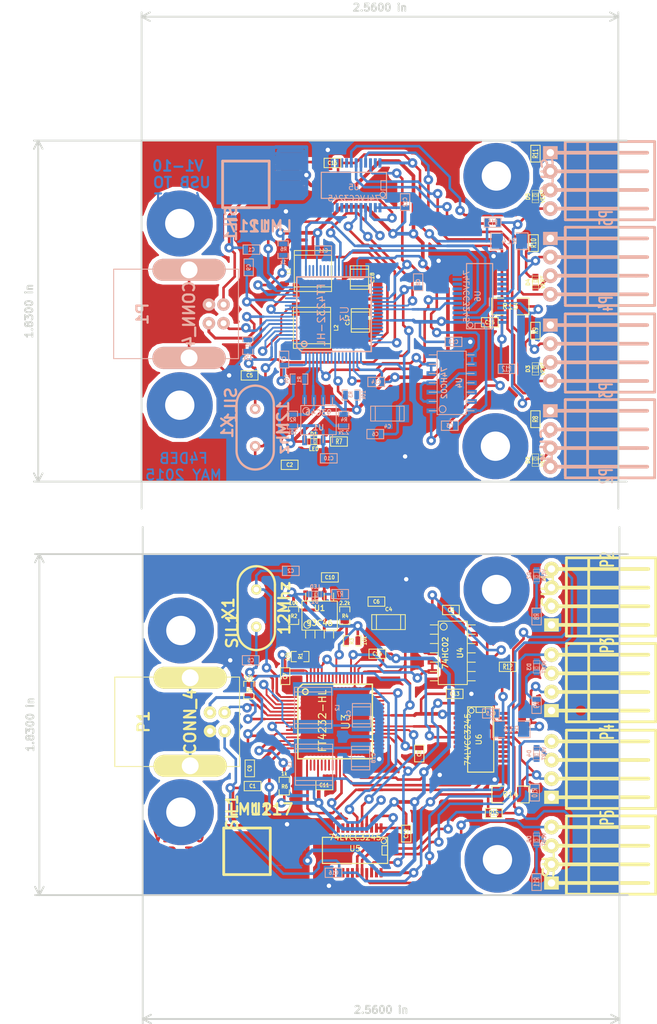
<source format=kicad_pcb>
(kicad_pcb (version 4) (host pcbnew 0.201507300901+6016~28~ubuntu15.04.1-product)
  (title_block (title "USB TO 4 UART") (rev V1-10) (company F4DEB))
  (layers (0 F.Cu signal) (31 B.Cu signal hide) (34 B.Paste user) (35 F.Paste user) (36 B.SilkS user) (37 F.SilkS user) (38 B.Mask user) (39 F.Mask user) (44 Edge.Cuts user))
  (net 0 "")
  (net 1 +1.8V)
  (net 2 +3.3V)
  (net 3 +5VD)
  (net 4 /PWREN)
  (net 5 /RXD0)
  (net 6 /RXD0_5V)
  (net 7 /RXD1)
  (net 8 /RXD1_5V)
  (net 9 /RXD2)
  (net 10 /RXD2_5V)
  (net 11 /RXD3)
  (net 12 /RXD3_5V)
  (net 13 /SUSPEND)
  (net 14 /TXD0)
  (net 15 /TXD0_5V)
  (net 16 /TXD1)
  (net 17 /TXD1_5V)
  (net 18 /TXD2)
  (net 19 /TXD2_5V)
  (net 20 /TXD3)
  (net 21 /TXD3_5V)
  (net 22 /UART0)
  (net 23 /UART1)
  (net 24 /UART2)
  (net 25 /UART3)
  (net 26 GND)
  (net 27 N-0000013)
  (net 28 N-0000014)
  (net 29 N-0000015)
  (net 30 N-0000016)
  (net 31 N-0000021)
  (net 32 N-0000022)
  (net 33 N-0000023)
  (net 34 N-0000024)
  (net 35 N-0000025)
  (net 36 N-0000026)
  (net 37 N-0000028)
  (net 38 N-0000029)
  (net 39 N-0000030)
  (net 40 N-0000032)
  (net 41 N-0000056)
  (net 42 N-0000057)
  (net 43 N-0000076)
  (net 44 N-0000077)
  (net 45 N-0000078)
  (net 46 N-0000079)
  (module SM0603_Capa (layer F.Cu) (at 107.5436 54.7624 180)
    (fp_text reference C16 (at 0 0 180) (layer F.SilkS) (effects (font (size 0.508 0.4572) (thickness 0.1143))))
    (fp_text value 100n hide)
    (pad 1 smd rect (at -0.762 0 180) (size 0.635 1.143) (layers F.Cu F.Paste F.Mask) (net 3 +5VD))
    (pad 2 smd rect (at 0.762 0 180) (size 0.635 1.143) (layers F.Cu F.Paste F.Mask) (net 26 GND))
  )
  (module SM0603_Capa (layer F.Cu) (at 129.0066 76.4794 180)
    (fp_text reference C15 (at 0 0 180) (layer F.SilkS) (effects (font (size 0.508 0.4572) (thickness 0.1143))))
    (fp_text value 100n hide)
    (pad 1 smd rect (at -0.762 0 180) (size 0.635 1.143) (layers F.Cu F.Paste F.Mask) (net 3 +5VD))
    (pad 2 smd rect (at 0.762 0 180) (size 0.635 1.143) (layers F.Cu F.Paste F.Mask) (net 26 GND))
  )
  (module SM0603_Capa (layer F.Cu) (at 101.7016 95.9104 180)
    (fp_text reference C2 (at 0 0 180) (layer F.SilkS) (effects (font (size 0.508 0.4572) (thickness 0.1143))))
    (fp_text value 27p hide)
    (pad 1 smd rect (at -0.762 0 180) (size 0.635 1.143) (layers F.Cu F.Paste F.Mask) (net 26 GND))
    (pad 2 smd rect (at 0.762 0 180) (size 0.635 1.143) (layers F.Cu F.Paste F.Mask) (net 41 N-0000056))
  )
  (module SM0603_Capa (layer F.Cu) (at 96.2406 83.7184)
    (fp_text reference C5 (at 0 0) (layer F.SilkS) (effects (font (size 0.508 0.4572) (thickness 0.1143))))
    (fp_text value 27p hide)
    (pad 1 smd rect (at -0.762 0) (size 0.635 1.143) (layers F.Cu F.Paste F.Mask) (net 26 GND))
    (pad 2 smd rect (at 0.762 0) (size 0.635 1.143) (layers F.Cu F.Paste F.Mask) (net 42 N-0000057))
  )
  (module SM0603_Capa (layer B.Cu) (at 113.3856 91.7194 180)
    (fp_text reference C6 (at 0 0 180) (layer B.SilkS) (effects (font (size 0.508 0.4572) (thickness 0.1143)) (justify mirror)))
    (fp_text value 100n hide)
    (pad 1 smd rect (at -0.762 0 180) (size 0.635 1.143) (layers B.Cu B.Paste B.Mask) (net 1 +1.8V))
    (pad 2 smd rect (at 0.762 0 180) (size 0.635 1.143) (layers B.Cu B.Paste B.Mask) (net 26 GND))
  )
  (module SM0603_Capa (layer B.Cu) (at 96.1136 68.9864 90)
    (fp_text reference C9 (at 0 0 90) (layer B.SilkS) (effects (font (size 0.508 0.4572) (thickness 0.1143)) (justify mirror)))
    (fp_text value 100n hide)
    (pad 1 smd rect (at -0.762 0 90) (size 0.635 1.143) (layers B.Cu B.Paste B.Mask) (net 1 +1.8V))
    (pad 2 smd rect (at 0.762 0 90) (size 0.635 1.143) (layers B.Cu B.Paste B.Mask) (net 26 GND))
  )
  (module SM0603_Capa (layer B.Cu) (at 106.2736 66.7004)
    (fp_text reference C11 (at 0 0) (layer B.SilkS) (effects (font (size 0.508 0.4572) (thickness 0.1143)) (justify mirror)))
    (fp_text value 100n hide)
    (pad 1 smd rect (at -0.762 0) (size 0.635 1.143) (layers B.Cu B.Paste B.Mask) (net 2 +3.3V))
    (pad 2 smd rect (at 0.762 0) (size 0.635 1.143) (layers B.Cu B.Paste B.Mask) (net 26 GND))
  )
  (module SM0603_Capa (layer B.Cu) (at 117.4496 60.0964 90)
    (fp_text reference C12 (at 0 0 90) (layer B.SilkS) (effects (font (size 0.508 0.4572) (thickness 0.1143)) (justify mirror)))
    (fp_text value 100n hide)
    (pad 1 smd rect (at -0.762 0 90) (size 0.635 1.143) (layers B.Cu B.Paste B.Mask) (net 2 +3.3V))
    (pad 2 smd rect (at 0.762 0 90) (size 0.635 1.143) (layers B.Cu B.Paste B.Mask) (net 26 GND))
  )
  (module SM0603_Capa (layer B.Cu) (at 124.0536 79.1464)
    (fp_text reference C13 (at 0 0) (layer B.SilkS) (effects (font (size 0.508 0.4572) (thickness 0.1143)) (justify mirror)))
    (fp_text value 100n hide)
    (pad 1 smd rect (at -0.762 0) (size 0.635 1.143) (layers B.Cu B.Paste B.Mask) (net 2 +3.3V))
    (pad 2 smd rect (at 0.762 0) (size 0.635 1.143) (layers B.Cu B.Paste B.Mask) (net 26 GND))
  )
  (module SM0603_Capa (layer B.Cu) (at 113.5126 84.6074 180)
    (fp_text reference C14 (at 0 0 180) (layer B.SilkS) (effects (font (size 0.508 0.4572) (thickness 0.1143)) (justify mirror)))
    (fp_text value 100n hide)
    (pad 1 smd rect (at -0.762 0 180) (size 0.635 1.143) (layers B.Cu B.Paste B.Mask) (net 2 +3.3V))
    (pad 2 smd rect (at 0.762 0 180) (size 0.635 1.143) (layers B.Cu B.Paste B.Mask) (net 26 GND))
  )
  (module SM0603_Capa (layer B.Cu) (at 123.5456 90.5764 180)
    (fp_text reference C3 (at 0 0 180) (layer B.SilkS) (effects (font (size 0.508 0.4572) (thickness 0.1143)) (justify mirror)))
    (fp_text value 100n hide)
    (pad 1 smd rect (at -0.762 0 180) (size 0.635 1.143) (layers B.Cu B.Paste B.Mask) (net 2 +3.3V))
    (pad 2 smd rect (at 0.762 0 180) (size 0.635 1.143) (layers B.Cu B.Paste B.Mask) (net 26 GND))
  )
  (module SM0603_Capa (layer B.Cu) (at 100.9396 81.5594 90)
    (fp_text reference C7 (at 0 0 90) (layer B.SilkS) (effects (font (size 0.508 0.4572) (thickness 0.1143)) (justify mirror)))
    (fp_text value 100n hide)
    (pad 1 smd rect (at -0.762 0 90) (size 0.635 1.143) (layers B.Cu B.Paste B.Mask) (net 1 +1.8V))
    (pad 2 smd rect (at 0.762 0 90) (size 0.635 1.143) (layers B.Cu B.Paste B.Mask) (net 26 GND))
  )
  (module SM0603_Capa (layer B.Cu) (at 96.4946 66.5734)
    (fp_text reference C1 (at 0 0) (layer B.SilkS) (effects (font (size 0.508 0.4572) (thickness 0.1143)) (justify mirror)))
    (fp_text value 100n hide)
    (pad 1 smd rect (at -0.762 0) (size 0.635 1.143) (layers B.Cu B.Paste B.Mask) (net 3 +5VD))
    (pad 2 smd rect (at 0.762 0) (size 0.635 1.143) (layers B.Cu B.Paste B.Mask) (net 26 GND))
  )
  (module SM0603_Capa (layer B.Cu) (at 107.0356 95.0214)
    (fp_text reference C10 (at 0 0) (layer B.SilkS) (effects (font (size 0.508 0.4572) (thickness 0.1143)) (justify mirror)))
    (fp_text value 100n hide)
    (pad 1 smd rect (at -0.762 0) (size 0.635 1.143) (layers B.Cu B.Paste B.Mask) (net 2 +3.3V))
    (pad 2 smd rect (at 0.762 0) (size 0.635 1.143) (layers B.Cu B.Paste B.Mask) (net 26 GND))
  )
  (module SM0603_Capa (layer B.Cu) (at 119.2276 71.0184 90)
    (fp_text reference C8 (at 0 0 90) (layer B.SilkS) (effects (font (size 0.508 0.4572) (thickness 0.1143)) (justify mirror)))
    (fp_text value 100n hide)
    (pad 1 smd rect (at -0.762 0 90) (size 0.635 1.143) (layers B.Cu B.Paste B.Mask) (net 1 +1.8V))
    (pad 2 smd rect (at 0.762 0 90) (size 0.635 1.143) (layers B.Cu B.Paste B.Mask) (net 26 GND))
  )
  (module KK-4-H (layer B.Cu) (at 137.2616 96.1644 90)
    (fp_text reference P2 (at -1.27 7.62 90) (layer B.SilkS) (effects (font (size 1.73482 1.08712) (thickness 0.27178)) (justify mirror)))
    (fp_text value CONN_4 hide)
    (pad 1 thru_hole rect (at 7.62 0 90) (size 1.80086 1.99898) (drill 1.00076) (layers *.Cu *.Mask B.SilkS) (net 26 GND))
    (pad 2 thru_hole circle (at 5.08 0 90) (size 1.99898 1.99898) (drill 1.00076) (layers *.Cu *.Mask B.SilkS) (net 6 /RXD0_5V))
    (pad 3 thru_hole circle (at 2.54 0 90) (size 1.99898 1.99898) (drill 1.00076) (layers *.Cu *.Mask B.SilkS) (net 22 /UART0))
    (pad 4 thru_hole circle (at 0 0 90) (size 1.99898 1.99898) (drill 1.00076) (layers *.Cu *.Mask B.SilkS) (net 15 /TXD0_5V))
  )
  (module KK-4-H (layer B.Cu) (at 137.2616 84.4804 90)
    (fp_text reference P3 (at -1.27 7.62 90) (layer B.SilkS) (effects (font (size 1.73482 1.08712) (thickness 0.27178)) (justify mirror)))
    (fp_text value CONN_4 hide)
    (pad 1 thru_hole rect (at 7.62 0 90) (size 1.80086 1.99898) (drill 1.00076) (layers *.Cu *.Mask B.SilkS) (net 26 GND))
    (pad 2 thru_hole circle (at 5.08 0 90) (size 1.99898 1.99898) (drill 1.00076) (layers *.Cu *.Mask B.SilkS) (net 8 /RXD1_5V))
    (pad 3 thru_hole circle (at 2.54 0 90) (size 1.99898 1.99898) (drill 1.00076) (layers *.Cu *.Mask B.SilkS) (net 23 /UART1))
    (pad 4 thru_hole circle (at 0 0 90) (size 1.99898 1.99898) (drill 1.00076) (layers *.Cu *.Mask B.SilkS) (net 17 /TXD1_5V))
  )
  (module KK-4-H (layer B.Cu) (at 137.2616 72.6694 90)
    (fp_text reference P4 (at -1.27 7.62 90) (layer B.SilkS) (effects (font (size 1.73482 1.08712) (thickness 0.27178)) (justify mirror)))
    (fp_text value CONN_4 hide)
    (pad 1 thru_hole rect (at 7.62 0 90) (size 1.80086 1.99898) (drill 1.00076) (layers *.Cu *.Mask B.SilkS) (net 26 GND))
    (pad 2 thru_hole circle (at 5.08 0 90) (size 1.99898 1.99898) (drill 1.00076) (layers *.Cu *.Mask B.SilkS) (net 10 /RXD2_5V))
    (pad 3 thru_hole circle (at 2.54 0 90) (size 1.99898 1.99898) (drill 1.00076) (layers *.Cu *.Mask B.SilkS) (net 24 /UART2))
    (pad 4 thru_hole circle (at 0 0 90) (size 1.99898 1.99898) (drill 1.00076) (layers *.Cu *.Mask B.SilkS) (net 19 /TXD2_5V))
  )
  (module KK-4-H (layer B.Cu) (at 137.2616 60.9854 90)
    (fp_text reference P5 (at -1.27 7.62 90) (layer B.SilkS) (effects (font (size 1.73482 1.08712) (thickness 0.27178)) (justify mirror)))
    (fp_text value CONN_4 hide)
    (pad 1 thru_hole rect (at 7.62 0 90) (size 1.80086 1.99898) (drill 1.00076) (layers *.Cu *.Mask B.SilkS) (net 26 GND))
    (pad 2 thru_hole circle (at 5.08 0 90) (size 1.99898 1.99898) (drill 1.00076) (layers *.Cu *.Mask B.SilkS) (net 12 /RXD3_5V))
    (pad 3 thru_hole circle (at 2.54 0 90) (size 1.99898 1.99898) (drill 1.00076) (layers *.Cu *.Mask B.SilkS) (net 25 /UART3))
    (pad 4 thru_hole circle (at 0 0 90) (size 1.99898 1.99898) (drill 1.00076) (layers *.Cu *.Mask B.SilkS) (net 21 /TXD3_5V))
  )
  (module SM1206 (layer B.Cu) (at 131.6736 65.4304 180)
    (fp_text reference R14 (at 0 0 180) (layer B.SilkS) (effects (font (size 0.762 0.762) (thickness 0.127)) (justify mirror)))
    (fp_text value 47k hide)
    (pad 1 smd rect (at -1.651 0 180) (size 1.524 2.032) (layers B.Cu B.Paste B.Mask) (net 10 /RXD2_5V))
    (pad 2 smd rect (at 1.651 0 180) (size 1.524 2.032) (layers B.Cu B.Paste B.Mask) (net 3 +5VD))
  )
  (module SM1206 (layer F.Cu) (at 131.8006 74.3204 180)
    (fp_text reference R13 (at 0 0 180) (layer F.SilkS) (effects (font (size 0.762 0.762) (thickness 0.127))))
    (fp_text value 47k hide)
    (pad 1 smd rect (at -1.651 0 180) (size 1.524 2.032) (layers F.Cu F.Paste F.Mask) (net 8 /RXD1_5V))
    (pad 2 smd rect (at 1.651 0 180) (size 1.524 2.032) (layers F.Cu F.Paste F.Mask) (net 3 +5VD))
  )
  (module SM0603_Resistor (layer B.Cu) (at 129.3876 62.8904 180)
    (fp_text reference R15 (at 0 0 180) (layer B.SilkS) (effects (font (size 0.7112 0.4572) (thickness 0.1143)) (justify mirror)))
    (fp_text value 47k hide)
    (pad 1 smd rect (at -0.762 0 180) (size 0.635 1.143) (layers B.Cu B.Paste B.Mask) (net 12 /RXD3_5V))
    (pad 2 smd rect (at 0.762 0 180) (size 0.635 1.143) (layers B.Cu B.Paste B.Mask) (net 3 +5VD))
  )
  (module SM0603_Resistor (layer B.Cu) (at 131.2926 82.8294 180)
    (fp_text reference R12 (at 0 0 180) (layer B.SilkS) (effects (font (size 0.7112 0.4572) (thickness 0.1143)) (justify mirror)))
    (fp_text value 47k hide)
    (pad 1 smd rect (at -0.762 0 180) (size 0.635 1.143) (layers B.Cu B.Paste B.Mask) (net 6 /RXD0_5V))
    (pad 2 smd rect (at 0.762 0 180) (size 0.635 1.143) (layers B.Cu B.Paste B.Mask) (net 3 +5VD))
  )
  (module c_1808 (layer B.Cu) (at 115.0366 88.9254)
    (fp_text reference C4 (at 0.0254 1.7526) (layer B.SilkS) (effects (font (size 0.50038 0.50038) (thickness 0.11938)) (justify mirror)))
    (fp_text value 10uF/10V hide)
    (pad 1 smd rect (at 2.04978 0) (size 1.80086 2.4003) (layers B.Cu B.Paste B.Mask) (net 1 +1.8V))
    (pad 2 smd rect (at -2.04978 0) (size 1.80086 2.4003) (layers B.Cu B.Paste B.Mask) (net 26 GND))
  )
  (module c_2220 (layer F.Cu) (at 104.8766 69.4944 90)
    (fp_text reference L1 (at 0 -3.302 90) (layer F.SilkS) (effects (font (size 0.50038 0.50038) (thickness 0.11938))))
    (fp_text value 39uH hide)
    (pad 1 smd rect (at 2.57556 0 90) (size 1.84912 5.4991) (layers F.Cu F.Paste F.Mask) (net 2 +3.3V))
    (pad 2 smd rect (at -2.57556 0 90) (size 1.84912 5.4991) (layers F.Cu F.Paste F.Mask) (net 39 N-0000030))
  )
  (module LED-0603 (layer F.Cu) (at 135.2296 59.3344 90)
    (fp_text reference D5 (at 0 -1.016 90) (layer F.SilkS) (effects (font (size 0.508 0.508) (thickness 0.127))))
    (fp_text value VERT (at 0 1.016 90) (layer F.SilkS) (effects (font (size 0.508 0.508) (thickness 0.127))))
    (pad 1 smd rect (at -0.7493 0 90) (size 0.79756 0.79756) (layers F.Cu F.Paste F.Mask) (net 25 /UART3))
    (pad 2 smd rect (at 0.7493 0 90) (size 0.79756 0.79756) (layers F.Cu F.Paste F.Mask) (net 33 N-0000023))
  )
  (module LED-0603 (layer F.Cu) (at 135.2296 71.0184 90)
    (fp_text reference D4 (at 0 -1.016 90) (layer F.SilkS) (effects (font (size 0.508 0.508) (thickness 0.127))))
    (fp_text value VERT (at 0 1.016 90) (layer F.SilkS) (effects (font (size 0.508 0.508) (thickness 0.127))))
    (pad 1 smd rect (at -0.7493 0 90) (size 0.79756 0.79756) (layers F.Cu F.Paste F.Mask) (net 24 /UART2))
    (pad 2 smd rect (at 0.7493 0 90) (size 0.79756 0.79756) (layers F.Cu F.Paste F.Mask) (net 32 N-0000022))
  )
  (module LED-0603 (layer F.Cu) (at 135.2296 82.8294 90)
    (fp_text reference D3 (at 0 -1.016 90) (layer F.SilkS) (effects (font (size 0.508 0.508) (thickness 0.127))))
    (fp_text value VERT (at 0 1.016 90) (layer F.SilkS) (effects (font (size 0.508 0.508) (thickness 0.127))))
    (pad 1 smd rect (at -0.7493 0 90) (size 0.79756 0.79756) (layers F.Cu F.Paste F.Mask) (net 23 /UART1))
    (pad 2 smd rect (at 0.7493 0 90) (size 0.79756 0.79756) (layers F.Cu F.Paste F.Mask) (net 31 N-0000021))
  )
  (module LED-0603 (layer F.Cu) (at 135.2296 95.2754 90)
    (fp_text reference D2 (at 0 -1.016 90) (layer F.SilkS) (effects (font (size 0.508 0.508) (thickness 0.127))))
    (fp_text value VERT (at 0 1.016 90) (layer F.SilkS) (effects (font (size 0.508 0.508) (thickness 0.127))))
    (pad 1 smd rect (at -0.7493 0 90) (size 0.79756 0.79756) (layers F.Cu F.Paste F.Mask) (net 22 /UART0))
    (pad 2 smd rect (at 0.7493 0 90) (size 0.79756 0.79756) (layers F.Cu F.Paste F.Mask) (net 34 N-0000024))
  )
  (module LED-0603 (layer F.Cu) (at 105.0036 92.7354)
    (fp_text reference D1 (at 0 -1.016) (layer F.SilkS) (effects (font (size 0.508 0.508) (thickness 0.127))))
    (fp_text value LED (at 0 1.016) (layer F.SilkS) (effects (font (size 0.508 0.508) (thickness 0.127))))
    (pad 1 smd rect (at -0.7493 0) (size 0.79756 0.79756) (layers F.Cu F.Paste F.Mask) (net 2 +3.3V))
    (pad 2 smd rect (at 0.7493 0) (size 0.79756 0.79756) (layers F.Cu F.Paste F.Mask) (net 40 N-0000032))
  )
  (module SM0603_Resistor (layer F.Cu) (at 135.2296 53.4924 90)
    (fp_text reference R11 (at 0 0 90) (layer F.SilkS) (effects (font (size 0.7112 0.4572) (thickness 0.1143))))
    (fp_text value 1k hide)
    (pad 1 smd rect (at -0.762 0 90) (size 0.635 1.143) (layers F.Cu F.Paste F.Mask) (net 33 N-0000023))
    (pad 2 smd rect (at 0.762 0 90) (size 0.635 1.143) (layers F.Cu F.Paste F.Mask) (net 26 GND))
  )
  (module SM0603_Resistor (layer F.Cu) (at 134.9756 65.6844 90)
    (fp_text reference R10 (at 0 0 90) (layer F.SilkS) (effects (font (size 0.7112 0.4572) (thickness 0.1143))))
    (fp_text value 1k hide)
    (pad 1 smd rect (at -0.762 0 90) (size 0.635 1.143) (layers F.Cu F.Paste F.Mask) (net 32 N-0000022))
    (pad 2 smd rect (at 0.762 0 90) (size 0.635 1.143) (layers F.Cu F.Paste F.Mask) (net 26 GND))
  )
  (module SM0603_Resistor (layer F.Cu) (at 135.2296 77.6224 90)
    (fp_text reference R9 (at 0 0 90) (layer F.SilkS) (effects (font (size 0.7112 0.4572) (thickness 0.1143))))
    (fp_text value 1k hide)
    (pad 1 smd rect (at -0.762 0 90) (size 0.635 1.143) (layers F.Cu F.Paste F.Mask) (net 31 N-0000021))
    (pad 2 smd rect (at 0.762 0 90) (size 0.635 1.143) (layers F.Cu F.Paste F.Mask) (net 26 GND))
  )
  (module SM0603_Resistor (layer F.Cu) (at 135.2296 89.6874 90)
    (fp_text reference R8 (at 0 0 90) (layer F.SilkS) (effects (font (size 0.7112 0.4572) (thickness 0.1143))))
    (fp_text value 1k hide)
    (pad 1 smd rect (at -0.762 0 90) (size 0.635 1.143) (layers F.Cu F.Paste F.Mask) (net 34 N-0000024))
    (pad 2 smd rect (at 0.762 0 90) (size 0.635 1.143) (layers F.Cu F.Paste F.Mask) (net 26 GND))
  )
  (module SM0603_Resistor (layer F.Cu) (at 108.4326 92.7354)
    (fp_text reference R7 (at 0 0) (layer F.SilkS) (effects (font (size 0.7112 0.4572) (thickness 0.1143))))
    (fp_text value 470 hide)
    (pad 1 smd rect (at -0.762 0) (size 0.635 1.143) (layers F.Cu F.Paste F.Mask) (net 40 N-0000032))
    (pad 2 smd rect (at 0.762 0) (size 0.635 1.143) (layers F.Cu F.Paste F.Mask) (net 26 GND))
  )
  (module SM1210 (layer F.Cu) (at 111.2266 70.3834 270)
    (fp_text reference C18 (at 0.0254 -1.7526 270) (layer F.SilkS) (effects (font (size 0.50038 0.50038) (thickness 0.11938))))
    (fp_text value 10uF/10V hide)
    (pad 1 smd rect (at 1.397 0 270) (size 1.6002 2.6924) (layers F.Cu F.Paste F.Mask) (net 39 N-0000030))
    (pad 2 smd rect (at -1.397 0 270) (size 1.6002 2.6924) (layers F.Cu F.Paste F.Mask) (net 26 GND))
  )
  (module SM1210 (layer F.Cu) (at 111.3536 76.2254 90)
    (fp_text reference C17 (at 0.0254 -1.7526 90) (layer F.SilkS) (effects (font (size 0.50038 0.50038) (thickness 0.11938))))
    (fp_text value 10uF/10V hide)
    (pad 1 smd rect (at 1.397 0 90) (size 1.6002 2.6924) (layers F.Cu F.Paste F.Mask) (net 38 N-0000029))
    (pad 2 smd rect (at -1.397 0 90) (size 1.6002 2.6924) (layers F.Cu F.Paste F.Mask) (net 26 GND))
  )
  (module HC-49V (layer B.Cu) (at 97.0026 90.8304 270)
    (fp_text reference X1 (at 0 3.81 270) (layer B.SilkS) (effects (font (thickness 0.3048)) (justify mirror)))
    (fp_text value 12Mhz (at 0 -3.81 270) (layer B.SilkS) (effects (font (thickness 0.3048)) (justify mirror)))
    (pad 1 thru_hole circle (at -2.54 0 270) (size 1.4224 1.4224) (drill 0.762) (layers *.Cu *.Mask B.SilkS) (net 42 N-0000057))
    (pad 2 thru_hole circle (at 2.54 0 270) (size 1.4224 1.4224) (drill 0.762) (layers *.Cu *.Mask B.SilkS) (net 41 N-0000056))
  )
  (module COLONETTE (layer B.Cu) (at 86.7156 63.0174 90)
    (fp_text reference J3 (at 0 0 90) (layer B.SilkS) (effects (font (thickness 0.3048)) (justify mirror)))
    (fp_text value SIL1 (at 0 6.985 90) (layer B.SilkS) (effects (font (thickness 0.3048)) (justify mirror)))
    (pad 1 thru_hole circle (at 0 0 90) (size 8.99922 8.99922) (drill 4.0005) (layers *.Cu))
    (pad 1 thru_hole circle (at 0 0 90) (size 2 2) (drill 0.6) (layers *.Cu *.Mask B.SilkS))
  )
  (module COLONETTE (layer B.Cu) (at 86.7156 87.7824 90)
    (fp_text reference J3 (at 0 0 90) (layer B.SilkS) (effects (font (thickness 0.3048)) (justify mirror)))
    (fp_text value SIL1 (at 0 6.985 90) (layer B.SilkS) (effects (font (thickness 0.3048)) (justify mirror)))
    (pad 1 thru_hole circle (at 0 0 90) (size 8.99922 8.99922) (drill 4.0005) (layers *.Cu))
    (pad 1 thru_hole circle (at 0 0 90) (size 2 2) (drill 0.6) (layers *.Cu *.Mask B.SilkS))
  )
  (module COLONETTE (layer B.Cu) (at 129.7686 93.3704 90)
    (fp_text reference J3 (at 0 0 90) (layer B.SilkS) (effects (font (thickness 0.3048)) (justify mirror)))
    (fp_text value SIL1 (at 0 6.985 90) (layer B.SilkS) (effects (font (thickness 0.3048)) (justify mirror)))
    (pad 1 thru_hole circle (at 0 0 90) (size 8.99922 8.99922) (drill 4.0005) (layers *.Cu))
    (pad 1 thru_hole circle (at 0 0 90) (size 2 2) (drill 0.6) (layers *.Cu *.Mask B.SilkS))
  )
  (module COLONETTE (layer B.Cu) (at 129.8956 56.5404 90)
    (fp_text reference J3 (at 0 0 90) (layer B.SilkS) (effects (font (thickness 0.3048)) (justify mirror)))
    (fp_text value SIL1 (at 0 6.985 90) (layer B.SilkS) (effects (font (thickness 0.3048)) (justify mirror)))
    (pad 1 thru_hole circle (at 0 0 90) (size 8.99922 8.99922) (drill 4.0005) (layers *.Cu))
    (pad 1 thru_hole circle (at 0 0 90) (size 2 2) (drill 0.6) (layers *.Cu *.Mask B.SilkS))
  )
  (module SSOP24 (layer B.Cu) (at 127.6096 72.9234 90)
    (fp_text reference U6 (at 0 -0.254 90) (layer B.SilkS) (effects (font (size 0.762 0.762) (thickness 0.127)) (justify mirror)))
    (fp_text value 74LVCC3245 (at 0 -1.778 90) (layer B.SilkS) (effects (font (size 0.762 0.762) (thickness 0.127)) (justify mirror)))
    (pad 1 smd rect (at -3.556 -3.048 90) (size 0.4064 1.27) (layers B.Cu B.Paste B.Mask) (net 2 +3.3V))
    (pad 2 smd rect (at -2.921 -3.048 90) (size 0.4064 1.27) (layers B.Cu B.Paste B.Mask) (net 26 GND))
    (pad 3 smd rect (at -2.2606 -3.048 90) (size 0.4064 1.27) (layers B.Cu B.Paste B.Mask) (net 5 /RXD0))
    (pad 4 smd rect (at -1.6002 -3.048 90) (size 0.4064 1.27) (layers B.Cu B.Paste B.Mask) (net 7 /RXD1))
    (pad 5 smd rect (at -0.9652 -3.048 90) (size 0.4064 1.27) (layers B.Cu B.Paste B.Mask) (net 9 /RXD2))
    (pad 6 smd rect (at -0.3048 -3.048 90) (size 0.4064 1.27) (layers B.Cu B.Paste B.Mask) (net 11 /RXD3))
    (pad 7 smd rect (at 0.3556 -3.048 90) (size 0.4064 1.27) (layers B.Cu B.Paste B.Mask))
    (pad 8 smd rect (at 0.9906 -3.048 90) (size 0.4064 1.27) (layers B.Cu B.Paste B.Mask))
    (pad 9 smd rect (at 1.651 -3.048 90) (size 0.4064 1.27) (layers B.Cu B.Paste B.Mask))
    (pad 10 smd rect (at 2.286 -3.048 90) (size 0.4064 1.27) (layers B.Cu B.Paste B.Mask))
    (pad 11 smd rect (at 2.9464 -3.048 90) (size 0.4064 1.27) (layers B.Cu B.Paste B.Mask) (net 26 GND))
    (pad 12 smd rect (at 3.6068 -3.048 90) (size 0.4064 1.27) (layers B.Cu B.Paste B.Mask) (net 26 GND))
    (pad 13 smd rect (at 3.6322 3.048 90) (size 0.4064 1.27) (layers B.Cu B.Paste B.Mask) (net 26 GND))
    (pad 14 smd rect (at 2.9464 3.048 90) (size 0.4064 1.27) (layers B.Cu B.Paste B.Mask))
    (pad 15 smd rect (at 2.286 3.048 90) (size 0.4064 1.27) (layers B.Cu B.Paste B.Mask))
    (pad 16 smd rect (at 1.651 3.048 90) (size 0.4064 1.27) (layers B.Cu B.Paste B.Mask))
    (pad 17 smd rect (at 0.9906 3.048 90) (size 0.4064 1.27) (layers B.Cu B.Paste B.Mask))
    (pad 18 smd rect (at 0.3556 3.048 90) (size 0.4064 1.27) (layers B.Cu B.Paste B.Mask) (net 12 /RXD3_5V))
    (pad 19 smd rect (at -0.3048 3.048 90) (size 0.4064 1.27) (layers B.Cu B.Paste B.Mask) (net 10 /RXD2_5V))
    (pad 20 smd rect (at -0.9652 3.048 90) (size 0.4064 1.27) (layers B.Cu B.Paste B.Mask) (net 8 /RXD1_5V))
    (pad 21 smd rect (at -1.6002 3.048 90) (size 0.4064 1.27) (layers B.Cu B.Paste B.Mask) (net 6 /RXD0_5V))
    (pad 22 smd rect (at -2.2606 3.048 90) (size 0.4064 1.27) (layers B.Cu B.Paste B.Mask) (net 37 N-0000028))
    (pad 23 smd rect (at -2.921 3.048 90) (size 0.4064 1.27) (layers B.Cu B.Paste B.Mask))
    (pad 24 smd rect (at -3.556 3.048 90) (size 0.4064 1.27) (layers B.Cu B.Paste B.Mask) (net 3 +5VD))
  )
  (module SSOP24 (layer B.Cu) (at 110.4646 57.8104 180)
    (fp_text reference U5 (at 0 -0.254 180) (layer B.SilkS) (effects (font (size 0.762 0.762) (thickness 0.127)) (justify mirror)))
    (fp_text value 74LVCC3245 (at 0 -1.778 180) (layer B.SilkS) (effects (font (size 0.762 0.762) (thickness 0.127)) (justify mirror)))
    (pad 1 smd rect (at -3.556 -3.048 180) (size 0.4064 1.27) (layers B.Cu B.Paste B.Mask) (net 2 +3.3V))
    (pad 2 smd rect (at -2.921 -3.048 180) (size 0.4064 1.27) (layers B.Cu B.Paste B.Mask) (net 2 +3.3V))
    (pad 3 smd rect (at -2.2606 -3.048 180) (size 0.4064 1.27) (layers B.Cu B.Paste B.Mask) (net 14 /TXD0))
    (pad 4 smd rect (at -1.6002 -3.048 180) (size 0.4064 1.27) (layers B.Cu B.Paste B.Mask) (net 16 /TXD1))
    (pad 5 smd rect (at -0.9652 -3.048 180) (size 0.4064 1.27) (layers B.Cu B.Paste B.Mask) (net 18 /TXD2))
    (pad 6 smd rect (at -0.3048 -3.048 180) (size 0.4064 1.27) (layers B.Cu B.Paste B.Mask) (net 20 /TXD3))
    (pad 7 smd rect (at 0.3556 -3.048 180) (size 0.4064 1.27) (layers B.Cu B.Paste B.Mask))
    (pad 8 smd rect (at 0.9906 -3.048 180) (size 0.4064 1.27) (layers B.Cu B.Paste B.Mask))
    (pad 9 smd rect (at 1.651 -3.048 180) (size 0.4064 1.27) (layers B.Cu B.Paste B.Mask))
    (pad 10 smd rect (at 2.286 -3.048 180) (size 0.4064 1.27) (layers B.Cu B.Paste B.Mask))
    (pad 11 smd rect (at 2.9464 -3.048 180) (size 0.4064 1.27) (layers B.Cu B.Paste B.Mask) (net 26 GND))
    (pad 12 smd rect (at 3.6068 -3.048 180) (size 0.4064 1.27) (layers B.Cu B.Paste B.Mask) (net 26 GND))
    (pad 13 smd rect (at 3.6322 3.048 180) (size 0.4064 1.27) (layers B.Cu B.Paste B.Mask) (net 26 GND))
    (pad 14 smd rect (at 2.9464 3.048 180) (size 0.4064 1.27) (layers B.Cu B.Paste B.Mask))
    (pad 15 smd rect (at 2.286 3.048 180) (size 0.4064 1.27) (layers B.Cu B.Paste B.Mask))
    (pad 16 smd rect (at 1.651 3.048 180) (size 0.4064 1.27) (layers B.Cu B.Paste B.Mask))
    (pad 17 smd rect (at 0.9906 3.048 180) (size 0.4064 1.27) (layers B.Cu B.Paste B.Mask))
    (pad 18 smd rect (at 0.3556 3.048 180) (size 0.4064 1.27) (layers B.Cu B.Paste B.Mask) (net 21 /TXD3_5V))
    (pad 19 smd rect (at -0.3048 3.048 180) (size 0.4064 1.27) (layers B.Cu B.Paste B.Mask) (net 19 /TXD2_5V))
    (pad 20 smd rect (at -0.9652 3.048 180) (size 0.4064 1.27) (layers B.Cu B.Paste B.Mask) (net 17 /TXD1_5V))
    (pad 21 smd rect (at -1.6002 3.048 180) (size 0.4064 1.27) (layers B.Cu B.Paste B.Mask) (net 15 /TXD0_5V))
    (pad 22 smd rect (at -2.2606 3.048 180) (size 0.4064 1.27) (layers B.Cu B.Paste B.Mask) (net 13 /SUSPEND))
    (pad 23 smd rect (at -2.921 3.048 180) (size 0.4064 1.27) (layers B.Cu B.Paste B.Mask))
    (pad 24 smd rect (at -3.556 3.048 180) (size 0.4064 1.27) (layers B.Cu B.Paste B.Mask) (net 3 +5VD))
  )
  (module DPAK (layer B.Cu) (at 97.6376 63.3984 180)
    (fp_text reference U2 (at 0 0 180) (layer B.SilkS) (effects (font (thickness 0.3048)) (justify mirror)))
    (fp_text value LM1117 (at 0 0 180) (layer B.SilkS) (effects (font (thickness 0.3048)) (justify mirror)))
    (pad 1 smd rect (at 0 0 180) (size 1.30048 2.99974) (layers B.Cu B.Paste B.Mask) (net 26 GND))
    (pad 2 smd rect (at 3.81 0 180) (size 1.30048 2.99974) (layers B.Cu B.Paste B.Mask) (net 3 +5VD))
    (pad 3 smd rect (at 1.905 6.985 180) (size 8.001 8.001) (layers B.Cu B.Paste B.Mask) (net 2 +3.3V))
  )
  (module SM0603_Resistor (layer B.Cu) (at 95.9866 79.6544 90)
    (fp_text reference R5 (at 0.0635 0.0635 360) (layer B.SilkS) (effects (font (size 0.50038 0.4572) (thickness 0.1143)) (justify mirror)))
    (fp_text value 12k (at -1.69926 0 360) (layer B.SilkS) (effects (font (size 0.508 0.4572) (thickness 0.1143)) (justify mirror)))
    (pad 1 smd rect (at -0.762 0 90) (size 0.635 1.143) (layers B.Cu B.Paste B.Mask) (net 26 GND))
    (pad 2 smd rect (at 0.762 0 90) (size 0.635 1.143) (layers B.Cu B.Paste B.Mask) (net 29 N-0000015))
  )
  (module SM0603_Resistor (layer B.Cu) (at 100.8126 66.5734 90)
    (fp_text reference R6 (at 0.0635 0.0635 360) (layer B.SilkS) (effects (font (size 0.50038 0.4572) (thickness 0.1143)) (justify mirror)))
    (fp_text value 1k (at -1.69926 0 360) (layer B.SilkS) (effects (font (size 0.508 0.4572) (thickness 0.1143)) (justify mirror)))
    (pad 1 smd rect (at -0.762 0 90) (size 0.635 1.143) (layers B.Cu B.Paste B.Mask) (net 30 N-0000016))
    (pad 2 smd rect (at 0.762 0 90) (size 0.635 1.143) (layers B.Cu B.Paste B.Mask) (net 2 +3.3V))
  )
  (module SM0603_Resistor (layer B.Cu) (at 109.0676 89.8144 90)
    (fp_text reference R4 (at 0.0635 0.0635 360) (layer B.SilkS) (effects (font (size 0.50038 0.4572) (thickness 0.1143)) (justify mirror)))
    (fp_text value 2.2k (at -1.69926 0 360) (layer B.SilkS) (effects (font (size 0.508 0.4572) (thickness 0.1143)) (justify mirror)))
    (pad 1 smd rect (at -0.762 0 90) (size 0.635 1.143) (layers B.Cu B.Paste B.Mask) (net 44 N-0000077))
    (pad 2 smd rect (at 0.762 0 90) (size 0.635 1.143) (layers B.Cu B.Paste B.Mask) (net 45 N-0000078))
  )
  (module SM0603_Resistor (layer B.Cu) (at 110.0836 86.3854 180)
    (fp_text reference R3 (at 0.0635 0.0635 450) (layer B.SilkS) (effects (font (size 0.50038 0.4572) (thickness 0.1143)) (justify mirror)))
    (fp_text value 10k (at -1.69926 0 450) (layer B.SilkS) (effects (font (size 0.508 0.4572) (thickness 0.1143)) (justify mirror)))
    (pad 1 smd rect (at -0.762 0 180) (size 0.635 1.143) (layers B.Cu B.Paste B.Mask) (net 2 +3.3V))
    (pad 2 smd rect (at 0.762 0 180) (size 0.635 1.143) (layers B.Cu B.Paste B.Mask) (net 45 N-0000078))
  )
  (module SM0603_Resistor (layer B.Cu) (at 102.9716 84.2264)
    (fp_text reference R1 (at 0.0635 0.0635 270) (layer B.SilkS) (effects (font (size 0.50038 0.4572) (thickness 0.1143)) (justify mirror)))
    (fp_text value 10k (at -1.69926 0 270) (layer B.SilkS) (effects (font (size 0.508 0.4572) (thickness 0.1143)) (justify mirror)))
    (pad 1 smd rect (at -0.762 0) (size 0.635 1.143) (layers B.Cu B.Paste B.Mask) (net 2 +3.3V))
    (pad 2 smd rect (at 0.762 0) (size 0.635 1.143) (layers B.Cu B.Paste B.Mask) (net 43 N-0000076))
  )
  (module SM0603_Resistor (layer B.Cu) (at 102.0826 89.8144 90)
    (fp_text reference R2 (at 0.0635 0.0635 360) (layer B.SilkS) (effects (font (size 0.50038 0.4572) (thickness 0.1143)) (justify mirror)))
    (fp_text value 10k (at -1.69926 0 360) (layer B.SilkS) (effects (font (size 0.508 0.4572) (thickness 0.1143)) (justify mirror)))
    (pad 1 smd rect (at -0.762 0 90) (size 0.635 1.143) (layers B.Cu B.Paste B.Mask) (net 2 +3.3V))
    (pad 2 smd rect (at 0.762 0 90) (size 0.635 1.143) (layers B.Cu B.Paste B.Mask) (net 46 N-0000079))
  )
  (module so-14 (layer B.Cu) (at 123.7996 84.7344 90)
    (fp_text reference U4 (at 0 1.016 90) (layer B.SilkS) (effects (font (size 0.7493 0.7493) (thickness 0.14986)) (justify mirror)))
    (fp_text value 74HC02 (at 0 -1.016 90) (layer B.SilkS) (effects (font (size 0.7493 0.7493) (thickness 0.14986)) (justify mirror)))
    (pad 1 smd rect (at -3.81 -2.794 90) (size 0.635 1.27) (layers B.Cu B.Paste B.Mask) (net 37 N-0000028))
    (pad 2 smd rect (at -2.54 -2.794 90) (size 0.635 1.27) (layers B.Cu B.Paste B.Mask) (net 35 N-0000025))
    (pad 3 smd rect (at -1.27 -2.794 90) (size 0.635 1.27) (layers B.Cu B.Paste B.Mask) (net 36 N-0000026))
    (pad 4 smd rect (at 0 -2.794 90) (size 0.635 1.27) (layers B.Cu B.Paste B.Mask) (net 35 N-0000025))
    (pad 5 smd rect (at 1.27 -2.794 90) (size 0.635 1.27) (layers B.Cu B.Paste B.Mask) (net 4 /PWREN))
    (pad 6 smd rect (at 2.54 -2.794 90) (size 0.635 1.27) (layers B.Cu B.Paste B.Mask) (net 4 /PWREN))
    (pad 7 smd rect (at 3.81 -2.794 90) (size 0.635 1.27) (layers B.Cu B.Paste B.Mask) (net 26 GND))
    (pad 8 smd rect (at 3.81 2.794 90) (size 0.635 1.27) (layers B.Cu B.Paste B.Mask) (net 13 /SUSPEND))
    (pad 9 smd rect (at 2.54 2.794 90) (size 0.635 1.27) (layers B.Cu B.Paste B.Mask) (net 13 /SUSPEND))
    (pad 10 smd rect (at 1.27 2.794 90) (size 0.635 1.27) (layers B.Cu B.Paste B.Mask) (net 36 N-0000026))
    (pad 11 smd rect (at 0 2.794 90) (size 0.635 1.27) (layers B.Cu B.Paste B.Mask))
    (pad 12 smd rect (at -1.27 2.794 90) (size 0.635 1.27) (layers B.Cu B.Paste B.Mask))
    (pad 13 smd rect (at -2.54 2.794 90) (size 0.635 1.27) (layers B.Cu B.Paste B.Mask))
    (pad 14 smd rect (at -3.81 2.794 90) (size 0.635 1.27) (layers B.Cu B.Paste B.Mask) (net 2 +3.3V))
  )
  (module so-8 (layer B.Cu) (at 105.6386 89.8144)
    (fp_text reference U1 (at 0 1.016) (layer B.SilkS) (effects (font (size 0.7493 0.7493) (thickness 0.14986)) (justify mirror)))
    (fp_text value 93C46 (at 0 -1.016) (layer B.SilkS) (effects (font (size 0.7493 0.7493) (thickness 0.14986)) (justify mirror)))
    (pad 1 smd rect (at -1.905 -2.794) (size 0.635 1.27) (layers B.Cu B.Paste B.Mask) (net 43 N-0000076))
    (pad 2 smd rect (at -0.635 -2.794) (size 0.635 1.27) (layers B.Cu B.Paste B.Mask) (net 46 N-0000079))
    (pad 3 smd rect (at 0.635 -2.794) (size 0.635 1.27) (layers B.Cu B.Paste B.Mask) (net 44 N-0000077))
    (pad 4 smd rect (at 1.905 -2.794) (size 0.635 1.27) (layers B.Cu B.Paste B.Mask) (net 45 N-0000078))
    (pad 5 smd rect (at 1.905 2.794) (size 0.635 1.27) (layers B.Cu B.Paste B.Mask) (net 26 GND))
    (pad 6 smd rect (at 0.635 2.794) (size 0.635 1.27) (layers B.Cu B.Paste B.Mask) (net 2 +3.3V))
    (pad 7 smd rect (at -0.635 2.794) (size 0.635 1.27) (layers B.Cu B.Paste B.Mask) (net 26 GND))
    (pad 8 smd rect (at -1.905 2.794) (size 0.635 1.27) (layers B.Cu B.Paste B.Mask) (net 2 +3.3V))
  )
  (module TQFP_64 (layer B.Cu) (at 107.6706 75.4634 90)
    (fp_text reference U3 (at 0.127 1.524 90) (layer B.SilkS) (effects (font (size 1.09982 1.09982) (thickness 0.127)) (justify mirror)))
    (fp_text value FT4232-HL (at 0 -1.651 90) (layer B.SilkS) (effects (font (size 1.00076 1.00076) (thickness 0.1524)) (justify mirror)))
    (pad 1 smd rect (at -3.74904 -5.86994 90) (size 0.24892 1.524) (layers B.Cu B.Paste B.Mask) (net 26 GND))
    (pad 2 smd oval (at -3.24866 -5.86994 90) (size 0.24892 1.524) (layers B.Cu B.Paste B.Mask) (net 41 N-0000056))
    (pad 3 smd oval (at -2.74828 -5.86994 90) (size 0.24892 1.524) (layers B.Cu B.Paste B.Mask) (net 42 N-0000057))
    (pad 4 smd oval (at -2.2479 -5.86994 90) (size 0.24892 1.524) (layers B.Cu B.Paste B.Mask) (net 38 N-0000029))
    (pad 5 smd oval (at -1.74752 -5.86994 90) (size 0.24892 1.524) (layers B.Cu B.Paste B.Mask) (net 26 GND))
    (pad 6 smd oval (at -1.24968 -5.86994 90) (size 0.24892 1.524) (layers B.Cu B.Paste B.Mask) (net 29 N-0000015))
    (pad 7 smd oval (at -0.7493 -5.86994 90) (size 0.24892 1.524) (layers B.Cu B.Paste B.Mask) (net 27 N-0000013))
    (pad 8 smd oval (at -0.24892 -5.86994 90) (size 0.24892 1.524) (layers B.Cu B.Paste B.Mask) (net 28 N-0000014))
    (pad 9 smd oval (at 0.25146 -5.86994 90) (size 0.24892 1.524) (layers B.Cu B.Paste B.Mask) (net 39 N-0000030))
    (pad 10 smd oval (at 0.75184 -5.86994 90) (size 0.24892 1.524) (layers B.Cu B.Paste B.Mask) (net 26 GND))
    (pad 11 smd oval (at 1.25222 -5.86994 90) (size 0.24892 1.524) (layers B.Cu B.Paste B.Mask) (net 26 GND))
    (pad 12 smd oval (at 1.75006 -5.86994 90) (size 0.24892 1.524) (layers B.Cu B.Paste B.Mask) (net 1 +1.8V))
    (pad 13 smd oval (at 2.25044 -5.86994 90) (size 0.24892 1.524) (layers B.Cu B.Paste B.Mask) (net 26 GND))
    (pad 14 smd oval (at 2.75082 -5.86994 90) (size 0.24892 1.524) (layers B.Cu B.Paste B.Mask) (net 30 N-0000016))
    (pad 15 smd oval (at 3.2512 -5.86994 90) (size 0.24892 1.524) (layers B.Cu B.Paste B.Mask) (net 26 GND))
    (pad 16 smd oval (at 3.75158 -5.86994 90) (size 0.24892 1.524) (layers B.Cu B.Paste B.Mask) (net 14 /TXD0))
    (pad 17 smd oval (at 6.0325 -3.74904 90) (size 1.524 0.24892) (layers B.Cu B.Paste B.Mask) (net 5 /RXD0))
    (pad 18 smd oval (at 6.0325 -3.24866 90) (size 1.524 0.24892) (layers B.Cu B.Paste B.Mask))
    (pad 19 smd oval (at 6.0325 -2.74828 90) (size 1.524 0.24892) (layers B.Cu B.Paste B.Mask))
    (pad 20 smd oval (at 6.0325 -2.2479 90) (size 1.524 0.24892) (layers B.Cu B.Paste B.Mask) (net 2 +3.3V))
    (pad 21 smd oval (at 6.0325 -1.74752 90) (size 1.524 0.24892) (layers B.Cu B.Paste B.Mask))
    (pad 22 smd oval (at 6.0325 -1.24968 90) (size 1.524 0.24892) (layers B.Cu B.Paste B.Mask))
    (pad 23 smd oval (at 6.0325 -0.7493 90) (size 1.524 0.24892) (layers B.Cu B.Paste B.Mask))
    (pad 24 smd oval (at 6.0325 -0.24892 90) (size 1.524 0.24892) (layers B.Cu B.Paste B.Mask))
    (pad 25 smd oval (at 6.0325 0.25146 90) (size 1.524 0.24892) (layers B.Cu B.Paste B.Mask) (net 26 GND))
    (pad 26 smd oval (at 6.0325 0.75184 90) (size 1.524 0.24892) (layers B.Cu B.Paste B.Mask) (net 16 /TXD1))
    (pad 27 smd oval (at 6.0325 1.25222 90) (size 1.524 0.24892) (layers B.Cu B.Paste B.Mask) (net 7 /RXD1))
    (pad 28 smd oval (at 6.0325 1.75006 90) (size 1.524 0.24892) (layers B.Cu B.Paste B.Mask))
    (pad 29 smd oval (at 6.0325 2.25044 90) (size 1.524 0.24892) (layers B.Cu B.Paste B.Mask))
    (pad 30 smd oval (at 6.0325 2.75082 90) (size 1.524 0.24892) (layers B.Cu B.Paste B.Mask))
    (pad 31 smd oval (at 6.0325 3.2512 90) (size 1.524 0.24892) (layers B.Cu B.Paste B.Mask) (net 2 +3.3V))
    (pad 32 smd oval (at 6.0325 3.75158 90) (size 1.524 0.24892) (layers B.Cu B.Paste B.Mask))
    (pad 33 smd oval (at 3.75158 6.0325 90) (size 0.24892 1.524) (layers B.Cu B.Paste B.Mask))
    (pad 34 smd oval (at 3.2512 6.0325 90) (size 0.24892 1.524) (layers B.Cu B.Paste B.Mask))
    (pad 35 smd oval (at 2.75082 6.0325 90) (size 0.24892 1.524) (layers B.Cu B.Paste B.Mask) (net 26 GND))
    (pad 36 smd oval (at 2.25044 6.0325 90) (size 0.24892 1.524) (layers B.Cu B.Paste B.Mask) (net 13 /SUSPEND))
    (pad 37 smd oval (at 1.75006 6.0325 90) (size 0.24892 1.524) (layers B.Cu B.Paste B.Mask) (net 1 +1.8V))
    (pad 38 smd oval (at 1.25222 6.0325 90) (size 0.24892 1.524) (layers B.Cu B.Paste B.Mask) (net 18 /TXD2))
    (pad 39 smd oval (at 0.75184 6.0325 90) (size 0.24892 1.524) (layers B.Cu B.Paste B.Mask) (net 9 /RXD2))
    (pad 40 smd oval (at 0.25146 6.0325 90) (size 0.24892 1.524) (layers B.Cu B.Paste B.Mask))
    (pad 41 smd oval (at -0.24892 6.0325 90) (size 0.24892 1.524) (layers B.Cu B.Paste B.Mask))
    (pad 42 smd oval (at -0.7493 6.0325 90) (size 0.24892 1.524) (layers B.Cu B.Paste B.Mask) (net 2 +3.3V))
    (pad 43 smd oval (at -1.24968 6.0325 90) (size 0.24892 1.524) (layers B.Cu B.Paste B.Mask))
    (pad 44 smd oval (at -1.74752 6.0325 90) (size 0.24892 1.524) (layers B.Cu B.Paste B.Mask))
    (pad 45 smd oval (at -2.2479 6.0325 90) (size 0.24892 1.524) (layers B.Cu B.Paste B.Mask))
    (pad 46 smd oval (at -2.74828 6.0325 90) (size 0.24892 1.524) (layers B.Cu B.Paste B.Mask))
    (pad 47 smd oval (at -3.24866 6.0325 90) (size 0.24892 1.524) (layers B.Cu B.Paste B.Mask) (net 26 GND))
    (pad 48 smd oval (at -3.74904 6.0325 90) (size 0.24892 1.524) (layers B.Cu B.Paste B.Mask) (net 20 /TXD3))
    (pad 49 smd oval (at -5.86994 3.75158 90) (size 1.524 0.24892) (layers B.Cu B.Paste B.Mask) (net 1 +1.8V))
    (pad 50 smd oval (at -5.86994 3.2512 90) (size 1.524 0.24892) (layers B.Cu B.Paste B.Mask) (net 2 +3.3V))
    (pad 52 smd oval (at -5.86994 2.25044 90) (size 1.524 0.24892) (layers B.Cu B.Paste B.Mask) (net 11 /RXD3))
    (pad 51 smd oval (at -5.88772 2.75082 90) (size 1.524 0.24892) (layers B.Cu B.Paste B.Mask) (net 26 GND))
    (pad 53 smd oval (at -5.86994 1.75006 90) (size 1.524 0.24892) (layers B.Cu B.Paste B.Mask))
    (pad 54 smd oval (at -5.86994 1.25222 90) (size 1.524 0.24892) (layers B.Cu B.Paste B.Mask))
    (pad 55 smd oval (at -5.86994 0.75184 90) (size 1.524 0.24892) (layers B.Cu B.Paste B.Mask))
    (pad 56 smd oval (at -5.86994 0.25146 90) (size 1.524 0.24892) (layers B.Cu B.Paste B.Mask) (net 2 +3.3V))
    (pad 57 smd oval (at -5.86994 -0.24892 90) (size 1.524 0.24892) (layers B.Cu B.Paste B.Mask))
    (pad 58 smd oval (at -5.86994 -0.7493 90) (size 1.524 0.24892) (layers B.Cu B.Paste B.Mask))
    (pad 59 smd oval (at -5.86994 -1.24206 90) (size 1.524 0.24892) (layers B.Cu B.Paste B.Mask))
    (pad 60 smd oval (at -5.86994 -1.74244 90) (size 1.524 0.24892) (layers B.Cu B.Paste B.Mask) (net 4 /PWREN))
    (pad 61 smd oval (at -5.86994 -2.24282 90) (size 1.524 0.24892) (layers B.Cu B.Paste B.Mask) (net 44 N-0000077))
    (pad 62 smd oval (at -5.86994 -2.7432 90) (size 1.524 0.24892) (layers B.Cu B.Paste B.Mask) (net 46 N-0000079))
    (pad 63 smd oval (at -5.86994 -3.24104 90) (size 1.524 0.24892) (layers B.Cu B.Paste B.Mask) (net 43 N-0000076))
    (pad 64 smd oval (at -5.86994 -3.74142 90) (size 1.524 0.24892) (layers B.Cu B.Paste B.Mask) (net 1 +1.8V))
  )
  (module USB_B (layer B.Cu) (at 87.9856 75.3364 90)
    (fp_text reference P1 (at 0 -6.35 90) (layer B.SilkS) (effects (font (thickness 0.3048)) (justify mirror)))
    (fp_text value CONN_4 (at 0 0 90) (layer B.SilkS) (effects (font (thickness 0.3048)) (justify mirror)))
    (pad 1 thru_hole circle (at 1.27 4.699 90) (size 1.7 1.7) (drill 0.8128) (layers *.Cu *.Mask B.SilkS) (net 3 +5VD))
    (pad 2 thru_hole circle (at -1.27 4.699 90) (size 1.7 1.7) (drill 0.8128) (layers *.Cu *.Mask B.SilkS) (net 27 N-0000013))
    (pad 3 thru_hole circle (at -1.27 2.70002 90) (size 1.7 1.7) (drill 0.8128) (layers *.Cu *.Mask B.SilkS) (net 28 N-0000014))
    (pad 4 thru_hole circle (at 1.27 2.70002 90) (size 1.7 1.7) (drill 0.8128) (layers *.Cu *.Mask B.SilkS) (net 26 GND))
    (pad 5 thru_hole oval (at 5.99948 0 90) (size 3 10) (drill 2.30124) (layers *.Cu *.Mask B.SilkS))
    (pad 6 thru_hole oval (at -5.99948 0 90) (size 3 10) (drill 2.30124) (layers *.Cu *.Mask B.SilkS))
  )
  (module c_2220 (layer F.Cu) (at 104.7496 77.2414 270)
    (fp_text reference L2 (at 0 -3.302 270) (layer F.SilkS) (effects (font (size 0.50038 0.50038) (thickness 0.11938))))
    (fp_text value 39uH hide)
    (pad 1 smd rect (at 2.57556 0 270) (size 1.84912 5.4991) (layers F.Cu F.Paste F.Mask) (net 2 +3.3V))
    (pad 2 smd rect (at -2.57556 0 270) (size 1.84912 5.4991) (layers F.Cu F.Paste F.Mask) (net 38 N-0000029))
  )
  (module c_2220 (layer B.Cu) (at 104.902 129.032 90)
    (fp_text reference L2 (at 0 3.302 90) (layer B.SilkS) (effects (font (size 0.50038 0.50038) (thickness 0.11938)) (justify mirror)))
    (fp_text value 39uH hide)
    (pad 1 smd rect (at 2.57556 0 90) (size 1.84912 5.4991) (layers B.Cu B.Paste B.Mask) (net 2 +3.3V))
    (pad 2 smd rect (at -2.57556 0 90) (size 1.84912 5.4991) (layers B.Cu B.Paste B.Mask) (net 38 N-0000029))
  )
  (module USB_B (layer F.Cu) (at 88.138 130.937 270)
    (fp_text reference P1 (at 0 6.35 270) (layer F.SilkS) (effects (font (thickness 0.3048))))
    (fp_text value CONN_4 (at 0 0 270) (layer F.SilkS) (effects (font (thickness 0.3048))))
    (pad 1 thru_hole circle (at 1.27 -4.699 270) (size 1.7 1.7) (drill 0.8128) (layers *.Cu *.Mask F.SilkS) (net 3 +5VD))
    (pad 2 thru_hole circle (at -1.27 -4.699 270) (size 1.7 1.7) (drill 0.8128) (layers *.Cu *.Mask F.SilkS) (net 27 N-0000013))
    (pad 3 thru_hole circle (at -1.27 -2.70002 270) (size 1.7 1.7) (drill 0.8128) (layers *.Cu *.Mask F.SilkS) (net 28 N-0000014))
    (pad 4 thru_hole circle (at 1.27 -2.70002 270) (size 1.7 1.7) (drill 0.8128) (layers *.Cu *.Mask F.SilkS) (net 26 GND))
    (pad 5 thru_hole oval (at 5.99948 0 270) (size 3 10) (drill 2.30124) (layers *.Cu *.Mask F.SilkS))
    (pad 6 thru_hole oval (at -5.99948 0 270) (size 3 10) (drill 2.30124) (layers *.Cu *.Mask F.SilkS))
  )
  (module TQFP_64 (layer F.Cu) (at 107.823 130.81 270)
    (fp_text reference U3 (at 0.127 -1.524 270) (layer F.SilkS) (effects (font (size 1.09982 1.09982) (thickness 0.127))))
    (fp_text value FT4232-HL (at 0 1.651 270) (layer F.SilkS) (effects (font (size 1.00076 1.00076) (thickness 0.1524))))
    (pad 1 smd rect (at -3.74904 5.86994 270) (size 0.24892 1.524) (layers F.Cu F.Paste F.Mask) (net 26 GND))
    (pad 2 smd oval (at -3.24866 5.86994 270) (size 0.24892 1.524) (layers F.Cu F.Paste F.Mask) (net 41 N-0000056))
    (pad 3 smd oval (at -2.74828 5.86994 270) (size 0.24892 1.524) (layers F.Cu F.Paste F.Mask) (net 42 N-0000057))
    (pad 4 smd oval (at -2.2479 5.86994 270) (size 0.24892 1.524) (layers F.Cu F.Paste F.Mask) (net 38 N-0000029))
    (pad 5 smd oval (at -1.74752 5.86994 270) (size 0.24892 1.524) (layers F.Cu F.Paste F.Mask) (net 26 GND))
    (pad 6 smd oval (at -1.24968 5.86994 270) (size 0.24892 1.524) (layers F.Cu F.Paste F.Mask) (net 29 N-0000015))
    (pad 7 smd oval (at -0.7493 5.86994 270) (size 0.24892 1.524) (layers F.Cu F.Paste F.Mask) (net 27 N-0000013))
    (pad 8 smd oval (at -0.24892 5.86994 270) (size 0.24892 1.524) (layers F.Cu F.Paste F.Mask) (net 28 N-0000014))
    (pad 9 smd oval (at 0.25146 5.86994 270) (size 0.24892 1.524) (layers F.Cu F.Paste F.Mask) (net 39 N-0000030))
    (pad 10 smd oval (at 0.75184 5.86994 270) (size 0.24892 1.524) (layers F.Cu F.Paste F.Mask) (net 26 GND))
    (pad 11 smd oval (at 1.25222 5.86994 270) (size 0.24892 1.524) (layers F.Cu F.Paste F.Mask) (net 26 GND))
    (pad 12 smd oval (at 1.75006 5.86994 270) (size 0.24892 1.524) (layers F.Cu F.Paste F.Mask) (net 1 +1.8V))
    (pad 13 smd oval (at 2.25044 5.86994 270) (size 0.24892 1.524) (layers F.Cu F.Paste F.Mask) (net 26 GND))
    (pad 14 smd oval (at 2.75082 5.86994 270) (size 0.24892 1.524) (layers F.Cu F.Paste F.Mask) (net 30 N-0000016))
    (pad 15 smd oval (at 3.2512 5.86994 270) (size 0.24892 1.524) (layers F.Cu F.Paste F.Mask) (net 26 GND))
    (pad 16 smd oval (at 3.75158 5.86994 270) (size 0.24892 1.524) (layers F.Cu F.Paste F.Mask) (net 14 /TXD0))
    (pad 17 smd oval (at 6.0325 3.74904 270) (size 1.524 0.24892) (layers F.Cu F.Paste F.Mask) (net 5 /RXD0))
    (pad 18 smd oval (at 6.0325 3.24866 270) (size 1.524 0.24892) (layers F.Cu F.Paste F.Mask))
    (pad 19 smd oval (at 6.0325 2.74828 270) (size 1.524 0.24892) (layers F.Cu F.Paste F.Mask))
    (pad 20 smd oval (at 6.0325 2.2479 270) (size 1.524 0.24892) (layers F.Cu F.Paste F.Mask) (net 2 +3.3V))
    (pad 21 smd oval (at 6.0325 1.74752 270) (size 1.524 0.24892) (layers F.Cu F.Paste F.Mask))
    (pad 22 smd oval (at 6.0325 1.24968 270) (size 1.524 0.24892) (layers F.Cu F.Paste F.Mask))
    (pad 23 smd oval (at 6.0325 0.7493 270) (size 1.524 0.24892) (layers F.Cu F.Paste F.Mask))
    (pad 24 smd oval (at 6.0325 0.24892 270) (size 1.524 0.24892) (layers F.Cu F.Paste F.Mask))
    (pad 25 smd oval (at 6.0325 -0.25146 270) (size 1.524 0.24892) (layers F.Cu F.Paste F.Mask) (net 26 GND))
    (pad 26 smd oval (at 6.0325 -0.75184 270) (size 1.524 0.24892) (layers F.Cu F.Paste F.Mask) (net 16 /TXD1))
    (pad 27 smd oval (at 6.0325 -1.25222 270) (size 1.524 0.24892) (layers F.Cu F.Paste F.Mask) (net 7 /RXD1))
    (pad 28 smd oval (at 6.0325 -1.75006 270) (size 1.524 0.24892) (layers F.Cu F.Paste F.Mask))
    (pad 29 smd oval (at 6.0325 -2.25044 270) (size 1.524 0.24892) (layers F.Cu F.Paste F.Mask))
    (pad 30 smd oval (at 6.0325 -2.75082 270) (size 1.524 0.24892) (layers F.Cu F.Paste F.Mask))
    (pad 31 smd oval (at 6.0325 -3.2512 270) (size 1.524 0.24892) (layers F.Cu F.Paste F.Mask) (net 2 +3.3V))
    (pad 32 smd oval (at 6.0325 -3.75158 270) (size 1.524 0.24892) (layers F.Cu F.Paste F.Mask))
    (pad 33 smd oval (at 3.75158 -6.0325 270) (size 0.24892 1.524) (layers F.Cu F.Paste F.Mask))
    (pad 34 smd oval (at 3.2512 -6.0325 270) (size 0.24892 1.524) (layers F.Cu F.Paste F.Mask))
    (pad 35 smd oval (at 2.75082 -6.0325 270) (size 0.24892 1.524) (layers F.Cu F.Paste F.Mask) (net 26 GND))
    (pad 36 smd oval (at 2.25044 -6.0325 270) (size 0.24892 1.524) (layers F.Cu F.Paste F.Mask) (net 13 /SUSPEND))
    (pad 37 smd oval (at 1.75006 -6.0325 270) (size 0.24892 1.524) (layers F.Cu F.Paste F.Mask) (net 1 +1.8V))
    (pad 38 smd oval (at 1.25222 -6.0325 270) (size 0.24892 1.524) (layers F.Cu F.Paste F.Mask) (net 18 /TXD2))
    (pad 39 smd oval (at 0.75184 -6.0325 270) (size 0.24892 1.524) (layers F.Cu F.Paste F.Mask) (net 9 /RXD2))
    (pad 40 smd oval (at 0.25146 -6.0325 270) (size 0.24892 1.524) (layers F.Cu F.Paste F.Mask))
    (pad 41 smd oval (at -0.24892 -6.0325 270) (size 0.24892 1.524) (layers F.Cu F.Paste F.Mask))
    (pad 42 smd oval (at -0.7493 -6.0325 270) (size 0.24892 1.524) (layers F.Cu F.Paste F.Mask) (net 2 +3.3V))
    (pad 43 smd oval (at -1.24968 -6.0325 270) (size 0.24892 1.524) (layers F.Cu F.Paste F.Mask))
    (pad 44 smd oval (at -1.74752 -6.0325 270) (size 0.24892 1.524) (layers F.Cu F.Paste F.Mask))
    (pad 45 smd oval (at -2.2479 -6.0325 270) (size 0.24892 1.524) (layers F.Cu F.Paste F.Mask))
    (pad 46 smd oval (at -2.74828 -6.0325 270) (size 0.24892 1.524) (layers F.Cu F.Paste F.Mask))
    (pad 47 smd oval (at -3.24866 -6.0325 270) (size 0.24892 1.524) (layers F.Cu F.Paste F.Mask) (net 26 GND))
    (pad 48 smd oval (at -3.74904 -6.0325 270) (size 0.24892 1.524) (layers F.Cu F.Paste F.Mask) (net 20 /TXD3))
    (pad 49 smd oval (at -5.86994 -3.75158 270) (size 1.524 0.24892) (layers F.Cu F.Paste F.Mask) (net 1 +1.8V))
    (pad 50 smd oval (at -5.86994 -3.2512 270) (size 1.524 0.24892) (layers F.Cu F.Paste F.Mask) (net 2 +3.3V))
    (pad 52 smd oval (at -5.86994 -2.25044 270) (size 1.524 0.24892) (layers F.Cu F.Paste F.Mask) (net 11 /RXD3))
    (pad 51 smd oval (at -5.88772 -2.75082 270) (size 1.524 0.24892) (layers F.Cu F.Paste F.Mask) (net 26 GND))
    (pad 53 smd oval (at -5.86994 -1.75006 270) (size 1.524 0.24892) (layers F.Cu F.Paste F.Mask))
    (pad 54 smd oval (at -5.86994 -1.25222 270) (size 1.524 0.24892) (layers F.Cu F.Paste F.Mask))
    (pad 55 smd oval (at -5.86994 -0.75184 270) (size 1.524 0.24892) (layers F.Cu F.Paste F.Mask))
    (pad 56 smd oval (at -5.86994 -0.25146 270) (size 1.524 0.24892) (layers F.Cu F.Paste F.Mask) (net 2 +3.3V))
    (pad 57 smd oval (at -5.86994 0.24892 270) (size 1.524 0.24892) (layers F.Cu F.Paste F.Mask))
    (pad 58 smd oval (at -5.86994 0.7493 270) (size 1.524 0.24892) (layers F.Cu F.Paste F.Mask))
    (pad 59 smd oval (at -5.86994 1.24206 270) (size 1.524 0.24892) (layers F.Cu F.Paste F.Mask))
    (pad 60 smd oval (at -5.86994 1.74244 270) (size 1.524 0.24892) (layers F.Cu F.Paste F.Mask) (net 4 /PWREN))
    (pad 61 smd oval (at -5.86994 2.24282 270) (size 1.524 0.24892) (layers F.Cu F.Paste F.Mask) (net 44 N-0000077))
    (pad 62 smd oval (at -5.86994 2.7432 270) (size 1.524 0.24892) (layers F.Cu F.Paste F.Mask) (net 46 N-0000079))
    (pad 63 smd oval (at -5.86994 3.24104 270) (size 1.524 0.24892) (layers F.Cu F.Paste F.Mask) (net 43 N-0000076))
    (pad 64 smd oval (at -5.86994 3.74142 270) (size 1.524 0.24892) (layers F.Cu F.Paste F.Mask) (net 1 +1.8V))
  )
  (module so-8 (layer F.Cu) (at 105.791 116.459)
    (fp_text reference U1 (at 0 -1.016) (layer F.SilkS) (effects (font (size 0.7493 0.7493) (thickness 0.14986))))
    (fp_text value 93C46 (at 0 1.016) (layer F.SilkS) (effects (font (size 0.7493 0.7493) (thickness 0.14986))))
    (pad 1 smd rect (at -1.905 2.794) (size 0.635 1.27) (layers F.Cu F.Paste F.Mask) (net 43 N-0000076))
    (pad 2 smd rect (at -0.635 2.794) (size 0.635 1.27) (layers F.Cu F.Paste F.Mask) (net 46 N-0000079))
    (pad 3 smd rect (at 0.635 2.794) (size 0.635 1.27) (layers F.Cu F.Paste F.Mask) (net 44 N-0000077))
    (pad 4 smd rect (at 1.905 2.794) (size 0.635 1.27) (layers F.Cu F.Paste F.Mask) (net 45 N-0000078))
    (pad 5 smd rect (at 1.905 -2.794) (size 0.635 1.27) (layers F.Cu F.Paste F.Mask) (net 26 GND))
    (pad 6 smd rect (at 0.635 -2.794) (size 0.635 1.27) (layers F.Cu F.Paste F.Mask) (net 2 +3.3V))
    (pad 7 smd rect (at -0.635 -2.794) (size 0.635 1.27) (layers F.Cu F.Paste F.Mask) (net 26 GND))
    (pad 8 smd rect (at -1.905 -2.794) (size 0.635 1.27) (layers F.Cu F.Paste F.Mask) (net 2 +3.3V))
  )
  (module so-14 (layer F.Cu) (at 123.952 121.539 270)
    (fp_text reference U4 (at 0 -1.016 270) (layer F.SilkS) (effects (font (size 0.7493 0.7493) (thickness 0.14986))))
    (fp_text value 74HC02 (at 0 1.016 270) (layer F.SilkS) (effects (font (size 0.7493 0.7493) (thickness 0.14986))))
    (pad 1 smd rect (at -3.81 2.794 270) (size 0.635 1.27) (layers F.Cu F.Paste F.Mask) (net 37 N-0000028))
    (pad 2 smd rect (at -2.54 2.794 270) (size 0.635 1.27) (layers F.Cu F.Paste F.Mask) (net 35 N-0000025))
    (pad 3 smd rect (at -1.27 2.794 270) (size 0.635 1.27) (layers F.Cu F.Paste F.Mask) (net 36 N-0000026))
    (pad 4 smd rect (at 0 2.794 270) (size 0.635 1.27) (layers F.Cu F.Paste F.Mask) (net 35 N-0000025))
    (pad 5 smd rect (at 1.27 2.794 270) (size 0.635 1.27) (layers F.Cu F.Paste F.Mask) (net 4 /PWREN))
    (pad 6 smd rect (at 2.54 2.794 270) (size 0.635 1.27) (layers F.Cu F.Paste F.Mask) (net 4 /PWREN))
    (pad 7 smd rect (at 3.81 2.794 270) (size 0.635 1.27) (layers F.Cu F.Paste F.Mask) (net 26 GND))
    (pad 8 smd rect (at 3.81 -2.794 270) (size 0.635 1.27) (layers F.Cu F.Paste F.Mask) (net 13 /SUSPEND))
    (pad 9 smd rect (at 2.54 -2.794 270) (size 0.635 1.27) (layers F.Cu F.Paste F.Mask) (net 13 /SUSPEND))
    (pad 10 smd rect (at 1.27 -2.794 270) (size 0.635 1.27) (layers F.Cu F.Paste F.Mask) (net 36 N-0000026))
    (pad 11 smd rect (at 0 -2.794 270) (size 0.635 1.27) (layers F.Cu F.Paste F.Mask))
    (pad 12 smd rect (at -1.27 -2.794 270) (size 0.635 1.27) (layers F.Cu F.Paste F.Mask))
    (pad 13 smd rect (at -2.54 -2.794 270) (size 0.635 1.27) (layers F.Cu F.Paste F.Mask))
    (pad 14 smd rect (at -3.81 -2.794 270) (size 0.635 1.27) (layers F.Cu F.Paste F.Mask) (net 2 +3.3V))
  )
  (module SM0603_Resistor (layer F.Cu) (at 102.235 116.459 270)
    (fp_text reference R2 (at 0.0635 -0.0635 360) (layer F.SilkS) (effects (font (size 0.50038 0.4572) (thickness 0.1143))))
    (fp_text value 10k (at -1.69926 0 360) (layer F.SilkS) (effects (font (size 0.508 0.4572) (thickness 0.1143))))
    (pad 1 smd rect (at -0.762 0 270) (size 0.635 1.143) (layers F.Cu F.Paste F.Mask) (net 2 +3.3V))
    (pad 2 smd rect (at 0.762 0 270) (size 0.635 1.143) (layers F.Cu F.Paste F.Mask) (net 46 N-0000079))
  )
  (module SM0603_Resistor (layer F.Cu) (at 103.124 122.047)
    (fp_text reference R1 (at 0.0635 -0.0635 90) (layer F.SilkS) (effects (font (size 0.50038 0.4572) (thickness 0.1143))))
    (fp_text value 10k (at -1.69926 0 90) (layer F.SilkS) (effects (font (size 0.508 0.4572) (thickness 0.1143))))
    (pad 1 smd rect (at -0.762 0) (size 0.635 1.143) (layers F.Cu F.Paste F.Mask) (net 2 +3.3V))
    (pad 2 smd rect (at 0.762 0) (size 0.635 1.143) (layers F.Cu F.Paste F.Mask) (net 43 N-0000076))
  )
  (module SM0603_Resistor (layer F.Cu) (at 110.236 119.888 180)
    (fp_text reference R3 (at 0.0635 -0.0635 270) (layer F.SilkS) (effects (font (size 0.50038 0.4572) (thickness 0.1143))))
    (fp_text value 10k (at -1.69926 0 270) (layer F.SilkS) (effects (font (size 0.508 0.4572) (thickness 0.1143))))
    (pad 1 smd rect (at -0.762 0 180) (size 0.635 1.143) (layers F.Cu F.Paste F.Mask) (net 2 +3.3V))
    (pad 2 smd rect (at 0.762 0 180) (size 0.635 1.143) (layers F.Cu F.Paste F.Mask) (net 45 N-0000078))
  )
  (module SM0603_Resistor (layer F.Cu) (at 109.22 116.459 270)
    (fp_text reference R4 (at 0.0635 -0.0635 360) (layer F.SilkS) (effects (font (size 0.50038 0.4572) (thickness 0.1143))))
    (fp_text value 2.2k (at -1.69926 0 360) (layer F.SilkS) (effects (font (size 0.508 0.4572) (thickness 0.1143))))
    (pad 1 smd rect (at -0.762 0 270) (size 0.635 1.143) (layers F.Cu F.Paste F.Mask) (net 44 N-0000077))
    (pad 2 smd rect (at 0.762 0 270) (size 0.635 1.143) (layers F.Cu F.Paste F.Mask) (net 45 N-0000078))
  )
  (module SM0603_Resistor (layer F.Cu) (at 100.965 139.7 270)
    (fp_text reference R6 (at 0.0635 -0.0635 360) (layer F.SilkS) (effects (font (size 0.50038 0.4572) (thickness 0.1143))))
    (fp_text value 1k (at -1.69926 0 360) (layer F.SilkS) (effects (font (size 0.508 0.4572) (thickness 0.1143))))
    (pad 1 smd rect (at -0.762 0 270) (size 0.635 1.143) (layers F.Cu F.Paste F.Mask) (net 30 N-0000016))
    (pad 2 smd rect (at 0.762 0 270) (size 0.635 1.143) (layers F.Cu F.Paste F.Mask) (net 2 +3.3V))
  )
  (module SM0603_Resistor (layer F.Cu) (at 96.139 126.619 270)
    (fp_text reference R5 (at 0.0635 -0.0635 360) (layer F.SilkS) (effects (font (size 0.50038 0.4572) (thickness 0.1143))))
    (fp_text value 12k (at -1.69926 0 360) (layer F.SilkS) (effects (font (size 0.508 0.4572) (thickness 0.1143))))
    (pad 1 smd rect (at -0.762 0 270) (size 0.635 1.143) (layers F.Cu F.Paste F.Mask) (net 26 GND))
    (pad 2 smd rect (at 0.762 0 270) (size 0.635 1.143) (layers F.Cu F.Paste F.Mask) (net 29 N-0000015))
  )
  (module DPAK (layer F.Cu) (at 97.79 142.875 180)
    (fp_text reference U2 (at 0 0 180) (layer F.SilkS) (effects (font (thickness 0.3048))))
    (fp_text value LM1117 (at 0 0 180) (layer F.SilkS) (effects (font (thickness 0.3048))))
    (pad 1 smd rect (at 0 0 180) (size 1.30048 2.99974) (layers F.Cu F.Paste F.Mask) (net 26 GND))
    (pad 2 smd rect (at 3.81 0 180) (size 1.30048 2.99974) (layers F.Cu F.Paste F.Mask) (net 3 +5VD))
    (pad 3 smd rect (at 1.905 -6.985 180) (size 8.001 8.001) (layers F.Cu F.Paste F.Mask) (net 2 +3.3V))
  )
  (module SSOP24 (layer F.Cu) (at 110.617 148.463 180)
    (fp_text reference U5 (at 0 0.254 180) (layer F.SilkS) (effects (font (size 0.762 0.762) (thickness 0.127))))
    (fp_text value 74LVCC3245 (at 0 1.778 180) (layer F.SilkS) (effects (font (size 0.762 0.762) (thickness 0.127))))
    (pad 1 smd rect (at -3.556 3.048 180) (size 0.4064 1.27) (layers F.Cu F.Paste F.Mask) (net 2 +3.3V))
    (pad 2 smd rect (at -2.921 3.048 180) (size 0.4064 1.27) (layers F.Cu F.Paste F.Mask) (net 2 +3.3V))
    (pad 3 smd rect (at -2.2606 3.048 180) (size 0.4064 1.27) (layers F.Cu F.Paste F.Mask) (net 14 /TXD0))
    (pad 4 smd rect (at -1.6002 3.048 180) (size 0.4064 1.27) (layers F.Cu F.Paste F.Mask) (net 16 /TXD1))
    (pad 5 smd rect (at -0.9652 3.048 180) (size 0.4064 1.27) (layers F.Cu F.Paste F.Mask) (net 18 /TXD2))
    (pad 6 smd rect (at -0.3048 3.048 180) (size 0.4064 1.27) (layers F.Cu F.Paste F.Mask) (net 20 /TXD3))
    (pad 7 smd rect (at 0.3556 3.048 180) (size 0.4064 1.27) (layers F.Cu F.Paste F.Mask))
    (pad 8 smd rect (at 0.9906 3.048 180) (size 0.4064 1.27) (layers F.Cu F.Paste F.Mask))
    (pad 9 smd rect (at 1.651 3.048 180) (size 0.4064 1.27) (layers F.Cu F.Paste F.Mask))
    (pad 10 smd rect (at 2.286 3.048 180) (size 0.4064 1.27) (layers F.Cu F.Paste F.Mask))
    (pad 11 smd rect (at 2.9464 3.048 180) (size 0.4064 1.27) (layers F.Cu F.Paste F.Mask) (net 26 GND))
    (pad 12 smd rect (at 3.6068 3.048 180) (size 0.4064 1.27) (layers F.Cu F.Paste F.Mask) (net 26 GND))
    (pad 13 smd rect (at 3.6322 -3.048 180) (size 0.4064 1.27) (layers F.Cu F.Paste F.Mask) (net 26 GND))
    (pad 14 smd rect (at 2.9464 -3.048 180) (size 0.4064 1.27) (layers F.Cu F.Paste F.Mask))
    (pad 15 smd rect (at 2.286 -3.048 180) (size 0.4064 1.27) (layers F.Cu F.Paste F.Mask))
    (pad 16 smd rect (at 1.651 -3.048 180) (size 0.4064 1.27) (layers F.Cu F.Paste F.Mask))
    (pad 17 smd rect (at 0.9906 -3.048 180) (size 0.4064 1.27) (layers F.Cu F.Paste F.Mask))
    (pad 18 smd rect (at 0.3556 -3.048 180) (size 0.4064 1.27) (layers F.Cu F.Paste F.Mask) (net 21 /TXD3_5V))
    (pad 19 smd rect (at -0.3048 -3.048 180) (size 0.4064 1.27) (layers F.Cu F.Paste F.Mask) (net 19 /TXD2_5V))
    (pad 20 smd rect (at -0.9652 -3.048 180) (size 0.4064 1.27) (layers F.Cu F.Paste F.Mask) (net 17 /TXD1_5V))
    (pad 21 smd rect (at -1.6002 -3.048 180) (size 0.4064 1.27) (layers F.Cu F.Paste F.Mask) (net 15 /TXD0_5V))
    (pad 22 smd rect (at -2.2606 -3.048 180) (size 0.4064 1.27) (layers F.Cu F.Paste F.Mask) (net 13 /SUSPEND))
    (pad 23 smd rect (at -2.921 -3.048 180) (size 0.4064 1.27) (layers F.Cu F.Paste F.Mask))
    (pad 24 smd rect (at -3.556 -3.048 180) (size 0.4064 1.27) (layers F.Cu F.Paste F.Mask) (net 3 +5VD))
  )
  (module SSOP24 (layer F.Cu) (at 127.762 133.35 270)
    (fp_text reference U6 (at 0 0.254 270) (layer F.SilkS) (effects (font (size 0.762 0.762) (thickness 0.127))))
    (fp_text value 74LVCC3245 (at 0 1.778 270) (layer F.SilkS) (effects (font (size 0.762 0.762) (thickness 0.127))))
    (pad 1 smd rect (at -3.556 3.048 270) (size 0.4064 1.27) (layers F.Cu F.Paste F.Mask) (net 2 +3.3V))
    (pad 2 smd rect (at -2.921 3.048 270) (size 0.4064 1.27) (layers F.Cu F.Paste F.Mask) (net 26 GND))
    (pad 3 smd rect (at -2.2606 3.048 270) (size 0.4064 1.27) (layers F.Cu F.Paste F.Mask) (net 5 /RXD0))
    (pad 4 smd rect (at -1.6002 3.048 270) (size 0.4064 1.27) (layers F.Cu F.Paste F.Mask) (net 7 /RXD1))
    (pad 5 smd rect (at -0.9652 3.048 270) (size 0.4064 1.27) (layers F.Cu F.Paste F.Mask) (net 9 /RXD2))
    (pad 6 smd rect (at -0.3048 3.048 270) (size 0.4064 1.27) (layers F.Cu F.Paste F.Mask) (net 11 /RXD3))
    (pad 7 smd rect (at 0.3556 3.048 270) (size 0.4064 1.27) (layers F.Cu F.Paste F.Mask))
    (pad 8 smd rect (at 0.9906 3.048 270) (size 0.4064 1.27) (layers F.Cu F.Paste F.Mask))
    (pad 9 smd rect (at 1.651 3.048 270) (size 0.4064 1.27) (layers F.Cu F.Paste F.Mask))
    (pad 10 smd rect (at 2.286 3.048 270) (size 0.4064 1.27) (layers F.Cu F.Paste F.Mask))
    (pad 11 smd rect (at 2.9464 3.048 270) (size 0.4064 1.27) (layers F.Cu F.Paste F.Mask) (net 26 GND))
    (pad 12 smd rect (at 3.6068 3.048 270) (size 0.4064 1.27) (layers F.Cu F.Paste F.Mask) (net 26 GND))
    (pad 13 smd rect (at 3.6322 -3.048 270) (size 0.4064 1.27) (layers F.Cu F.Paste F.Mask) (net 26 GND))
    (pad 14 smd rect (at 2.9464 -3.048 270) (size 0.4064 1.27) (layers F.Cu F.Paste F.Mask))
    (pad 15 smd rect (at 2.286 -3.048 270) (size 0.4064 1.27) (layers F.Cu F.Paste F.Mask))
    (pad 16 smd rect (at 1.651 -3.048 270) (size 0.4064 1.27) (layers F.Cu F.Paste F.Mask))
    (pad 17 smd rect (at 0.9906 -3.048 270) (size 0.4064 1.27) (layers F.Cu F.Paste F.Mask))
    (pad 18 smd rect (at 0.3556 -3.048 270) (size 0.4064 1.27) (layers F.Cu F.Paste F.Mask) (net 12 /RXD3_5V))
    (pad 19 smd rect (at -0.3048 -3.048 270) (size 0.4064 1.27) (layers F.Cu F.Paste F.Mask) (net 10 /RXD2_5V))
    (pad 20 smd rect (at -0.9652 -3.048 270) (size 0.4064 1.27) (layers F.Cu F.Paste F.Mask) (net 8 /RXD1_5V))
    (pad 21 smd rect (at -1.6002 -3.048 270) (size 0.4064 1.27) (layers F.Cu F.Paste F.Mask) (net 6 /RXD0_5V))
    (pad 22 smd rect (at -2.2606 -3.048 270) (size 0.4064 1.27) (layers F.Cu F.Paste F.Mask) (net 37 N-0000028))
    (pad 23 smd rect (at -2.921 -3.048 270) (size 0.4064 1.27) (layers F.Cu F.Paste F.Mask))
    (pad 24 smd rect (at -3.556 -3.048 270) (size 0.4064 1.27) (layers F.Cu F.Paste F.Mask) (net 3 +5VD))
  )
  (module COLONETTE (layer F.Cu) (at 130.048 149.733 270)
    (fp_text reference J3 (at 0 0 270) (layer F.SilkS) (effects (font (thickness 0.3048))))
    (fp_text value SIL1 (at 0 -6.985 270) (layer F.SilkS) (effects (font (thickness 0.3048))))
    (pad 1 thru_hole circle (at 0 0 270) (size 8.99922 8.99922) (drill 4.0005) (layers *.Cu))
    (pad 1 thru_hole circle (at 0 0 270) (size 2 2) (drill 0.6) (layers *.Cu *.Mask F.SilkS))
  )
  (module COLONETTE (layer F.Cu) (at 129.921 112.903 270)
    (fp_text reference J3 (at 0 0 270) (layer F.SilkS) (effects (font (thickness 0.3048))))
    (fp_text value SIL1 (at 0 -6.985 270) (layer F.SilkS) (effects (font (thickness 0.3048))))
    (pad 1 thru_hole circle (at 0 0 270) (size 8.99922 8.99922) (drill 4.0005) (layers *.Cu))
    (pad 1 thru_hole circle (at 0 0 270) (size 2 2) (drill 0.6) (layers *.Cu *.Mask F.SilkS))
  )
  (module COLONETTE (layer F.Cu) (at 86.868 118.491 270)
    (fp_text reference J3 (at 0 0 270) (layer F.SilkS) (effects (font (thickness 0.3048))))
    (fp_text value SIL1 (at 0 -6.985 270) (layer F.SilkS) (effects (font (thickness 0.3048))))
    (pad 1 thru_hole circle (at 0 0 270) (size 8.99922 8.99922) (drill 4.0005) (layers *.Cu))
    (pad 1 thru_hole circle (at 0 0 270) (size 2 2) (drill 0.6) (layers *.Cu *.Mask F.SilkS))
  )
  (module COLONETTE (layer F.Cu) (at 86.868 143.256 270)
    (fp_text reference J3 (at 0 0 270) (layer F.SilkS) (effects (font (thickness 0.3048))))
    (fp_text value SIL1 (at 0 -6.985 270) (layer F.SilkS) (effects (font (thickness 0.3048))))
    (pad 1 thru_hole circle (at 0 0 270) (size 8.99922 8.99922) (drill 4.0005) (layers *.Cu))
    (pad 1 thru_hole circle (at 0 0 270) (size 2 2) (drill 0.6) (layers *.Cu *.Mask F.SilkS))
  )
  (module HC-49V (layer F.Cu) (at 97.155 115.443 90)
    (fp_text reference X1 (at 0 -3.81 90) (layer F.SilkS) (effects (font (thickness 0.3048))))
    (fp_text value 12Mhz (at 0 3.81 90) (layer F.SilkS) (effects (font (thickness 0.3048))))
    (pad 1 thru_hole circle (at -2.54 0 90) (size 1.4224 1.4224) (drill 0.762) (layers *.Cu *.Mask F.SilkS) (net 42 N-0000057))
    (pad 2 thru_hole circle (at 2.54 0 90) (size 1.4224 1.4224) (drill 0.762) (layers *.Cu *.Mask F.SilkS) (net 41 N-0000056))
  )
  (module SM1210 (layer B.Cu) (at 111.506 130.048 270)
    (fp_text reference C17 (at 0.0254 1.7526 270) (layer B.SilkS) (effects (font (size 0.50038 0.50038) (thickness 0.11938)) (justify mirror)))
    (fp_text value 10uF/10V hide)
    (pad 1 smd rect (at 1.397 0 270) (size 1.6002 2.6924) (layers B.Cu B.Paste B.Mask) (net 38 N-0000029))
    (pad 2 smd rect (at -1.397 0 270) (size 1.6002 2.6924) (layers B.Cu B.Paste B.Mask) (net 26 GND))
  )
  (module SM1210 (layer B.Cu) (at 111.379 135.89 90)
    (fp_text reference C18 (at 0.0254 1.7526 90) (layer B.SilkS) (effects (font (size 0.50038 0.50038) (thickness 0.11938)) (justify mirror)))
    (fp_text value 10uF/10V hide)
    (pad 1 smd rect (at 1.397 0 90) (size 1.6002 2.6924) (layers B.Cu B.Paste B.Mask) (net 39 N-0000030))
    (pad 2 smd rect (at -1.397 0 90) (size 1.6002 2.6924) (layers B.Cu B.Paste B.Mask) (net 26 GND))
  )
  (module SM0603_Resistor (layer B.Cu) (at 108.585 113.538)
    (fp_text reference R7 (at 0 0) (layer B.SilkS) (effects (font (size 0.7112 0.4572) (thickness 0.1143)) (justify mirror)))
    (fp_text value 470 hide)
    (pad 1 smd rect (at -0.762 0) (size 0.635 1.143) (layers B.Cu B.Paste B.Mask) (net 40 N-0000032))
    (pad 2 smd rect (at 0.762 0) (size 0.635 1.143) (layers B.Cu B.Paste B.Mask) (net 26 GND))
  )
  (module SM0603_Resistor (layer B.Cu) (at 135.382 116.586 270)
    (fp_text reference R8 (at 0 0 270) (layer B.SilkS) (effects (font (size 0.7112 0.4572) (thickness 0.1143)) (justify mirror)))
    (fp_text value 1k hide)
    (pad 1 smd rect (at -0.762 0 270) (size 0.635 1.143) (layers B.Cu B.Paste B.Mask) (net 34 N-0000024))
    (pad 2 smd rect (at 0.762 0 270) (size 0.635 1.143) (layers B.Cu B.Paste B.Mask) (net 26 GND))
  )
  (module SM0603_Resistor (layer B.Cu) (at 135.382 128.651 270)
    (fp_text reference R9 (at 0 0 270) (layer B.SilkS) (effects (font (size 0.7112 0.4572) (thickness 0.1143)) (justify mirror)))
    (fp_text value 1k hide)
    (pad 1 smd rect (at -0.762 0 270) (size 0.635 1.143) (layers B.Cu B.Paste B.Mask) (net 31 N-0000021))
    (pad 2 smd rect (at 0.762 0 270) (size 0.635 1.143) (layers B.Cu B.Paste B.Mask) (net 26 GND))
  )
  (module SM0603_Resistor (layer B.Cu) (at 135.128 140.589 270)
    (fp_text reference R10 (at 0 0 270) (layer B.SilkS) (effects (font (size 0.7112 0.4572) (thickness 0.1143)) (justify mirror)))
    (fp_text value 1k hide)
    (pad 1 smd rect (at -0.762 0 270) (size 0.635 1.143) (layers B.Cu B.Paste B.Mask) (net 32 N-0000022))
    (pad 2 smd rect (at 0.762 0 270) (size 0.635 1.143) (layers B.Cu B.Paste B.Mask) (net 26 GND))
  )
  (module SM0603_Resistor (layer B.Cu) (at 135.382 152.781 270)
    (fp_text reference R11 (at 0 0 270) (layer B.SilkS) (effects (font (size 0.7112 0.4572) (thickness 0.1143)) (justify mirror)))
    (fp_text value 1k hide)
    (pad 1 smd rect (at -0.762 0 270) (size 0.635 1.143) (layers B.Cu B.Paste B.Mask) (net 33 N-0000023))
    (pad 2 smd rect (at 0.762 0 270) (size 0.635 1.143) (layers B.Cu B.Paste B.Mask) (net 26 GND))
  )
  (module LED-0603 (layer B.Cu) (at 105.156 113.538)
    (fp_text reference D1 (at 0 1.016) (layer B.SilkS) (effects (font (size 0.508 0.508) (thickness 0.127)) (justify mirror)))
    (fp_text value LED (at 0 -1.016) (layer B.SilkS) (effects (font (size 0.508 0.508) (thickness 0.127)) (justify mirror)))
    (pad 1 smd rect (at -0.7493 0) (size 0.79756 0.79756) (layers B.Cu B.Paste B.Mask) (net 2 +3.3V))
    (pad 2 smd rect (at 0.7493 0) (size 0.79756 0.79756) (layers B.Cu B.Paste B.Mask) (net 40 N-0000032))
  )
  (module LED-0603 (layer B.Cu) (at 135.382 110.998 270)
    (fp_text reference D2 (at 0 1.016 270) (layer B.SilkS) (effects (font (size 0.508 0.508) (thickness 0.127)) (justify mirror)))
    (fp_text value VERT (at 0 -1.016 270) (layer B.SilkS) (effects (font (size 0.508 0.508) (thickness 0.127)) (justify mirror)))
    (pad 1 smd rect (at -0.7493 0 270) (size 0.79756 0.79756) (layers B.Cu B.Paste B.Mask) (net 22 /UART0))
    (pad 2 smd rect (at 0.7493 0 270) (size 0.79756 0.79756) (layers B.Cu B.Paste B.Mask) (net 34 N-0000024))
  )
  (module LED-0603 (layer B.Cu) (at 135.382 123.444 270)
    (fp_text reference D3 (at 0 1.016 270) (layer B.SilkS) (effects (font (size 0.508 0.508) (thickness 0.127)) (justify mirror)))
    (fp_text value VERT (at 0 -1.016 270) (layer B.SilkS) (effects (font (size 0.508 0.508) (thickness 0.127)) (justify mirror)))
    (pad 1 smd rect (at -0.7493 0 270) (size 0.79756 0.79756) (layers B.Cu B.Paste B.Mask) (net 23 /UART1))
    (pad 2 smd rect (at 0.7493 0 270) (size 0.79756 0.79756) (layers B.Cu B.Paste B.Mask) (net 31 N-0000021))
  )
  (module LED-0603 (layer B.Cu) (at 135.382 135.255 270)
    (fp_text reference D4 (at 0 1.016 270) (layer B.SilkS) (effects (font (size 0.508 0.508) (thickness 0.127)) (justify mirror)))
    (fp_text value VERT (at 0 -1.016 270) (layer B.SilkS) (effects (font (size 0.508 0.508) (thickness 0.127)) (justify mirror)))
    (pad 1 smd rect (at -0.7493 0 270) (size 0.79756 0.79756) (layers B.Cu B.Paste B.Mask) (net 24 /UART2))
    (pad 2 smd rect (at 0.7493 0 270) (size 0.79756 0.79756) (layers B.Cu B.Paste B.Mask) (net 32 N-0000022))
  )
  (module LED-0603 (layer B.Cu) (at 135.382 146.939 270)
    (fp_text reference D5 (at 0 1.016 270) (layer B.SilkS) (effects (font (size 0.508 0.508) (thickness 0.127)) (justify mirror)))
    (fp_text value VERT (at 0 -1.016 270) (layer B.SilkS) (effects (font (size 0.508 0.508) (thickness 0.127)) (justify mirror)))
    (pad 1 smd rect (at -0.7493 0 270) (size 0.79756 0.79756) (layers B.Cu B.Paste B.Mask) (net 25 /UART3))
    (pad 2 smd rect (at 0.7493 0 270) (size 0.79756 0.79756) (layers B.Cu B.Paste B.Mask) (net 33 N-0000023))
  )
  (module c_2220 (layer B.Cu) (at 105.029 136.779 270)
    (fp_text reference L1 (at 0 3.302 270) (layer B.SilkS) (effects (font (size 0.50038 0.50038) (thickness 0.11938)) (justify mirror)))
    (fp_text value 39uH hide)
    (pad 1 smd rect (at 2.57556 0 270) (size 1.84912 5.4991) (layers B.Cu B.Paste B.Mask) (net 2 +3.3V))
    (pad 2 smd rect (at -2.57556 0 270) (size 1.84912 5.4991) (layers B.Cu B.Paste B.Mask) (net 39 N-0000030))
  )
  (module c_1808 (layer F.Cu) (at 115.189 117.348)
    (fp_text reference C4 (at 0.0254 -1.7526) (layer F.SilkS) (effects (font (size 0.50038 0.50038) (thickness 0.11938))))
    (fp_text value 10uF/10V hide)
    (pad 1 smd rect (at 2.04978 0) (size 1.80086 2.4003) (layers F.Cu F.Paste F.Mask) (net 1 +1.8V))
    (pad 2 smd rect (at -2.04978 0) (size 1.80086 2.4003) (layers F.Cu F.Paste F.Mask) (net 26 GND))
  )
  (module SM0603_Resistor (layer F.Cu) (at 131.445 123.444 180)
    (fp_text reference R12 (at 0 0 180) (layer F.SilkS) (effects (font (size 0.7112 0.4572) (thickness 0.1143))))
    (fp_text value 47k hide)
    (pad 1 smd rect (at -0.762 0 180) (size 0.635 1.143) (layers F.Cu F.Paste F.Mask) (net 6 /RXD0_5V))
    (pad 2 smd rect (at 0.762 0 180) (size 0.635 1.143) (layers F.Cu F.Paste F.Mask) (net 3 +5VD))
  )
  (module SM0603_Resistor (layer F.Cu) (at 129.54 143.383 180)
    (fp_text reference R15 (at 0 0 180) (layer F.SilkS) (effects (font (size 0.7112 0.4572) (thickness 0.1143))))
    (fp_text value 47k hide)
    (pad 1 smd rect (at -0.762 0 180) (size 0.635 1.143) (layers F.Cu F.Paste F.Mask) (net 12 /RXD3_5V))
    (pad 2 smd rect (at 0.762 0 180) (size 0.635 1.143) (layers F.Cu F.Paste F.Mask) (net 3 +5VD))
  )
  (module SM1206 (layer B.Cu) (at 131.953 131.953 180)
    (fp_text reference R13 (at 0 0 180) (layer B.SilkS) (effects (font (size 0.762 0.762) (thickness 0.127)) (justify mirror)))
    (fp_text value 47k hide)
    (pad 1 smd rect (at -1.651 0 180) (size 1.524 2.032) (layers B.Cu B.Paste B.Mask) (net 8 /RXD1_5V))
    (pad 2 smd rect (at 1.651 0 180) (size 1.524 2.032) (layers B.Cu B.Paste B.Mask) (net 3 +5VD))
  )
  (module SM1206 (layer F.Cu) (at 131.826 140.843 180)
    (fp_text reference R14 (at 0 0 180) (layer F.SilkS) (effects (font (size 0.762 0.762) (thickness 0.127))))
    (fp_text value 47k hide)
    (pad 1 smd rect (at -1.651 0 180) (size 1.524 2.032) (layers F.Cu F.Paste F.Mask) (net 10 /RXD2_5V))
    (pad 2 smd rect (at 1.651 0 180) (size 1.524 2.032) (layers F.Cu F.Paste F.Mask) (net 3 +5VD))
  )
  (module KK-4-H (layer F.Cu) (at 137.414 145.288 270)
    (fp_text reference P5 (at -1.27 -7.62 270) (layer F.SilkS) (effects (font (size 1.73482 1.08712) (thickness 0.27178))))
    (fp_text value CONN_4 hide)
    (pad 1 thru_hole rect (at 7.62 0 270) (size 1.80086 1.99898) (drill 1.00076) (layers *.Cu *.Mask F.SilkS) (net 26 GND))
    (pad 2 thru_hole circle (at 5.08 0 270) (size 1.99898 1.99898) (drill 1.00076) (layers *.Cu *.Mask F.SilkS) (net 12 /RXD3_5V))
    (pad 3 thru_hole circle (at 2.54 0 270) (size 1.99898 1.99898) (drill 1.00076) (layers *.Cu *.Mask F.SilkS) (net 25 /UART3))
    (pad 4 thru_hole circle (at 0 0 270) (size 1.99898 1.99898) (drill 1.00076) (layers *.Cu *.Mask F.SilkS) (net 21 /TXD3_5V))
  )
  (module KK-4-H (layer F.Cu) (at 137.414 133.604 270)
    (fp_text reference P4 (at -1.27 -7.62 270) (layer F.SilkS) (effects (font (size 1.73482 1.08712) (thickness 0.27178))))
    (fp_text value CONN_4 hide)
    (pad 1 thru_hole rect (at 7.62 0 270) (size 1.80086 1.99898) (drill 1.00076) (layers *.Cu *.Mask F.SilkS) (net 26 GND))
    (pad 2 thru_hole circle (at 5.08 0 270) (size 1.99898 1.99898) (drill 1.00076) (layers *.Cu *.Mask F.SilkS) (net 10 /RXD2_5V))
    (pad 3 thru_hole circle (at 2.54 0 270) (size 1.99898 1.99898) (drill 1.00076) (layers *.Cu *.Mask F.SilkS) (net 24 /UART2))
    (pad 4 thru_hole circle (at 0 0 270) (size 1.99898 1.99898) (drill 1.00076) (layers *.Cu *.Mask F.SilkS) (net 19 /TXD2_5V))
  )
  (module KK-4-H (layer F.Cu) (at 137.414 121.793 270)
    (fp_text reference P3 (at -1.27 -7.62 270) (layer F.SilkS) (effects (font (size 1.73482 1.08712) (thickness 0.27178))))
    (fp_text value CONN_4 hide)
    (pad 1 thru_hole rect (at 7.62 0 270) (size 1.80086 1.99898) (drill 1.00076) (layers *.Cu *.Mask F.SilkS) (net 26 GND))
    (pad 2 thru_hole circle (at 5.08 0 270) (size 1.99898 1.99898) (drill 1.00076) (layers *.Cu *.Mask F.SilkS) (net 8 /RXD1_5V))
    (pad 3 thru_hole circle (at 2.54 0 270) (size 1.99898 1.99898) (drill 1.00076) (layers *.Cu *.Mask F.SilkS) (net 23 /UART1))
    (pad 4 thru_hole circle (at 0 0 270) (size 1.99898 1.99898) (drill 1.00076) (layers *.Cu *.Mask F.SilkS) (net 17 /TXD1_5V))
  )
  (module KK-4-H (layer F.Cu) (at 137.414 110.109 270)
    (fp_text reference P2 (at -1.27 -7.62 270) (layer F.SilkS) (effects (font (size 1.73482 1.08712) (thickness 0.27178))))
    (fp_text value CONN_4 hide)
    (pad 1 thru_hole rect (at 7.62 0 270) (size 1.80086 1.99898) (drill 1.00076) (layers *.Cu *.Mask F.SilkS) (net 26 GND))
    (pad 2 thru_hole circle (at 5.08 0 270) (size 1.99898 1.99898) (drill 1.00076) (layers *.Cu *.Mask F.SilkS) (net 6 /RXD0_5V))
    (pad 3 thru_hole circle (at 2.54 0 270) (size 1.99898 1.99898) (drill 1.00076) (layers *.Cu *.Mask F.SilkS) (net 22 /UART0))
    (pad 4 thru_hole circle (at 0 0 270) (size 1.99898 1.99898) (drill 1.00076) (layers *.Cu *.Mask F.SilkS) (net 15 /TXD0_5V))
  )
  (module SM0603_Capa (layer F.Cu) (at 119.38 135.255 270)
    (fp_text reference C8 (at 0 0 270) (layer F.SilkS) (effects (font (size 0.508 0.4572) (thickness 0.1143))))
    (fp_text value 100n hide)
    (pad 1 smd rect (at -0.762 0 270) (size 0.635 1.143) (layers F.Cu F.Paste F.Mask) (net 1 +1.8V))
    (pad 2 smd rect (at 0.762 0 270) (size 0.635 1.143) (layers F.Cu F.Paste F.Mask) (net 26 GND))
  )
  (module SM0603_Capa (layer F.Cu) (at 107.188 111.252)
    (fp_text reference C10 (at 0 0) (layer F.SilkS) (effects (font (size 0.508 0.4572) (thickness 0.1143))))
    (fp_text value 100n hide)
    (pad 1 smd rect (at -0.762 0) (size 0.635 1.143) (layers F.Cu F.Paste F.Mask) (net 2 +3.3V))
    (pad 2 smd rect (at 0.762 0) (size 0.635 1.143) (layers F.Cu F.Paste F.Mask) (net 26 GND))
  )
  (module SM0603_Capa (layer F.Cu) (at 96.647 139.7)
    (fp_text reference C1 (at 0 0) (layer F.SilkS) (effects (font (size 0.508 0.4572) (thickness 0.1143))))
    (fp_text value 100n hide)
    (pad 1 smd rect (at -0.762 0) (size 0.635 1.143) (layers F.Cu F.Paste F.Mask) (net 3 +5VD))
    (pad 2 smd rect (at 0.762 0) (size 0.635 1.143) (layers F.Cu F.Paste F.Mask) (net 26 GND))
  )
  (module SM0603_Capa (layer F.Cu) (at 101.092 124.714 270)
    (fp_text reference C7 (at 0 0 270) (layer F.SilkS) (effects (font (size 0.508 0.4572) (thickness 0.1143))))
    (fp_text value 100n hide)
    (pad 1 smd rect (at -0.762 0 270) (size 0.635 1.143) (layers F.Cu F.Paste F.Mask) (net 1 +1.8V))
    (pad 2 smd rect (at 0.762 0 270) (size 0.635 1.143) (layers F.Cu F.Paste F.Mask) (net 26 GND))
  )
  (module SM0603_Capa (layer F.Cu) (at 123.698 115.697 180)
    (fp_text reference C3 (at 0 0 180) (layer F.SilkS) (effects (font (size 0.508 0.4572) (thickness 0.1143))))
    (fp_text value 100n hide)
    (pad 1 smd rect (at -0.762 0 180) (size 0.635 1.143) (layers F.Cu F.Paste F.Mask) (net 2 +3.3V))
    (pad 2 smd rect (at 0.762 0 180) (size 0.635 1.143) (layers F.Cu F.Paste F.Mask) (net 26 GND))
  )
  (module SM0603_Capa (layer F.Cu) (at 113.665 121.666 180)
    (fp_text reference C14 (at 0 0 180) (layer F.SilkS) (effects (font (size 0.508 0.4572) (thickness 0.1143))))
    (fp_text value 100n hide)
    (pad 1 smd rect (at -0.762 0 180) (size 0.635 1.143) (layers F.Cu F.Paste F.Mask) (net 2 +3.3V))
    (pad 2 smd rect (at 0.762 0 180) (size 0.635 1.143) (layers F.Cu F.Paste F.Mask) (net 26 GND))
  )
  (module SM0603_Capa (layer F.Cu) (at 124.206 127.127)
    (fp_text reference C13 (at 0 0) (layer F.SilkS) (effects (font (size 0.508 0.4572) (thickness 0.1143))))
    (fp_text value 100n hide)
    (pad 1 smd rect (at -0.762 0) (size 0.635 1.143) (layers F.Cu F.Paste F.Mask) (net 2 +3.3V))
    (pad 2 smd rect (at 0.762 0) (size 0.635 1.143) (layers F.Cu F.Paste F.Mask) (net 26 GND))
  )
  (module SM0603_Capa (layer F.Cu) (at 117.602 146.177 270)
    (fp_text reference C12 (at 0 0 270) (layer F.SilkS) (effects (font (size 0.508 0.4572) (thickness 0.1143))))
    (fp_text value 100n hide)
    (pad 1 smd rect (at -0.762 0 270) (size 0.635 1.143) (layers F.Cu F.Paste F.Mask) (net 2 +3.3V))
    (pad 2 smd rect (at 0.762 0 270) (size 0.635 1.143) (layers F.Cu F.Paste F.Mask) (net 26 GND))
  )
  (module SM0603_Capa (layer F.Cu) (at 106.426 139.573)
    (fp_text reference C11 (at 0 0) (layer F.SilkS) (effects (font (size 0.508 0.4572) (thickness 0.1143))))
    (fp_text value 100n hide)
    (pad 1 smd rect (at -0.762 0) (size 0.635 1.143) (layers F.Cu F.Paste F.Mask) (net 2 +3.3V))
    (pad 2 smd rect (at 0.762 0) (size 0.635 1.143) (layers F.Cu F.Paste F.Mask) (net 26 GND))
  )
  (module SM0603_Capa (layer F.Cu) (at 96.266 137.287 270)
    (fp_text reference C9 (at 0 0 270) (layer F.SilkS) (effects (font (size 0.508 0.4572) (thickness 0.1143))))
    (fp_text value 100n hide)
    (pad 1 smd rect (at -0.762 0 270) (size 0.635 1.143) (layers F.Cu F.Paste F.Mask) (net 1 +1.8V))
    (pad 2 smd rect (at 0.762 0 270) (size 0.635 1.143) (layers F.Cu F.Paste F.Mask) (net 26 GND))
  )
  (module SM0603_Capa (layer F.Cu) (at 113.538 114.554 180)
    (fp_text reference C6 (at 0 0 180) (layer F.SilkS) (effects (font (size 0.508 0.4572) (thickness 0.1143))))
    (fp_text value 100n hide)
    (pad 1 smd rect (at -0.762 0 180) (size 0.635 1.143) (layers F.Cu F.Paste F.Mask) (net 1 +1.8V))
    (pad 2 smd rect (at 0.762 0 180) (size 0.635 1.143) (layers F.Cu F.Paste F.Mask) (net 26 GND))
  )
  (module SM0603_Capa (layer B.Cu) (at 96.393 122.555)
    (fp_text reference C5 (at 0 0) (layer B.SilkS) (effects (font (size 0.508 0.4572) (thickness 0.1143)) (justify mirror)))
    (fp_text value 27p hide)
    (pad 1 smd rect (at -0.762 0) (size 0.635 1.143) (layers B.Cu B.Paste B.Mask) (net 26 GND))
    (pad 2 smd rect (at 0.762 0) (size 0.635 1.143) (layers B.Cu B.Paste B.Mask) (net 42 N-0000057))
  )
  (module SM0603_Capa (layer B.Cu) (at 101.854 110.363 180)
    (fp_text reference C2 (at 0 0 180) (layer B.SilkS) (effects (font (size 0.508 0.4572) (thickness 0.1143)) (justify mirror)))
    (fp_text value 27p hide)
    (pad 1 smd rect (at -0.762 0 180) (size 0.635 1.143) (layers B.Cu B.Paste B.Mask) (net 26 GND))
    (pad 2 smd rect (at 0.762 0 180) (size 0.635 1.143) (layers B.Cu B.Paste B.Mask) (net 41 N-0000056))
  )
  (module SM0603_Capa (layer B.Cu) (at 129.159 129.794 180)
    (fp_text reference C15 (at 0 0 180) (layer B.SilkS) (effects (font (size 0.508 0.4572) (thickness 0.1143)) (justify mirror)))
    (fp_text value 100n hide)
    (pad 1 smd rect (at -0.762 0 180) (size 0.635 1.143) (layers B.Cu B.Paste B.Mask) (net 3 +5VD))
    (pad 2 smd rect (at 0.762 0 180) (size 0.635 1.143) (layers B.Cu B.Paste B.Mask) (net 26 GND))
  )
  (module SM0603_Capa (layer B.Cu) (at 107.696 151.511 180)
    (fp_text reference C16 (at 0 0 180) (layer B.SilkS) (effects (font (size 0.508 0.4572) (thickness 0.1143)) (justify mirror)))
    (fp_text value 100n hide)
    (pad 1 smd rect (at -0.762 0 180) (size 0.635 1.143) (layers B.Cu B.Paste B.Mask) (net 3 +5VD))
    (pad 2 smd rect (at 0.762 0 180) (size 0.635 1.143) (layers B.Cu B.Paste B.Mask) (net 26 GND))
  )
  (dimension 65.024 (width 0.25) (layer Edge.Cuts) (gr_text "65,024 mm" (at 114.020595 33.823401) (layer Edge.Cuts) (effects (font (size 1 1) (thickness 0.25)))) (feature1 (pts (xy 81.5086 101.8794) (xy 81.508595 32.823401))) (feature2 (pts (xy 146.5326 101.8794) (xy 146.532595 32.823401))) (crossbar (pts (xy 146.532595 34.823401) (xy 81.508595 34.823401))) (arrow1a (pts (xy 81.508595 34.823401) (xy 82.635098 35.409821))) (arrow1b (pts (xy 81.508595 34.823401) (xy 82.635098 34.236981))) (arrow2a (pts (xy 146.532595 34.823401) (xy 145.406092 35.409821))) (arrow2b (pts (xy 146.532595 34.823401) (xy 145.406092 34.236981))))
  (dimension 46.482 (width 0.25) (layer Edge.Cuts) (gr_text "46,482 mm" (at 66.411601 74.955403 270) (layer Edge.Cuts) (effects (font (size 1 1) (thickness 0.25)))) (feature1 (pts (xy 147.6756 51.7144) (xy 65.411601 51.714403))) (feature2 (pts (xy 147.6756 98.1964) (xy 65.411601 98.196403))) (crossbar (pts (xy 67.411601 98.196403) (xy 67.411601 51.714403))) (arrow1a (pts (xy 67.411601 51.714403) (xy 66.825181 52.840906))) (arrow1b (pts (xy 67.411601 51.714403) (xy 67.998021 52.840906))) (arrow2a (pts (xy 67.411601 98.196403) (xy 66.825181 97.0699))) (arrow2b (pts (xy 67.411601 98.196403) (xy 67.998021 97.0699))))
  (gr_text "F4DEB\nMAY 2015" (at 87.2236 96.1644) (layer B.Cu) (effects (font (size 1.4 1.4) (thickness 0.25)) (justify mirror)))
  (gr_text "V1-10\nUSB TO \n4UART" (at 86.4616 57.4294) (layer B.Cu) (effects (font (size 1.4 1.4) (thickness 0.3)) (justify mirror)))
  (gr_text "V1-10\nUSB TO \n4UART" (at 86.614 148.844) (layer F.Cu) (effects (font (size 1.4 1.4) (thickness 0.3))))
  (gr_text "F4DEB\nMAY 2015" (at 87.376 110.109) (layer F.Cu) (effects (font (size 1.4 1.4) (thickness 0.25))))
  (dimension 46.482 (width 0.25) (layer Edge.Cuts) (gr_text "46,482 mm" (at 66.564001 131.317997 90) (layer Edge.Cuts) (effects (font (size 1 1) (thickness 0.25)))) (feature1 (pts (xy 147.828 154.559) (xy 65.564001 154.558997))) (feature2 (pts (xy 147.828 108.077) (xy 65.564001 108.076997))) (crossbar (pts (xy 67.564001 108.076997) (xy 67.564001 154.558997))) (arrow1a (pts (xy 67.564001 154.558997) (xy 66.977581 153.432494))) (arrow1b (pts (xy 67.564001 154.558997) (xy 68.150421 153.432494))) (arrow2a (pts (xy 67.564001 108.076997) (xy 66.977581 109.2035))) (arrow2b (pts (xy 67.564001 108.076997) (xy 68.150421 109.2035))))
  (dimension 65.024 (width 0.25) (layer Edge.Cuts) (gr_text "65,024 mm" (at 114.172995 172.449999) (layer Edge.Cuts) (effects (font (size 1 1) (thickness 0.25)))) (feature1 (pts (xy 81.661 104.394) (xy 81.660995 173.449999))) (feature2 (pts (xy 146.685 104.394) (xy 146.684995 173.449999))) (crossbar (pts (xy 146.684995 171.449999) (xy 81.660995 171.449999))) (arrow1a (pts (xy 81.660995 171.449999) (xy 82.787498 170.863579))) (arrow1b (pts (xy 81.660995 171.449999) (xy 82.787498 172.036419))) (arrow2a (pts (xy 146.684995 171.449999) (xy 145.558492 170.863579))) (arrow2b (pts (xy 146.684995 171.449999) (xy 145.558492 172.036419))))
  (segment (start 141.1986 76.8604) (end 141.3256 76.8604) (width 0.35) (layer F.Cu) (net 0))
  (segment (start 141.3256 76.8604) (end 141.1986 76.8604) (width 0.35) (layer F.Cu) (net 0))
  (segment (start 141.478 129.413) (end 141.351 129.413) (width 0.35) (layer B.Cu) (net 0))
  (segment (start 141.351 129.413) (end 141.478 129.413) (width 0.35) (layer B.Cu) (net 0))
  (segment (start 115.89766 73.71334) (end 116.6876 72.9234) (width 0.254) (layer B.Cu) (net 1))
  (segment (start 113.7031 73.71334) (end 115.89766 73.71334) (width 0.254) (layer B.Cu) (net 1))
  (segment (start 103.7336 82.3214) (end 103.4796 82.3214) (width 0.254) (layer B.Cu) (net 1))
  (segment (start 103.92918 82.12582) (end 103.7336 82.3214) (width 0.254) (layer B.Cu) (net 1))
  (segment (start 103.92918 81.33334) (end 103.92918 82.12582) (width 0.254) (layer B.Cu) (net 1))
  (segment (start 116.0526 73.5584) (end 115.89766 73.71334) (width 0.254) (layer B.Cu) (net 1))
  (segment (start 117.3226 72.2884) (end 116.0526 73.5584) (width 0.254) (layer B.Cu) (net 1))
  (segment (start 117.8306 71.7804) (end 117.3226 72.2884) (width 0.4) (layer B.Cu) (net 1))
  (segment (start 119.2276 71.7804) (end 117.8306 71.7804) (width 0.4) (layer B.Cu) (net 1))
  (segment (start 111.42218 81.88198) (end 111.7346 82.1944) (width 0.254) (layer B.Cu) (net 1))
  (segment (start 111.7346 82.1944) (end 112.2426 82.1944) (width 0.254) (layer B.Cu) (net 1))
  (segment (start 116.4336 82.1944) (end 117.3226 83.0834) (width 0.254) (layer B.Cu) (net 1))
  (segment (start 111.42218 81.33334) (end 111.42218 81.88198) (width 0.254) (layer B.Cu) (net 1))
  (segment (start 117.3226 83.4644) (end 117.3226 87.1474) (width 0.35) (layer B.Cu) (net 1))
  (segment (start 117.3226 83.0834) (end 117.3226 83.4644) (width 0.35) (layer B.Cu) (net 1))
  (segment (start 116.4336 82.1944) (end 117.3226 83.0834) (width 0.35) (layer B.Cu) (net 1))
  (segment (start 112.2426 82.1944) (end 116.4336 82.1944) (width 0.35) (layer B.Cu) (net 1))
  (segment (start 117.3226 81.1784) (end 117.9576 80.5434) (width 0.35) (layer B.Cu) (net 1))
  (segment (start 117.9576 80.5434) (end 117.9576 77.6224) (width 0.35) (layer B.Cu) (net 1))
  (via (at 117.9576 77.6224) (size 1.3) (drill 0.6) (layers F.Cu B.Cu) (net 1))
  (segment (start 117.9576 77.6224) (end 117.1956 76.8604) (width 0.35) (layer F.Cu) (net 1))
  (segment (start 117.1956 76.8604) (end 117.1956 72.1614) (width 0.35) (layer F.Cu) (net 1))
  (segment (start 117.1956 72.1614) (end 117.3226 72.0344) (width 0.35) (layer F.Cu) (net 1))
  (via (at 117.3226 72.0344) (size 1.3) (drill 0.6) (layers F.Cu B.Cu) (net 1))
  (segment (start 117.3226 72.0344) (end 117.5766 71.7804) (width 0.35) (layer B.Cu) (net 1))
  (segment (start 117.5766 71.7804) (end 119.2276 71.7804) (width 0.35) (layer B.Cu) (net 1))
  (segment (start 117.3226 83.4644) (end 117.3226 81.1784) (width 0.35) (layer B.Cu) (net 1))
  (segment (start 117.9576 80.2894) (end 117.1956 81.0514) (width 0.35) (layer F.Cu) (net 1))
  (segment (start 117.1956 81.0514) (end 114.9096 81.0514) (width 0.35) (layer F.Cu) (net 1))
  (segment (start 117.9576 77.6224) (end 117.9576 80.2894) (width 0.35) (layer F.Cu) (net 1))
  (segment (start 101.80066 73.71334) (end 100.3046 73.71334) (width 0.254) (layer B.Cu) (net 1))
  (segment (start 117.3226 72.2884) (end 116.0526 73.5584) (width 0.35) (layer B.Cu) (net 1))
  (segment (start 117.3226 72.0344) (end 117.3226 72.2884) (width 0.35) (layer B.Cu) (net 1))
  (segment (start 103.4796 82.3214) (end 100.9396 82.3214) (width 0.35) (layer B.Cu) (net 1))
  (segment (start 100.9396 82.3214) (end 100.9396 84.0994) (width 0.35) (layer B.Cu) (net 1))
  (via (at 100.5586 84.4804) (size 1.3) (drill 0.6) (layers F.Cu B.Cu) (net 1))
  (segment (start 100.9396 84.0994) (end 100.5586 84.4804) (width 0.35) (layer B.Cu) (net 1))
  (segment (start 100.5586 84.4804) (end 100.5586 81.9404) (width 0.35) (layer F.Cu) (net 1))
  (segment (start 116.1796 91.7194) (end 116.4336 91.4654) (width 0.35) (layer B.Cu) (net 1))
  (segment (start 116.4336 91.4654) (end 116.4336 88.9254) (width 0.35) (layer B.Cu) (net 1))
  (segment (start 114.1476 91.7194) (end 116.1796 91.7194) (width 0.35) (layer B.Cu) (net 1))
  (segment (start 116.4336 88.0364) (end 117.3226 87.1474) (width 0.35) (layer B.Cu) (net 1))
  (segment (start 116.4336 88.9254) (end 116.4336 88.0364) (width 0.35) (layer B.Cu) (net 1))
  (via (at 95.8596 73.6854) (size 1.3) (drill 0.6) (layers F.Cu B.Cu) (net 1))
  (segment (start 95.8596 70.0024) (end 96.1136 69.7484) (width 0.35) (layer B.Cu) (net 1))
  (segment (start 95.8596 73.6854) (end 95.8596 70.0024) (width 0.35) (layer B.Cu) (net 1))
  (segment (start 96.1136 73.4314) (end 95.8596 73.6854) (width 0.35) (layer B.Cu) (net 1))
  (segment (start 100.3046 73.71334) (end 99.69754 73.71334) (width 0.254) (layer B.Cu) (net 1))
  (segment (start 99.69754 73.71334) (end 99.4156 73.4314) (width 0.254) (layer B.Cu) (net 1))
  (segment (start 99.4156 73.4314) (end 96.1136 73.4314) (width 0.35) (layer B.Cu) (net 1))
  (segment (start 96.4946 79.6544) (end 97.1296 79.0194) (width 0.35) (layer F.Cu) (net 1))
  (segment (start 96.4946 79.9084) (end 96.4946 79.6544) (width 0.35) (layer F.Cu) (net 1))
  (segment (start 96.3676 79.9084) (end 96.4946 79.9084) (width 0.35) (layer F.Cu) (net 1))
  (segment (start 96.3676 80.6704) (end 96.3676 79.9084) (width 0.35) (layer F.Cu) (net 1))
  (segment (start 97.2566 81.5594) (end 96.3676 80.6704) (width 0.35) (layer F.Cu) (net 1))
  (segment (start 97.3836 81.5594) (end 97.2566 81.5594) (width 0.35) (layer F.Cu) (net 1))
  (segment (start 99.5426 81.5594) (end 97.3836 81.5594) (width 0.35) (layer F.Cu) (net 1))
  (segment (start 95.9866 73.6854) (end 97.7646 75.4634) (width 0.35) (layer F.Cu) (net 1))
  (segment (start 97.7646 75.4634) (end 97.7646 78.3844) (width 0.35) (layer F.Cu) (net 1))
  (segment (start 97.7646 78.3844) (end 97.1296 79.0194) (width 0.35) (layer F.Cu) (net 1))
  (segment (start 95.8596 73.6854) (end 95.9866 73.6854) (width 0.35) (layer F.Cu) (net 1))
  (segment (start 100.6856 81.9404) (end 100.5586 81.9404) (width 0.35) (layer F.Cu) (net 1))
  (segment (start 100.5586 81.9404) (end 100.6856 81.9404) (width 0.35) (layer F.Cu) (net 1))
  (segment (start 113.1316 81.9404) (end 100.5586 81.9404) (width 0.35) (layer F.Cu) (net 1))
  (segment (start 114.0206 81.0514) (end 113.1316 81.9404) (width 0.35) (layer F.Cu) (net 1))
  (segment (start 114.9096 81.0514) (end 114.0206 81.0514) (width 0.35) (layer F.Cu) (net 1))
  (segment (start 100.1776 81.5594) (end 100.5586 81.9404) (width 0.35) (layer F.Cu) (net 1))
  (segment (start 99.5426 81.5594) (end 100.1776 81.5594) (width 0.35) (layer F.Cu) (net 1))
  (segment (start 99.695 124.714) (end 100.33 124.714) (width 0.35) (layer B.Cu) (net 1))
  (segment (start 100.33 124.714) (end 100.711 124.333) (width 0.35) (layer B.Cu) (net 1))
  (segment (start 115.062 125.222) (end 114.173 125.222) (width 0.35) (layer B.Cu) (net 1))
  (segment (start 114.173 125.222) (end 113.284 124.333) (width 0.35) (layer B.Cu) (net 1))
  (segment (start 113.284 124.333) (end 100.711 124.333) (width 0.35) (layer B.Cu) (net 1))
  (segment (start 100.711 124.333) (end 100.838 124.333) (width 0.35) (layer B.Cu) (net 1))
  (segment (start 100.838 124.333) (end 100.711 124.333) (width 0.35) (layer B.Cu) (net 1))
  (segment (start 96.012 132.588) (end 96.139 132.588) (width 0.35) (layer B.Cu) (net 1))
  (segment (start 97.917 127.889) (end 97.282 127.254) (width 0.35) (layer B.Cu) (net 1))
  (segment (start 97.917 130.81) (end 97.917 127.889) (width 0.35) (layer B.Cu) (net 1))
  (segment (start 96.139 132.588) (end 97.917 130.81) (width 0.35) (layer B.Cu) (net 1))
  (segment (start 99.695 124.714) (end 97.536 124.714) (width 0.35) (layer B.Cu) (net 1))
  (segment (start 97.536 124.714) (end 97.409 124.714) (width 0.35) (layer B.Cu) (net 1))
  (segment (start 97.409 124.714) (end 96.52 125.603) (width 0.35) (layer B.Cu) (net 1))
  (segment (start 96.52 125.603) (end 96.52 126.365) (width 0.35) (layer B.Cu) (net 1))
  (segment (start 96.52 126.365) (end 96.647 126.365) (width 0.35) (layer B.Cu) (net 1))
  (segment (start 96.647 126.365) (end 96.647 126.619) (width 0.35) (layer B.Cu) (net 1))
  (segment (start 96.647 126.619) (end 97.282 127.254) (width 0.35) (layer B.Cu) (net 1))
  (segment (start 99.568 132.842) (end 96.266 132.842) (width 0.35) (layer F.Cu) (net 1))
  (segment (start 99.84994 132.56006) (end 99.568 132.842) (width 0.254) (layer F.Cu) (net 1))
  (segment (start 100.457 132.56006) (end 99.84994 132.56006) (width 0.254) (layer F.Cu) (net 1))
  (segment (start 96.266 132.842) (end 96.012 132.588) (width 0.35) (layer F.Cu) (net 1))
  (segment (start 96.012 132.588) (end 96.012 136.271) (width 0.35) (layer F.Cu) (net 1))
  (segment (start 96.012 136.271) (end 96.266 136.525) (width 0.35) (layer F.Cu) (net 1))
  (via (at 96.012 132.588) (size 1.3) (drill 0.6) (layers F.Cu B.Cu) (net 1))
  (segment (start 116.586 117.348) (end 116.586 118.237) (width 0.35) (layer F.Cu) (net 1))
  (segment (start 116.586 118.237) (end 117.475 119.126) (width 0.35) (layer F.Cu) (net 1))
  (segment (start 114.3 114.554) (end 116.332 114.554) (width 0.35) (layer F.Cu) (net 1))
  (segment (start 116.586 114.808) (end 116.586 117.348) (width 0.35) (layer F.Cu) (net 1))
  (segment (start 116.332 114.554) (end 116.586 114.808) (width 0.35) (layer F.Cu) (net 1))
  (segment (start 100.711 121.793) (end 100.711 124.333) (width 0.35) (layer B.Cu) (net 1))
  (segment (start 101.092 122.174) (end 100.711 121.793) (width 0.35) (layer F.Cu) (net 1))
  (via (at 100.711 121.793) (size 1.3) (drill 0.6) (layers F.Cu B.Cu) (net 1))
  (segment (start 101.092 123.952) (end 101.092 122.174) (width 0.35) (layer F.Cu) (net 1))
  (segment (start 103.632 123.952) (end 101.092 123.952) (width 0.35) (layer F.Cu) (net 1))
  (segment (start 117.475 134.239) (end 117.475 133.985) (width 0.35) (layer F.Cu) (net 1))
  (segment (start 117.475 133.985) (end 116.205 132.715) (width 0.35) (layer F.Cu) (net 1))
  (segment (start 101.95306 132.56006) (end 100.457 132.56006) (width 0.254) (layer F.Cu) (net 1))
  (segment (start 118.11 128.651) (end 118.11 125.984) (width 0.35) (layer B.Cu) (net 1))
  (segment (start 117.348 125.222) (end 115.062 125.222) (width 0.35) (layer B.Cu) (net 1))
  (segment (start 118.11 125.984) (end 117.348 125.222) (width 0.35) (layer B.Cu) (net 1))
  (segment (start 117.475 122.809) (end 117.475 125.095) (width 0.35) (layer F.Cu) (net 1))
  (segment (start 117.729 134.493) (end 119.38 134.493) (width 0.35) (layer F.Cu) (net 1))
  (segment (start 117.475 134.239) (end 117.729 134.493) (width 0.35) (layer F.Cu) (net 1))
  (via (at 117.475 134.239) (size 1.3) (drill 0.6) (layers F.Cu B.Cu) (net 1))
  (segment (start 117.348 134.112) (end 117.475 134.239) (width 0.35) (layer B.Cu) (net 1))
  (segment (start 117.348 129.413) (end 117.348 134.112) (width 0.35) (layer B.Cu) (net 1))
  (segment (start 118.11 128.651) (end 117.348 129.413) (width 0.35) (layer B.Cu) (net 1))
  (via (at 118.11 128.651) (size 1.3) (drill 0.6) (layers F.Cu B.Cu) (net 1))
  (segment (start 118.11 125.73) (end 118.11 128.651) (width 0.35) (layer F.Cu) (net 1))
  (segment (start 117.475 125.095) (end 118.11 125.73) (width 0.35) (layer F.Cu) (net 1))
  (segment (start 112.395 124.079) (end 116.586 124.079) (width 0.35) (layer F.Cu) (net 1))
  (segment (start 116.586 124.079) (end 117.475 123.19) (width 0.35) (layer F.Cu) (net 1))
  (segment (start 117.475 123.19) (end 117.475 122.809) (width 0.35) (layer F.Cu) (net 1))
  (segment (start 117.475 122.809) (end 117.475 119.126) (width 0.35) (layer F.Cu) (net 1))
  (segment (start 111.57458 124.94006) (end 111.57458 124.39142) (width 0.254) (layer F.Cu) (net 1))
  (segment (start 116.586 124.079) (end 117.475 123.19) (width 0.254) (layer F.Cu) (net 1))
  (segment (start 111.887 124.079) (end 112.395 124.079) (width 0.254) (layer F.Cu) (net 1))
  (segment (start 111.57458 124.39142) (end 111.887 124.079) (width 0.254) (layer F.Cu) (net 1))
  (segment (start 119.38 134.493) (end 117.983 134.493) (width 0.4) (layer F.Cu) (net 1))
  (segment (start 117.983 134.493) (end 117.475 133.985) (width 0.4) (layer F.Cu) (net 1))
  (segment (start 117.475 133.985) (end 116.205 132.715) (width 0.254) (layer F.Cu) (net 1))
  (segment (start 116.205 132.715) (end 116.05006 132.56006) (width 0.254) (layer F.Cu) (net 1))
  (segment (start 104.08158 124.94006) (end 104.08158 124.14758) (width 0.254) (layer F.Cu) (net 1))
  (segment (start 104.08158 124.14758) (end 103.886 123.952) (width 0.254) (layer F.Cu) (net 1))
  (segment (start 103.886 123.952) (end 103.632 123.952) (width 0.254) (layer F.Cu) (net 1))
  (segment (start 113.8555 132.56006) (end 116.05006 132.56006) (width 0.254) (layer F.Cu) (net 1))
  (segment (start 116.05006 132.56006) (end 116.84 133.35) (width 0.254) (layer F.Cu) (net 1))
  (segment (start 106.2736 95.0214) (end 106.2736 92.6084) (width 0.4) (layer B.Cu) (net 2))
  (segment (start 106.2736 91.2114) (end 105.6386 90.5764) (width 0.4) (layer B.Cu) (net 2))
  (segment (start 103.7336 90.5764) (end 102.0826 90.5764) (width 0.4) (layer B.Cu) (net 2))
  (segment (start 105.6386 90.5764) (end 103.7336 90.5764) (width 0.4) (layer B.Cu) (net 2))
  (segment (start 106.2736 92.6084) (end 106.2736 91.2114) (width 0.4) (layer B.Cu) (net 2))
  (segment (start 103.7336 92.6084) (end 103.7336 90.5764) (width 0.4) (layer B.Cu) (net 2))
  (segment (start 101.8286 92.8624) (end 102.0826 92.6084) (width 0.4) (layer B.Cu) (net 2))
  (segment (start 102.0826 92.6084) (end 102.0826 90.5764) (width 0.4) (layer B.Cu) (net 2))
  (segment (start 100.3046 88.4174) (end 100.3046 91.3384) (width 0.4) (layer B.Cu) (net 2))
  (segment (start 100.3046 91.3384) (end 101.8286 92.8624) (width 0.4) (layer B.Cu) (net 2))
  (segment (start 113.3856 60.8584) (end 114.0206 60.8584) (width 0.35) (layer B.Cu) (net 2))
  (segment (start 105.4227 66.7893) (end 105.5116 66.7004) (width 0.254) (layer B.Cu) (net 2))
  (segment (start 105.4227 69.4309) (end 105.4227 66.7893) (width 0.254) (layer B.Cu) (net 2))
  (segment (start 115.7986 64.4144) (end 117.4496 62.7634) (width 0.35) (layer B.Cu) (net 2))
  (segment (start 117.4496 62.7634) (end 117.4496 60.8584) (width 0.35) (layer B.Cu) (net 2))
  (via (at 105.5116 64.2874) (size 1.3) (drill 0.6) (layers F.Cu B.Cu) (net 2))
  (segment (start 115.4176 76.2127) (end 113.7031 76.2127) (width 0.254) (layer B.Cu) (net 2))
  (segment (start 118.5799 76.2127) (end 118.5926 76.2254) (width 0.254) (layer B.Cu) (net 2))
  (segment (start 118.7831 76.4159) (end 118.5926 76.2254) (width 0.35) (layer B.Cu) (net 2))
  (segment (start 120.2436 76.4159) (end 118.7831 76.4159) (width 0.35) (layer B.Cu) (net 2))
  (segment (start 123.2916 76.4159) (end 120.2436 76.4159) (width 0.35) (layer B.Cu) (net 2))
  (segment (start 114.2746 83.3374) (end 113.8936 82.9564) (width 0.254) (layer B.Cu) (net 2))
  (segment (start 113.8936 82.9564) (end 111.3536 82.9564) (width 0.254) (layer B.Cu) (net 2))
  (segment (start 111.3536 82.9564) (end 110.9218 82.5246) (width 0.254) (layer B.Cu) (net 2))
  (segment (start 110.9218 82.5246) (end 110.9218 81.33334) (width 0.254) (layer B.Cu) (net 2))
  (segment (start 113.8936 82.9564) (end 111.3536 82.9564) (width 0.35) (layer B.Cu) (net 2))
  (segment (start 114.2746 83.3374) (end 113.8936 82.9564) (width 0.35) (layer B.Cu) (net 2))
  (segment (start 114.2746 84.6074) (end 114.2746 83.3374) (width 0.35) (layer B.Cu) (net 2))
  (segment (start 110.8456 88.4174) (end 115.2906 83.9724) (width 0.35) (layer F.Cu) (net 2))
  (via (at 116.0526 83.9724) (size 1.3) (drill 0.6) (layers F.Cu B.Cu) (net 2))
  (segment (start 116.0526 83.9724) (end 115.4176 84.6074) (width 0.35) (layer B.Cu) (net 2))
  (segment (start 115.4176 84.6074) (end 114.2746 84.6074) (width 0.35) (layer B.Cu) (net 2))
  (via (at 110.8456 88.4174) (size 1.3) (drill 0.6) (layers F.Cu B.Cu) (net 2))
  (segment (start 110.8456 86.3854) (end 110.8456 88.4174) (width 0.35) (layer B.Cu) (net 2))
  (segment (start 107.92206 81.33334) (end 107.92206 84.09686) (width 0.254) (layer B.Cu) (net 2))
  (via (at 108.3056 84.4804) (size 1.3) (drill 0.6) (layers F.Cu B.Cu) (net 2))
  (segment (start 107.92206 84.09686) (end 108.3056 84.4804) (width 0.254) (layer B.Cu) (net 2))
  (segment (start 108.3056 85.8774) (end 110.8456 88.4174) (width 0.35) (layer F.Cu) (net 2))
  (segment (start 108.3056 84.4804) (end 108.3056 85.8774) (width 0.35) (layer F.Cu) (net 2))
  (via (at 101.8286 92.9894) (size 1.3) (drill 0.6) (layers F.Cu B.Cu) (net 2))
  (segment (start 101.8286 92.9894) (end 101.8286 92.8624) (width 0.35) (layer B.Cu) (net 2))
  (via (at 100.4316 64.2874) (size 1.3) (drill 0.6) (layers F.Cu B.Cu) (net 2))
  (segment (start 100.4316 64.2874) (end 100.8126 64.6684) (width 0.35) (layer B.Cu) (net 2))
  (segment (start 100.8126 64.6684) (end 100.8126 65.8114) (width 0.35) (layer B.Cu) (net 2))
  (segment (start 123.3551 76.4794) (end 123.2916 76.4159) (width 0.35) (layer B.Cu) (net 2))
  (segment (start 124.5616 76.4794) (end 123.3551 76.4794) (width 0.35) (layer B.Cu) (net 2))
  (segment (start 102.2096 86.5124) (end 100.3046 88.4174) (width 0.35) (layer B.Cu) (net 2))
  (segment (start 102.2096 84.2264) (end 102.2096 86.5124) (width 0.35) (layer B.Cu) (net 2))
  (via (at 118.5926 64.4144) (size 1.3) (drill 0.6) (layers F.Cu B.Cu) (net 2))
  (segment (start 118.5926 59.0804) (end 118.5926 57.0484) (width 0.35) (layer F.Cu) (net 2))
  (segment (start 118.5926 59.8424) (end 118.5926 59.0804) (width 0.35) (layer F.Cu) (net 2))
  (segment (start 118.5926 64.4144) (end 118.5926 59.8424) (width 0.35) (layer F.Cu) (net 2))
  (segment (start 118.5926 58.0644) (end 118.5926 59.0804) (width 0.35) (layer F.Cu) (net 2))
  (segment (start 118.5926 57.0484) (end 118.5926 58.0644) (width 0.35) (layer F.Cu) (net 2))
  (segment (start 115.1636 54.5084) (end 116.6876 54.5084) (width 0.35) (layer F.Cu) (net 2))
  (segment (start 116.1796 54.5084) (end 115.1636 54.5084) (width 0.35) (layer F.Cu) (net 2))
  (segment (start 116.6876 54.5084) (end 116.1796 54.5084) (width 0.35) (layer F.Cu) (net 2))
  (segment (start 118.5926 56.4134) (end 116.6876 54.5084) (width 0.35) (layer F.Cu) (net 2))
  (segment (start 118.5926 59.8424) (end 118.5926 56.4134) (width 0.35) (layer F.Cu) (net 2))
  (segment (start 124.5616 90.5764) (end 126.5936 88.5444) (width 0.35) (layer B.Cu) (net 2))
  (segment (start 124.3076 90.5764) (end 124.5616 90.5764) (width 0.35) (layer B.Cu) (net 2))
  (segment (start 127.7366 88.5444) (end 128.4986 87.7824) (width 0.35) (layer B.Cu) (net 2))
  (segment (start 128.4986 87.7824) (end 128.4986 77.2414) (width 0.35) (layer B.Cu) (net 2))
  (segment (start 128.4986 77.2414) (end 127.7366 76.4794) (width 0.35) (layer B.Cu) (net 2))
  (segment (start 127.7366 76.4794) (end 124.5616 76.4794) (width 0.35) (layer B.Cu) (net 2))
  (segment (start 126.5936 88.5444) (end 127.7366 88.5444) (width 0.35) (layer B.Cu) (net 2))
  (segment (start 118.5799 76.2127) (end 118.5926 76.2254) (width 0.35) (layer B.Cu) (net 2))
  (segment (start 115.4176 76.2127) (end 118.5799 76.2127) (width 0.35) (layer B.Cu) (net 2))
  (segment (start 114.0206 54.5084) (end 116.1796 54.5084) (width 0.5) (layer F.Cu) (net 2))
  (segment (start 103.9876 56.4134) (end 95.7326 56.4134) (width 0.5) (layer B.Cu) (net 2))
  (via (at 103.9876 56.4134) (size 1.3) (drill 0.6) (layers F.Cu B.Cu) (net 2))
  (segment (start 118.5926 56.5404) (end 116.5606 54.5084) (width 0.5) (layer F.Cu) (net 2))
  (segment (start 116.5606 54.5084) (end 116.1796 54.5084) (width 0.5) (layer F.Cu) (net 2))
  (segment (start 118.5926 64.4144) (end 118.5926 56.5404) (width 0.5) (layer F.Cu) (net 2))
  (segment (start 119.8626 65.6844) (end 119.8626 68.4784) (width 0.5) (layer F.Cu) (net 2))
  (segment (start 119.8626 68.4784) (end 123.2916 71.9074) (width 0.5) (layer F.Cu) (net 2))
  (segment (start 123.2916 71.9074) (end 123.2916 76.4159) (width 0.5) (layer F.Cu) (net 2))
  (segment (start 118.5926 64.4144) (end 119.8626 65.6844) (width 0.5) (layer F.Cu) (net 2))
  (segment (start 123.2916 81.8134) (end 121.1326 83.9724) (width 0.5) (layer F.Cu) (net 2))
  (segment (start 121.1326 83.9724) (end 116.0526 83.9724) (width 0.5) (layer F.Cu) (net 2))
  (segment (start 123.2916 76.4159) (end 123.2916 81.8134) (width 0.5) (layer F.Cu) (net 2))
  (segment (start 112.1156 60.7314) (end 115.7986 64.4144) (width 0.5) (layer F.Cu) (net 2))
  (segment (start 108.8136 60.7314) (end 112.1156 60.7314) (width 0.5) (layer F.Cu) (net 2))
  (segment (start 105.5116 64.0334) (end 108.8136 60.7314) (width 0.5) (layer F.Cu) (net 2))
  (via (at 115.7986 64.4144) (size 1.3) (drill 0.6) (layers F.Cu B.Cu) (net 2))
  (segment (start 105.5116 64.2874) (end 105.5116 64.0334) (width 0.5) (layer F.Cu) (net 2))
  (segment (start 118.5926 64.4144) (end 115.7986 64.4144) (width 0.5) (layer B.Cu) (net 2))
  (segment (start 117.4496 60.8584) (end 114.0206 60.8584) (width 0.35) (layer B.Cu) (net 2))
  (segment (start 105.5116 64.2874) (end 100.4316 64.2874) (width 0.5) (layer F.Cu) (net 2))
  (segment (start 105.5116 64.2874) (end 105.5116 66.7004) (width 0.5) (layer B.Cu) (net 2))
  (segment (start 118.7831 76.4159) (end 118.5799 76.2127) (width 0.5) (layer B.Cu) (net 2))
  (segment (start 119.4816 76.4159) (end 118.7831 76.4159) (width 0.5) (layer B.Cu) (net 2))
  (segment (start 123.2916 76.4159) (end 119.4816 76.4159) (width 0.5) (layer B.Cu) (net 2))
  (segment (start 115.2906 83.9724) (end 110.8456 88.4174) (width 0.5) (layer F.Cu) (net 2))
  (segment (start 116.0526 83.9724) (end 115.2906 83.9724) (width 0.5) (layer F.Cu) (net 2))
  (segment (start 106.4006 88.4174) (end 101.8286 92.9894) (width 0.5) (layer F.Cu) (net 2))
  (segment (start 110.8456 88.4174) (end 106.4006 88.4174) (width 0.5) (layer F.Cu) (net 2))
  (segment (start 103.8606 56.4134) (end 103.3526 56.9214) (width 0.5) (layer B.Cu) (net 2))
  (segment (start 103.3526 56.9214) (end 99.9236 56.9214) (width 0.5) (layer B.Cu) (net 2))
  (segment (start 103.9876 56.4134) (end 103.8606 56.4134) (width 0.5) (layer B.Cu) (net 2))
  (segment (start 103.9876 56.7944) (end 103.3526 57.4294) (width 0.5) (layer B.Cu) (net 2))
  (segment (start 103.3526 57.4294) (end 99.7966 57.4294) (width 0.5) (layer B.Cu) (net 2))
  (segment (start 103.9876 56.4134) (end 103.9876 56.7944) (width 0.5) (layer B.Cu) (net 2))
  (segment (start 103.9876 57.1754) (end 103.3526 57.8104) (width 0.5) (layer B.Cu) (net 2))
  (segment (start 103.3526 57.8104) (end 99.7966 57.8104) (width 0.5) (layer B.Cu) (net 2))
  (segment (start 103.9876 56.4134) (end 103.9876 57.1754) (width 0.5) (layer B.Cu) (net 2))
  (segment (start 103.9876 57.9374) (end 103.7336 58.1914) (width 0.5) (layer B.Cu) (net 2))
  (segment (start 103.7336 58.1914) (end 99.7966 58.1914) (width 0.5) (layer B.Cu) (net 2))
  (segment (start 103.9876 56.4134) (end 103.9876 57.9374) (width 0.5) (layer B.Cu) (net 2))
  (segment (start 103.9876 58.4454) (end 103.8606 58.5724) (width 0.5) (layer B.Cu) (net 2))
  (segment (start 103.8606 58.5724) (end 99.9236 58.5724) (width 0.5) (layer B.Cu) (net 2))
  (segment (start 103.9876 56.4134) (end 103.9876 58.4454) (width 0.5) (layer B.Cu) (net 2))
  (segment (start 103.9876 58.6994) (end 103.8606 58.8264) (width 0.5) (layer B.Cu) (net 2))
  (segment (start 103.8606 58.8264) (end 99.9236 58.8264) (width 0.5) (layer B.Cu) (net 2))
  (segment (start 103.9876 56.4134) (end 103.9876 58.6994) (width 0.5) (layer B.Cu) (net 2))
  (segment (start 103.9876 58.9534) (end 103.7336 59.2074) (width 0.5) (layer B.Cu) (net 2))
  (segment (start 103.7336 59.2074) (end 99.7966 59.2074) (width 0.5) (layer B.Cu) (net 2))
  (segment (start 103.9876 56.4134) (end 103.9876 58.9534) (width 0.5) (layer B.Cu) (net 2))
  (segment (start 103.9876 59.0804) (end 103.4796 59.5884) (width 0.5) (layer B.Cu) (net 2))
  (segment (start 103.4796 59.5884) (end 99.7966 59.5884) (width 0.5) (layer B.Cu) (net 2))
  (segment (start 99.7966 59.5884) (end 99.9236 59.4614) (width 0.5) (layer B.Cu) (net 2))
  (segment (start 103.9876 56.4134) (end 103.9876 59.0804) (width 0.5) (layer B.Cu) (net 2))
  (segment (start 103.9876 56.2864) (end 103.7336 56.0324) (width 0.5) (layer B.Cu) (net 2))
  (segment (start 103.7336 56.0324) (end 99.7966 56.0324) (width 0.5) (layer B.Cu) (net 2))
  (segment (start 103.9876 56.4134) (end 103.9876 56.2864) (width 0.5) (layer B.Cu) (net 2))
  (segment (start 103.9876 56.0324) (end 103.4796 55.5244) (width 0.5) (layer B.Cu) (net 2))
  (segment (start 103.4796 55.5244) (end 99.9236 55.5244) (width 0.5) (layer B.Cu) (net 2))
  (segment (start 103.9876 56.4134) (end 103.9876 56.0324) (width 0.5) (layer B.Cu) (net 2))
  (segment (start 103.9876 55.3974) (end 103.7336 55.1434) (width 0.5) (layer B.Cu) (net 2))
  (segment (start 103.7336 55.1434) (end 99.9236 55.1434) (width 0.5) (layer B.Cu) (net 2))
  (segment (start 103.9876 56.4134) (end 103.9876 55.3974) (width 0.5) (layer B.Cu) (net 2))
  (segment (start 103.9876 54.8894) (end 103.8606 54.7624) (width 0.5) (layer B.Cu) (net 2))
  (segment (start 103.8606 54.7624) (end 99.9236 54.7624) (width 0.5) (layer B.Cu) (net 2))
  (segment (start 103.9876 56.4134) (end 103.9876 54.8894) (width 0.5) (layer B.Cu) (net 2))
  (segment (start 103.9876 54.5084) (end 103.8606 54.3814) (width 0.5) (layer B.Cu) (net 2))
  (segment (start 103.8606 54.3814) (end 99.7966 54.3814) (width 0.5) (layer B.Cu) (net 2))
  (segment (start 103.9876 55.5244) (end 103.9876 54.5084) (width 0.5) (layer B.Cu) (net 2))
  (segment (start 103.9876 56.4134) (end 103.9876 55.5244) (width 0.5) (layer B.Cu) (net 2))
  (segment (start 103.9876 54.1274) (end 103.8606 54.0004) (width 0.5) (layer B.Cu) (net 2))
  (segment (start 103.8606 54.0004) (end 99.7966 54.0004) (width 0.5) (layer B.Cu) (net 2))
  (segment (start 103.9876 55.5244) (end 103.9876 54.1274) (width 0.5) (layer B.Cu) (net 2))
  (segment (start 103.9876 53.8734) (end 103.7336 53.6194) (width 0.5) (layer B.Cu) (net 2))
  (segment (start 103.7336 53.6194) (end 100.0506 53.6194) (width 0.5) (layer B.Cu) (net 2))
  (segment (start 100.0506 53.6194) (end 99.9236 53.4924) (width 0.5) (layer B.Cu) (net 2))
  (segment (start 103.9876 56.4134) (end 103.9876 53.8734) (width 0.5) (layer B.Cu) (net 2))
  (segment (start 99.7966 56.5404) (end 99.7966 57.1754) (width 0.5) (layer B.Cu) (net 2))
  (segment (start 103.9876 53.6194) (end 103.4796 53.1114) (width 0.5) (layer B.Cu) (net 2))
  (segment (start 103.4796 53.1114) (end 100.1776 53.1114) (width 0.5) (layer B.Cu) (net 2))
  (segment (start 100.1776 53.1114) (end 100.1776 53.3654) (width 0.5) (layer B.Cu) (net 2))
  (segment (start 103.9876 56.4134) (end 103.9876 53.6194) (width 0.5) (layer B.Cu) (net 2))
  (segment (start 103.9876 52.6034) (end 99.7966 52.6034) (width 0.5) (layer B.Cu) (net 2))
  (segment (start 103.9876 56.4134) (end 103.9876 52.6034) (width 0.5) (layer B.Cu) (net 2))
  (segment (start 103.3526 56.4134) (end 103.2256 56.5404) (width 0.5) (layer B.Cu) (net 2))
  (segment (start 103.2256 56.5404) (end 99.7966 56.5404) (width 0.5) (layer B.Cu) (net 2))
  (segment (start 103.9876 56.4134) (end 103.3526 56.4134) (width 0.5) (layer B.Cu) (net 2))
  (segment (start 114.0206 54.5084) (end 115.1636 54.5084) (width 0.5) (layer F.Cu) (net 2))
  (segment (start 103.9876 57.1754) (end 104.6226 57.8104) (width 0.5) (layer F.Cu) (net 2))
  (segment (start 104.6226 57.8104) (end 110.7186 57.8104) (width 0.5) (layer F.Cu) (net 2))
  (segment (start 110.7186 57.8104) (end 114.0206 54.5084) (width 0.5) (layer F.Cu) (net 2))
  (segment (start 103.9876 56.4134) (end 103.9876 57.1754) (width 0.5) (layer F.Cu) (net 2))
  (segment (start 102.0826 92.7354) (end 101.8286 92.9894) (width 0.35) (layer F.Cu) (net 2))
  (segment (start 104.2543 92.7354) (end 102.0826 92.7354) (width 0.35) (layer F.Cu) (net 2))
  (segment (start 104.8766 64.9224) (end 105.5116 64.2874) (width 0.35) (layer F.Cu) (net 2))
  (segment (start 104.8766 66.91884) (end 104.8766 64.9224) (width 0.35) (layer F.Cu) (net 2))
  (segment (start 116.0526 67.7164) (end 116.3066 67.4624) (width 0.35) (layer B.Cu) (net 2))
  (segment (start 116.3066 67.4624) (end 119.3546 67.4624) (width 0.35) (layer B.Cu) (net 2))
  (segment (start 119.3546 67.4624) (end 119.8626 67.9704) (width 0.35) (layer B.Cu) (net 2))
  (segment (start 119.8626 67.9704) (end 119.8626 68.4784) (width 0.35) (layer B.Cu) (net 2))
  (via (at 119.8626 68.4784) (size 1.3) (drill 0.6) (layers F.Cu B.Cu) (net 2))
  (segment (start 110.9218 69.4309) (end 110.9218 68.0212) (width 0.254) (layer B.Cu) (net 2))
  (segment (start 110.9218 68.0212) (end 111.2266 67.7164) (width 0.254) (layer B.Cu) (net 2))
  (segment (start 111.2266 67.7164) (end 116.0526 67.7164) (width 0.35) (layer B.Cu) (net 2))
  (segment (start 107.12704 66.91884) (end 107.7976 67.5894) (width 0.35) (layer F.Cu) (net 2))
  (segment (start 107.7976 67.5894) (end 109.3216 67.5894) (width 0.35) (layer F.Cu) (net 2))
  (segment (start 109.3216 67.5894) (end 109.9566 66.9544) (width 0.35) (layer F.Cu) (net 2))
  (segment (start 109.9566 66.9544) (end 112.4966 66.9544) (width 0.35) (layer F.Cu) (net 2))
  (segment (start 112.4966 66.9544) (end 115.0366 69.4944) (width 0.35) (layer F.Cu) (net 2))
  (segment (start 115.0366 69.4944) (end 115.0366 77.8764) (width 0.35) (layer F.Cu) (net 2))
  (segment (start 115.0366 77.8764) (end 113.09604 79.81696) (width 0.35) (layer F.Cu) (net 2))
  (segment (start 113.09604 79.81696) (end 104.7496 79.81696) (width 0.35) (layer F.Cu) (net 2))
  (segment (start 104.8766 66.91884) (end 107.12704 66.91884) (width 0.35) (layer F.Cu) (net 2))
  (segment (start 120.2436 79.1464) (end 119.4816 78.3844) (width 0.35) (layer B.Cu) (net 2))
  (segment (start 119.4816 78.3844) (end 119.4816 76.4159) (width 0.35) (layer B.Cu) (net 2))
  (segment (start 123.2916 79.1464) (end 120.2436 79.1464) (width 0.35) (layer B.Cu) (net 2))
  (segment (start 123.2281 76.3524) (end 123.2916 76.4159) (width 0.35) (layer F.Cu) (net 2))
  (segment (start 123.2916 76.4159) (end 122.4661 76.4159) (width 0.35) (layer B.Cu) (net 2))
  (via (at 122.4026 76.3524) (size 1.3) (drill 0.6) (layers F.Cu B.Cu) (net 2))
  (segment (start 122.4661 76.4159) (end 122.4026 76.3524) (width 0.35) (layer B.Cu) (net 2))
  (segment (start 122.4026 76.3524) (end 123.2281 76.3524) (width 0.35) (layer F.Cu) (net 2))
  (segment (start 122.555 129.921) (end 123.3805 129.921) (width 0.35) (layer B.Cu) (net 2))
  (segment (start 122.6185 129.8575) (end 122.555 129.921) (width 0.35) (layer F.Cu) (net 2))
  (via (at 122.555 129.921) (size 1.3) (drill 0.6) (layers F.Cu B.Cu) (net 2))
  (segment (start 123.444 129.8575) (end 122.6185 129.8575) (width 0.35) (layer F.Cu) (net 2))
  (segment (start 123.3805 129.921) (end 123.444 129.8575) (width 0.35) (layer B.Cu) (net 2))
  (segment (start 123.444 127.127) (end 120.396 127.127) (width 0.35) (layer F.Cu) (net 2))
  (segment (start 119.634 127.889) (end 119.634 129.8575) (width 0.35) (layer F.Cu) (net 2))
  (segment (start 120.396 127.127) (end 119.634 127.889) (width 0.35) (layer F.Cu) (net 2))
  (segment (start 105.029 139.35456) (end 107.27944 139.35456) (width 0.35) (layer B.Cu) (net 2))
  (segment (start 113.24844 126.45644) (end 104.902 126.45644) (width 0.35) (layer B.Cu) (net 2))
  (segment (start 115.189 128.397) (end 113.24844 126.45644) (width 0.35) (layer B.Cu) (net 2))
  (segment (start 115.189 136.779) (end 115.189 128.397) (width 0.35) (layer B.Cu) (net 2))
  (segment (start 112.649 139.319) (end 115.189 136.779) (width 0.35) (layer B.Cu) (net 2))
  (segment (start 110.109 139.319) (end 112.649 139.319) (width 0.35) (layer B.Cu) (net 2))
  (segment (start 109.474 138.684) (end 110.109 139.319) (width 0.35) (layer B.Cu) (net 2))
  (segment (start 107.95 138.684) (end 109.474 138.684) (width 0.35) (layer B.Cu) (net 2))
  (segment (start 107.27944 139.35456) (end 107.95 138.684) (width 0.35) (layer B.Cu) (net 2))
  (segment (start 111.379 138.557) (end 116.205 138.557) (width 0.35) (layer F.Cu) (net 2))
  (segment (start 111.0742 138.2522) (end 111.379 138.557) (width 0.254) (layer F.Cu) (net 2))
  (segment (start 111.0742 136.8425) (end 111.0742 138.2522) (width 0.254) (layer F.Cu) (net 2))
  (via (at 120.015 137.795) (size 1.3) (drill 0.6) (layers F.Cu B.Cu) (net 2))
  (segment (start 120.015 138.303) (end 120.015 137.795) (width 0.35) (layer F.Cu) (net 2))
  (segment (start 119.507 138.811) (end 120.015 138.303) (width 0.35) (layer F.Cu) (net 2))
  (segment (start 116.459 138.811) (end 119.507 138.811) (width 0.35) (layer F.Cu) (net 2))
  (segment (start 116.205 138.557) (end 116.459 138.811) (width 0.35) (layer F.Cu) (net 2))
  (segment (start 105.029 139.35456) (end 105.029 141.351) (width 0.35) (layer B.Cu) (net 2))
  (segment (start 105.029 141.351) (end 105.664 141.986) (width 0.35) (layer B.Cu) (net 2))
  (segment (start 104.4067 113.538) (end 102.235 113.538) (width 0.35) (layer B.Cu) (net 2))
  (segment (start 102.235 113.538) (end 101.981 113.284) (width 0.35) (layer B.Cu) (net 2))
  (segment (start 104.14 149.86) (end 104.14 149.098) (width 0.5) (layer B.Cu) (net 2))
  (segment (start 110.871 148.463) (end 114.173 151.765) (width 0.5) (layer B.Cu) (net 2))
  (segment (start 104.775 148.463) (end 110.871 148.463) (width 0.5) (layer B.Cu) (net 2))
  (segment (start 104.14 149.098) (end 104.775 148.463) (width 0.5) (layer B.Cu) (net 2))
  (segment (start 114.173 151.765) (end 115.316 151.765) (width 0.5) (layer B.Cu) (net 2))
  (segment (start 104.14 149.86) (end 103.505 149.86) (width 0.5) (layer F.Cu) (net 2))
  (segment (start 103.378 149.733) (end 99.949 149.733) (width 0.5) (layer F.Cu) (net 2))
  (segment (start 103.505 149.86) (end 103.378 149.733) (width 0.5) (layer F.Cu) (net 2))
  (segment (start 104.14 149.86) (end 104.14 153.67) (width 0.5) (layer F.Cu) (net 2))
  (segment (start 104.14 153.67) (end 99.949 153.67) (width 0.5) (layer F.Cu) (net 2))
  (segment (start 104.14 149.86) (end 104.14 152.654) (width 0.5) (layer F.Cu) (net 2))
  (segment (start 100.33 153.162) (end 100.33 152.908) (width 0.5) (layer F.Cu) (net 2))
  (segment (start 103.632 153.162) (end 100.33 153.162) (width 0.5) (layer F.Cu) (net 2))
  (segment (start 104.14 152.654) (end 103.632 153.162) (width 0.5) (layer F.Cu) (net 2))
  (segment (start 99.949 149.733) (end 99.949 149.098) (width 0.5) (layer F.Cu) (net 2))
  (segment (start 104.14 149.86) (end 104.14 152.4) (width 0.5) (layer F.Cu) (net 2))
  (segment (start 100.203 152.654) (end 100.076 152.781) (width 0.5) (layer F.Cu) (net 2))
  (segment (start 103.886 152.654) (end 100.203 152.654) (width 0.5) (layer F.Cu) (net 2))
  (segment (start 104.14 152.4) (end 103.886 152.654) (width 0.5) (layer F.Cu) (net 2))
  (segment (start 104.14 150.749) (end 104.14 152.146) (width 0.5) (layer F.Cu) (net 2))
  (segment (start 104.013 152.273) (end 99.949 152.273) (width 0.5) (layer F.Cu) (net 2))
  (segment (start 104.14 152.146) (end 104.013 152.273) (width 0.5) (layer F.Cu) (net 2))
  (segment (start 104.14 149.86) (end 104.14 150.749) (width 0.5) (layer F.Cu) (net 2))
  (segment (start 104.14 150.749) (end 104.14 151.765) (width 0.5) (layer F.Cu) (net 2))
  (segment (start 104.013 151.892) (end 99.949 151.892) (width 0.5) (layer F.Cu) (net 2))
  (segment (start 104.14 151.765) (end 104.013 151.892) (width 0.5) (layer F.Cu) (net 2))
  (segment (start 104.14 149.86) (end 104.14 151.384) (width 0.5) (layer F.Cu) (net 2))
  (segment (start 104.013 151.511) (end 100.076 151.511) (width 0.5) (layer F.Cu) (net 2))
  (segment (start 104.14 151.384) (end 104.013 151.511) (width 0.5) (layer F.Cu) (net 2))
  (segment (start 104.14 149.86) (end 104.14 150.876) (width 0.5) (layer F.Cu) (net 2))
  (segment (start 103.886 151.13) (end 100.076 151.13) (width 0.5) (layer F.Cu) (net 2))
  (segment (start 104.14 150.876) (end 103.886 151.13) (width 0.5) (layer F.Cu) (net 2))
  (segment (start 104.14 149.86) (end 104.14 150.241) (width 0.5) (layer F.Cu) (net 2))
  (segment (start 103.632 150.749) (end 100.076 150.749) (width 0.5) (layer F.Cu) (net 2))
  (segment (start 104.14 150.241) (end 103.632 150.749) (width 0.5) (layer F.Cu) (net 2))
  (segment (start 104.14 149.86) (end 104.14 149.987) (width 0.5) (layer F.Cu) (net 2))
  (segment (start 103.886 150.241) (end 99.949 150.241) (width 0.5) (layer F.Cu) (net 2))
  (segment (start 104.14 149.987) (end 103.886 150.241) (width 0.5) (layer F.Cu) (net 2))
  (segment (start 104.14 149.86) (end 104.14 147.193) (width 0.5) (layer F.Cu) (net 2))
  (segment (start 99.949 146.685) (end 100.076 146.812) (width 0.5) (layer F.Cu) (net 2))
  (segment (start 103.632 146.685) (end 99.949 146.685) (width 0.5) (layer F.Cu) (net 2))
  (segment (start 104.14 147.193) (end 103.632 146.685) (width 0.5) (layer F.Cu) (net 2))
  (segment (start 104.14 149.86) (end 104.14 147.32) (width 0.5) (layer F.Cu) (net 2))
  (segment (start 103.886 147.066) (end 99.949 147.066) (width 0.5) (layer F.Cu) (net 2))
  (segment (start 104.14 147.32) (end 103.886 147.066) (width 0.5) (layer F.Cu) (net 2))
  (segment (start 104.14 149.86) (end 104.14 147.574) (width 0.5) (layer F.Cu) (net 2))
  (segment (start 104.013 147.447) (end 100.076 147.447) (width 0.5) (layer F.Cu) (net 2))
  (segment (start 104.14 147.574) (end 104.013 147.447) (width 0.5) (layer F.Cu) (net 2))
  (segment (start 104.14 149.86) (end 104.14 147.828) (width 0.5) (layer F.Cu) (net 2))
  (segment (start 104.013 147.701) (end 100.076 147.701) (width 0.5) (layer F.Cu) (net 2))
  (segment (start 104.14 147.828) (end 104.013 147.701) (width 0.5) (layer F.Cu) (net 2))
  (segment (start 104.14 149.86) (end 104.14 148.336) (width 0.5) (layer F.Cu) (net 2))
  (segment (start 103.886 148.082) (end 99.949 148.082) (width 0.5) (layer F.Cu) (net 2))
  (segment (start 104.14 148.336) (end 103.886 148.082) (width 0.5) (layer F.Cu) (net 2))
  (segment (start 104.14 149.86) (end 104.14 149.098) (width 0.5) (layer F.Cu) (net 2))
  (segment (start 103.505 148.463) (end 99.949 148.463) (width 0.5) (layer F.Cu) (net 2))
  (segment (start 104.14 149.098) (end 103.505 148.463) (width 0.5) (layer F.Cu) (net 2))
  (segment (start 104.14 149.86) (end 104.14 149.479) (width 0.5) (layer F.Cu) (net 2))
  (segment (start 103.505 148.844) (end 99.949 148.844) (width 0.5) (layer F.Cu) (net 2))
  (segment (start 104.14 149.479) (end 103.505 148.844) (width 0.5) (layer F.Cu) (net 2))
  (segment (start 104.14 149.86) (end 104.013 149.86) (width 0.5) (layer F.Cu) (net 2))
  (segment (start 103.505 149.352) (end 100.076 149.352) (width 0.5) (layer F.Cu) (net 2))
  (segment (start 104.013 149.86) (end 103.505 149.352) (width 0.5) (layer F.Cu) (net 2))
  (segment (start 110.998 117.856) (end 106.553 117.856) (width 0.5) (layer B.Cu) (net 2))
  (segment (start 106.553 117.856) (end 101.981 113.284) (width 0.5) (layer B.Cu) (net 2))
  (segment (start 116.205 122.301) (end 115.443 122.301) (width 0.5) (layer B.Cu) (net 2))
  (segment (start 115.443 122.301) (end 110.998 117.856) (width 0.5) (layer B.Cu) (net 2))
  (segment (start 123.444 129.8575) (end 119.634 129.8575) (width 0.5) (layer F.Cu) (net 2))
  (segment (start 119.634 129.8575) (end 118.9355 129.8575) (width 0.5) (layer F.Cu) (net 2))
  (segment (start 118.9355 129.8575) (end 118.7323 130.0607) (width 0.5) (layer F.Cu) (net 2))
  (segment (start 105.664 141.986) (end 105.664 139.573) (width 0.5) (layer F.Cu) (net 2))
  (segment (start 105.664 141.986) (end 100.584 141.986) (width 0.5) (layer B.Cu) (net 2))
  (segment (start 117.602 145.415) (end 114.173 145.415) (width 0.35) (layer F.Cu) (net 2))
  (segment (start 118.745 141.859) (end 115.951 141.859) (width 0.5) (layer F.Cu) (net 2))
  (segment (start 105.664 141.986) (end 105.664 142.24) (width 0.5) (layer B.Cu) (net 2))
  (via (at 115.951 141.859) (size 1.3) (drill 0.6) (layers F.Cu B.Cu) (net 2))
  (segment (start 105.664 142.24) (end 108.966 145.542) (width 0.5) (layer B.Cu) (net 2))
  (segment (start 108.966 145.542) (end 112.268 145.542) (width 0.5) (layer B.Cu) (net 2))
  (segment (start 112.268 145.542) (end 115.951 141.859) (width 0.5) (layer B.Cu) (net 2))
  (segment (start 123.444 129.8575) (end 123.444 124.46) (width 0.5) (layer B.Cu) (net 2))
  (segment (start 121.285 122.301) (end 116.205 122.301) (width 0.5) (layer B.Cu) (net 2))
  (segment (start 123.444 124.46) (end 121.285 122.301) (width 0.5) (layer B.Cu) (net 2))
  (segment (start 118.745 141.859) (end 120.015 140.589) (width 0.5) (layer B.Cu) (net 2))
  (segment (start 123.444 134.366) (end 123.444 129.8575) (width 0.5) (layer B.Cu) (net 2))
  (segment (start 120.015 137.795) (end 123.444 134.366) (width 0.5) (layer B.Cu) (net 2))
  (segment (start 120.015 140.589) (end 120.015 137.795) (width 0.5) (layer B.Cu) (net 2))
  (segment (start 118.745 141.859) (end 118.745 149.733) (width 0.5) (layer B.Cu) (net 2))
  (segment (start 116.713 151.765) (end 116.332 151.765) (width 0.5) (layer B.Cu) (net 2))
  (segment (start 118.745 149.733) (end 116.713 151.765) (width 0.5) (layer B.Cu) (net 2))
  (via (at 104.14 149.86) (size 1.3) (drill 0.6) (layers F.Cu B.Cu) (net 2))
  (segment (start 104.14 149.86) (end 95.885 149.86) (width 0.5) (layer F.Cu) (net 2))
  (segment (start 114.173 151.765) (end 116.332 151.765) (width 0.5) (layer B.Cu) (net 2))
  (segment (start 115.57 130.0607) (end 118.7323 130.0607) (width 0.35) (layer F.Cu) (net 2))
  (segment (start 118.7323 130.0607) (end 118.745 130.048) (width 0.35) (layer F.Cu) (net 2))
  (segment (start 126.746 117.729) (end 127.889 117.729) (width 0.35) (layer F.Cu) (net 2))
  (segment (start 127.889 129.794) (end 124.714 129.794) (width 0.35) (layer F.Cu) (net 2))
  (segment (start 128.651 129.032) (end 127.889 129.794) (width 0.35) (layer F.Cu) (net 2))
  (segment (start 128.651 118.491) (end 128.651 129.032) (width 0.35) (layer F.Cu) (net 2))
  (segment (start 127.889 117.729) (end 128.651 118.491) (width 0.35) (layer F.Cu) (net 2))
  (segment (start 124.46 115.697) (end 124.714 115.697) (width 0.35) (layer F.Cu) (net 2))
  (segment (start 124.714 115.697) (end 126.746 117.729) (width 0.35) (layer F.Cu) (net 2))
  (segment (start 118.745 146.431) (end 118.745 149.86) (width 0.35) (layer B.Cu) (net 2))
  (segment (start 118.745 149.86) (end 116.84 151.765) (width 0.35) (layer B.Cu) (net 2))
  (segment (start 116.84 151.765) (end 116.332 151.765) (width 0.35) (layer B.Cu) (net 2))
  (segment (start 116.332 151.765) (end 115.316 151.765) (width 0.35) (layer B.Cu) (net 2))
  (segment (start 115.316 151.765) (end 116.84 151.765) (width 0.35) (layer B.Cu) (net 2))
  (segment (start 118.745 149.225) (end 118.745 148.209) (width 0.35) (layer B.Cu) (net 2))
  (segment (start 118.745 148.209) (end 118.745 147.193) (width 0.35) (layer B.Cu) (net 2))
  (segment (start 118.745 141.859) (end 118.745 146.431) (width 0.35) (layer B.Cu) (net 2))
  (segment (start 118.745 146.431) (end 118.745 147.193) (width 0.35) (layer B.Cu) (net 2))
  (segment (start 118.745 147.193) (end 118.745 149.225) (width 0.35) (layer B.Cu) (net 2))
  (via (at 118.745 141.859) (size 1.3) (drill 0.6) (layers F.Cu B.Cu) (net 2))
  (segment (start 102.362 122.047) (end 102.362 119.761) (width 0.35) (layer F.Cu) (net 2))
  (segment (start 102.362 119.761) (end 100.457 117.856) (width 0.35) (layer F.Cu) (net 2))
  (segment (start 124.714 129.794) (end 123.5075 129.794) (width 0.35) (layer F.Cu) (net 2))
  (segment (start 123.5075 129.794) (end 123.444 129.8575) (width 0.35) (layer F.Cu) (net 2))
  (segment (start 100.965 141.605) (end 100.965 140.462) (width 0.35) (layer F.Cu) (net 2))
  (segment (start 100.584 141.986) (end 100.965 141.605) (width 0.35) (layer F.Cu) (net 2))
  (via (at 100.584 141.986) (size 1.3) (drill 0.6) (layers F.Cu B.Cu) (net 2))
  (segment (start 101.981 113.284) (end 101.981 113.411) (width 0.35) (layer F.Cu) (net 2))
  (via (at 101.981 113.284) (size 1.3) (drill 0.6) (layers F.Cu B.Cu) (net 2))
  (segment (start 108.458 121.793) (end 108.458 120.396) (width 0.35) (layer B.Cu) (net 2))
  (segment (start 108.458 120.396) (end 110.998 117.856) (width 0.35) (layer B.Cu) (net 2))
  (segment (start 108.07446 122.17654) (end 108.458 121.793) (width 0.254) (layer F.Cu) (net 2))
  (via (at 108.458 121.793) (size 1.3) (drill 0.6) (layers F.Cu B.Cu) (net 2))
  (segment (start 108.07446 124.94006) (end 108.07446 122.17654) (width 0.254) (layer F.Cu) (net 2))
  (segment (start 110.998 119.888) (end 110.998 117.856) (width 0.35) (layer F.Cu) (net 2))
  (via (at 110.998 117.856) (size 1.3) (drill 0.6) (layers F.Cu B.Cu) (net 2))
  (segment (start 115.57 121.666) (end 114.427 121.666) (width 0.35) (layer F.Cu) (net 2))
  (segment (start 116.205 122.301) (end 115.57 121.666) (width 0.35) (layer F.Cu) (net 2))
  (via (at 116.205 122.301) (size 1.3) (drill 0.6) (layers F.Cu B.Cu) (net 2))
  (segment (start 110.998 117.856) (end 115.443 122.301) (width 0.35) (layer B.Cu) (net 2))
  (segment (start 114.427 121.666) (end 114.427 122.936) (width 0.35) (layer F.Cu) (net 2))
  (segment (start 114.427 122.936) (end 114.046 123.317) (width 0.35) (layer F.Cu) (net 2))
  (segment (start 114.046 123.317) (end 111.506 123.317) (width 0.35) (layer F.Cu) (net 2))
  (segment (start 111.0742 123.7488) (end 111.0742 124.94006) (width 0.254) (layer F.Cu) (net 2))
  (segment (start 111.506 123.317) (end 111.0742 123.7488) (width 0.254) (layer F.Cu) (net 2))
  (segment (start 114.046 123.317) (end 111.506 123.317) (width 0.254) (layer F.Cu) (net 2))
  (segment (start 114.427 122.936) (end 114.046 123.317) (width 0.254) (layer F.Cu) (net 2))
  (segment (start 123.444 129.8575) (end 120.396 129.8575) (width 0.35) (layer F.Cu) (net 2))
  (segment (start 120.396 129.8575) (end 118.9355 129.8575) (width 0.35) (layer F.Cu) (net 2))
  (segment (start 118.9355 129.8575) (end 118.745 130.048) (width 0.35) (layer F.Cu) (net 2))
  (segment (start 118.7323 130.0607) (end 118.745 130.048) (width 0.254) (layer F.Cu) (net 2))
  (segment (start 115.57 130.0607) (end 113.8555 130.0607) (width 0.254) (layer F.Cu) (net 2))
  (via (at 105.664 141.986) (size 1.3) (drill 0.6) (layers F.Cu B.Cu) (net 2))
  (segment (start 117.602 143.51) (end 117.602 145.415) (width 0.35) (layer F.Cu) (net 2))
  (segment (start 115.951 141.859) (end 117.602 143.51) (width 0.35) (layer F.Cu) (net 2))
  (segment (start 105.5751 136.8425) (end 105.5751 139.4841) (width 0.254) (layer F.Cu) (net 2))
  (segment (start 105.5751 139.4841) (end 105.664 139.573) (width 0.254) (layer F.Cu) (net 2))
  (segment (start 113.538 145.415) (end 114.173 145.415) (width 0.35) (layer F.Cu) (net 2))
  (segment (start 100.457 114.935) (end 101.981 113.411) (width 0.4) (layer F.Cu) (net 2))
  (segment (start 100.457 117.856) (end 100.457 114.935) (width 0.4) (layer F.Cu) (net 2))
  (segment (start 102.235 113.665) (end 102.235 115.697) (width 0.4) (layer F.Cu) (net 2))
  (segment (start 101.981 113.411) (end 102.235 113.665) (width 0.4) (layer F.Cu) (net 2))
  (segment (start 103.886 113.665) (end 103.886 115.697) (width 0.4) (layer F.Cu) (net 2))
  (segment (start 106.426 113.665) (end 106.426 115.062) (width 0.4) (layer F.Cu) (net 2))
  (segment (start 105.791 115.697) (end 103.886 115.697) (width 0.4) (layer F.Cu) (net 2))
  (segment (start 103.886 115.697) (end 102.235 115.697) (width 0.4) (layer F.Cu) (net 2))
  (segment (start 106.426 115.062) (end 105.791 115.697) (width 0.4) (layer F.Cu) (net 2))
  (segment (start 106.426 111.252) (end 106.426 113.665) (width 0.4) (layer F.Cu) (net 2))
  (segment (start 92.6846 71.7804) (end 94.2086 70.2564) (width 0.35) (layer F.Cu) (net 3))
  (segment (start 94.2086 70.2564) (end 94.2086 67.0814) (width 0.35) (layer F.Cu) (net 3))
  (segment (start 94.2086 67.0814) (end 93.4466 66.3194) (width 0.35) (layer F.Cu) (net 3))
  (via (at 93.4466 66.3194) (size 1.3) (drill 0.6) (layers F.Cu B.Cu) (net 3))
  (segment (start 93.4466 66.3194) (end 93.8276 65.9384) (width 0.35) (layer B.Cu) (net 3))
  (segment (start 93.8276 65.9384) (end 93.8276 63.3984) (width 0.35) (layer B.Cu) (net 3))
  (segment (start 92.6846 74.0664) (end 92.6846 71.7804) (width 0.35) (layer F.Cu) (net 3))
  (segment (start 95.4786 66.3194) (end 95.7326 66.5734) (width 0.35) (layer B.Cu) (net 3))
  (segment (start 95.4786 66.3194) (end 95.7326 66.5734) (width 0.35) (layer B.Cu) (net 3))
  (segment (start 93.4466 66.3194) (end 95.4786 66.3194) (width 0.35) (layer B.Cu) (net 3))
  (segment (start 118.4656 54.7624) (end 114.0206 54.7624) (width 0.4) (layer B.Cu) (net 3))
  (via (at 118.4656 54.7624) (size 1.3) (drill 0.6) (layers F.Cu B.Cu) (net 3))
  (segment (start 130.1496 66.0654) (end 124.8156 66.0654) (width 0.35) (layer F.Cu) (net 3))
  (via (at 130.6576 78.7654) (size 1.3) (drill 0.6) (layers F.Cu B.Cu) (net 3))
  (segment (start 130.6576 76.4794) (end 130.6576 71.3994) (width 0.35) (layer F.Cu) (net 3))
  (segment (start 130.6576 78.7654) (end 130.6576 76.4794) (width 0.35) (layer F.Cu) (net 3))
  (segment (start 130.6576 76.4794) (end 130.6576 78.7654) (width 0.35) (layer B.Cu) (net 3))
  (segment (start 120.3071 64.0969) (end 119.8626 63.6524) (width 0.35) (layer F.Cu) (net 3))
  (segment (start 122.2756 66.0654) (end 120.3071 64.0969) (width 0.35) (layer F.Cu) (net 3))
  (segment (start 119.4816 63.2714) (end 119.4816 55.7784) (width 0.35) (layer F.Cu) (net 3))
  (segment (start 119.8626 63.6524) (end 119.4816 63.2714) (width 0.35) (layer F.Cu) (net 3))
  (segment (start 119.4816 55.7784) (end 118.4656 54.7624) (width 0.35) (layer F.Cu) (net 3))
  (segment (start 123.6726 66.0654) (end 122.2756 66.0654) (width 0.35) (layer F.Cu) (net 3))
  (segment (start 124.8156 66.0654) (end 123.6726 66.0654) (width 0.35) (layer F.Cu) (net 3))
  (segment (start 117.3226 53.6194) (end 118.4656 54.7624) (width 0.35) (layer F.Cu) (net 3))
  (segment (start 111.8616 53.6194) (end 117.3226 53.6194) (width 0.35) (layer F.Cu) (net 3))
  (segment (start 110.7186 54.7624) (end 111.8616 53.6194) (width 0.35) (layer F.Cu) (net 3))
  (segment (start 108.3056 54.7624) (end 110.7186 54.7624) (width 0.35) (layer F.Cu) (net 3))
  (segment (start 130.6576 66.5734) (end 130.1496 66.0654) (width 0.35) (layer F.Cu) (net 3))
  (segment (start 130.6576 71.3994) (end 130.6576 66.5734) (width 0.35) (layer F.Cu) (net 3))
  (segment (start 93.4466 61.8744) (end 100.6856 54.6354) (width 0.35) (layer F.Cu) (net 3))
  (segment (start 100.6856 54.6354) (end 104.7496 54.6354) (width 0.35) (layer F.Cu) (net 3))
  (segment (start 104.7496 54.6354) (end 105.5116 55.3974) (width 0.35) (layer F.Cu) (net 3))
  (segment (start 105.5116 55.3974) (end 105.5116 56.0324) (width 0.35) (layer F.Cu) (net 3))
  (segment (start 105.5116 56.0324) (end 105.8926 56.4134) (width 0.35) (layer F.Cu) (net 3))
  (segment (start 105.8926 56.4134) (end 107.9246 56.4134) (width 0.35) (layer F.Cu) (net 3))
  (segment (start 107.9246 56.4134) (end 108.3056 56.0324) (width 0.35) (layer F.Cu) (net 3))
  (segment (start 108.3056 56.0324) (end 108.3056 54.7624) (width 0.35) (layer F.Cu) (net 3))
  (segment (start 93.4466 66.3194) (end 93.4466 61.8744) (width 0.35) (layer F.Cu) (net 3))
  (segment (start 130.5306 78.8924) (end 130.6576 78.7654) (width 0.35) (layer B.Cu) (net 3))
  (segment (start 130.5306 82.8294) (end 130.5306 78.8924) (width 0.35) (layer B.Cu) (net 3))
  (segment (start 121.8946 65.4304) (end 121.3866 64.9224) (width 0.35) (layer B.Cu) (net 3))
  (segment (start 128.4986 65.4304) (end 123.2916 65.4304) (width 0.35) (layer B.Cu) (net 3))
  (segment (start 130.0226 65.4304) (end 128.4986 65.4304) (width 0.35) (layer B.Cu) (net 3))
  (segment (start 123.2916 65.4304) (end 121.8946 65.4304) (width 0.35) (layer B.Cu) (net 3))
  (segment (start 122.4026 66.0654) (end 120.7516 64.4144) (width 0.35) (layer F.Cu) (net 3))
  (via (at 120.7516 64.4144) (size 1.3) (layers F.Cu B.Cu) (net 3))
  (segment (start 120.7516 64.4144) (end 121.7676 65.4304) (width 0.35) (layer B.Cu) (net 3))
  (segment (start 121.7676 65.4304) (end 121.8946 65.4304) (width 0.35) (layer B.Cu) (net 3))
  (segment (start 123.6726 66.0654) (end 122.4026 66.0654) (width 0.35) (layer F.Cu) (net 3))
  (segment (start 128.6256 65.4304) (end 128.4986 65.4304) (width 0.35) (layer B.Cu) (net 3))
  (segment (start 128.6256 62.8904) (end 128.6256 65.4304) (width 0.35) (layer B.Cu) (net 3))
  (segment (start 129.7686 76.4794) (end 130.6576 76.4794) (width 0.35) (layer F.Cu) (net 3))
  (segment (start 130.6576 76.4794) (end 129.7686 76.4794) (width 0.35) (layer F.Cu) (net 3))
  (segment (start 130.6576 74.8284) (end 130.6576 76.4794) (width 0.35) (layer F.Cu) (net 3))
  (segment (start 130.1496 74.3204) (end 130.6576 74.8284) (width 0.35) (layer F.Cu) (net 3))
  (segment (start 130.302 131.953) (end 130.81 131.445) (width 0.35) (layer B.Cu) (net 3))
  (segment (start 130.81 131.445) (end 130.81 129.794) (width 0.35) (layer B.Cu) (net 3))
  (segment (start 130.81 129.794) (end 129.921 129.794) (width 0.35) (layer B.Cu) (net 3))
  (segment (start 129.921 129.794) (end 130.81 129.794) (width 0.35) (layer B.Cu) (net 3))
  (segment (start 128.778 143.383) (end 128.778 140.843) (width 0.35) (layer F.Cu) (net 3))
  (segment (start 128.778 140.843) (end 128.651 140.843) (width 0.35) (layer F.Cu) (net 3))
  (segment (start 123.825 140.208) (end 122.555 140.208) (width 0.35) (layer B.Cu) (net 3))
  (segment (start 121.92 140.843) (end 122.047 140.843) (width 0.35) (layer F.Cu) (net 3))
  (segment (start 120.904 141.859) (end 121.92 140.843) (width 0.35) (layer F.Cu) (net 3))
  (via (at 120.904 141.859) (size 1.3) (layers F.Cu B.Cu) (net 3))
  (segment (start 122.555 140.208) (end 120.904 141.859) (width 0.35) (layer B.Cu) (net 3))
  (segment (start 123.444 140.843) (end 122.047 140.843) (width 0.35) (layer F.Cu) (net 3))
  (segment (start 130.175 140.843) (end 128.651 140.843) (width 0.35) (layer F.Cu) (net 3))
  (segment (start 128.651 140.843) (end 123.444 140.843) (width 0.35) (layer F.Cu) (net 3))
  (segment (start 122.047 140.843) (end 121.539 141.351) (width 0.35) (layer F.Cu) (net 3))
  (segment (start 130.683 123.444) (end 130.683 127.381) (width 0.35) (layer F.Cu) (net 3))
  (segment (start 130.683 127.381) (end 130.81 127.508) (width 0.35) (layer F.Cu) (net 3))
  (segment (start 93.599 139.954) (end 93.599 144.399) (width 0.35) (layer B.Cu) (net 3))
  (segment (start 108.458 150.241) (end 108.458 151.511) (width 0.35) (layer B.Cu) (net 3))
  (segment (start 108.077 149.86) (end 108.458 150.241) (width 0.35) (layer B.Cu) (net 3))
  (segment (start 106.045 149.86) (end 108.077 149.86) (width 0.35) (layer B.Cu) (net 3))
  (segment (start 105.664 150.241) (end 106.045 149.86) (width 0.35) (layer B.Cu) (net 3))
  (segment (start 105.664 150.876) (end 105.664 150.241) (width 0.35) (layer B.Cu) (net 3))
  (segment (start 104.902 151.638) (end 105.664 150.876) (width 0.35) (layer B.Cu) (net 3))
  (segment (start 100.838 151.638) (end 104.902 151.638) (width 0.35) (layer B.Cu) (net 3))
  (segment (start 93.599 144.399) (end 100.838 151.638) (width 0.35) (layer B.Cu) (net 3))
  (segment (start 130.81 134.874) (end 130.81 139.7) (width 0.35) (layer B.Cu) (net 3))
  (segment (start 130.81 139.7) (end 130.302 140.208) (width 0.35) (layer B.Cu) (net 3))
  (segment (start 108.458 151.511) (end 110.871 151.511) (width 0.35) (layer B.Cu) (net 3))
  (segment (start 110.871 151.511) (end 112.014 152.654) (width 0.35) (layer B.Cu) (net 3))
  (segment (start 112.014 152.654) (end 117.475 152.654) (width 0.35) (layer B.Cu) (net 3))
  (segment (start 117.475 152.654) (end 118.618 151.511) (width 0.35) (layer B.Cu) (net 3))
  (segment (start 124.968 140.208) (end 123.825 140.208) (width 0.35) (layer B.Cu) (net 3))
  (segment (start 123.825 140.208) (end 122.428 140.208) (width 0.35) (layer B.Cu) (net 3))
  (segment (start 119.634 150.495) (end 118.618 151.511) (width 0.35) (layer B.Cu) (net 3))
  (segment (start 120.015 142.621) (end 119.634 143.002) (width 0.35) (layer B.Cu) (net 3))
  (segment (start 119.634 143.002) (end 119.634 150.495) (width 0.35) (layer B.Cu) (net 3))
  (segment (start 122.428 140.208) (end 120.4595 142.1765) (width 0.35) (layer B.Cu) (net 3))
  (segment (start 120.4595 142.1765) (end 120.015 142.621) (width 0.35) (layer B.Cu) (net 3))
  (segment (start 130.81 129.794) (end 130.81 127.508) (width 0.35) (layer F.Cu) (net 3))
  (segment (start 130.81 127.508) (end 130.81 129.794) (width 0.35) (layer B.Cu) (net 3))
  (segment (start 130.81 129.794) (end 130.81 134.874) (width 0.35) (layer B.Cu) (net 3))
  (via (at 130.81 127.508) (size 1.3) (drill 0.6) (layers F.Cu B.Cu) (net 3))
  (segment (start 130.302 140.208) (end 124.968 140.208) (width 0.35) (layer B.Cu) (net 3))
  (via (at 118.618 151.511) (size 1.3) (drill 0.6) (layers F.Cu B.Cu) (net 3))
  (segment (start 118.618 151.511) (end 114.173 151.511) (width 0.4) (layer F.Cu) (net 3))
  (segment (start 93.599 139.954) (end 95.631 139.954) (width 0.35) (layer F.Cu) (net 3))
  (segment (start 95.631 139.954) (end 95.885 139.7) (width 0.35) (layer F.Cu) (net 3))
  (segment (start 95.631 139.954) (end 95.885 139.7) (width 0.35) (layer F.Cu) (net 3))
  (segment (start 92.837 132.207) (end 92.837 134.493) (width 0.35) (layer B.Cu) (net 3))
  (segment (start 93.98 140.335) (end 93.98 142.875) (width 0.35) (layer F.Cu) (net 3))
  (segment (start 93.599 139.954) (end 93.98 140.335) (width 0.35) (layer F.Cu) (net 3))
  (via (at 93.599 139.954) (size 1.3) (drill 0.6) (layers F.Cu B.Cu) (net 3))
  (segment (start 94.361 139.192) (end 93.599 139.954) (width 0.35) (layer B.Cu) (net 3))
  (segment (start 94.361 136.017) (end 94.361 139.192) (width 0.35) (layer B.Cu) (net 3))
  (segment (start 92.837 134.493) (end 94.361 136.017) (width 0.35) (layer B.Cu) (net 3))
  (segment (start 121.0056 82.1944) (end 121.0056 83.4644) (width 0.35) (layer B.Cu) (net 4))
  (segment (start 105.92816 82.99196) (end 106.1466 83.2104) (width 0.254) (layer B.Cu) (net 4))
  (segment (start 118.2116 82.0674) (end 114.4016 82.0674) (width 0.35) (layer F.Cu) (net 4))
  (segment (start 118.9736 81.3054) (end 118.2116 82.0674) (width 0.35) (layer F.Cu) (net 4))
  (via (at 118.9736 81.3054) (size 1.3) (drill 0.6) (layers F.Cu B.Cu) (net 4))
  (segment (start 119.8626 82.1944) (end 118.9736 81.3054) (width 0.35) (layer B.Cu) (net 4))
  (segment (start 119.8626 82.1944) (end 121.0056 82.1944) (width 0.35) (layer B.Cu) (net 4))
  (segment (start 106.1466 83.3374) (end 106.1466 83.2104) (width 0.35) (layer B.Cu) (net 4))
  (segment (start 106.6546 83.8454) (end 106.1466 83.3374) (width 0.35) (layer B.Cu) (net 4))
  (via (at 106.6546 83.8454) (size 1.3) (drill 0.6) (layers F.Cu B.Cu) (net 4))
  (segment (start 105.92816 81.33334) (end 105.92816 82.99196) (width 0.254) (layer B.Cu) (net 4))
  (segment (start 107.5436 82.9564) (end 113.5126 82.9564) (width 0.35) (layer F.Cu) (net 4))
  (segment (start 113.5126 82.9564) (end 114.4016 82.0674) (width 0.35) (layer F.Cu) (net 4))
  (segment (start 106.6546 83.8454) (end 107.5436 82.9564) (width 0.35) (layer F.Cu) (net 4))
  (segment (start 106.807 122.428) (end 107.696 123.317) (width 0.35) (layer B.Cu) (net 4))
  (segment (start 113.665 123.317) (end 114.554 124.206) (width 0.35) (layer B.Cu) (net 4))
  (segment (start 107.696 123.317) (end 113.665 123.317) (width 0.35) (layer B.Cu) (net 4))
  (segment (start 106.08056 124.94006) (end 106.08056 123.28144) (width 0.254) (layer F.Cu) (net 4))
  (via (at 106.807 122.428) (size 1.3) (drill 0.6) (layers F.Cu B.Cu) (net 4))
  (segment (start 106.807 122.428) (end 106.299 122.936) (width 0.35) (layer F.Cu) (net 4))
  (segment (start 106.299 122.936) (end 106.299 123.063) (width 0.35) (layer F.Cu) (net 4))
  (segment (start 120.015 124.079) (end 121.158 124.079) (width 0.35) (layer F.Cu) (net 4))
  (segment (start 120.015 124.079) (end 119.126 124.968) (width 0.35) (layer F.Cu) (net 4))
  (via (at 119.126 124.968) (size 1.3) (drill 0.6) (layers F.Cu B.Cu) (net 4))
  (segment (start 119.126 124.968) (end 118.364 124.206) (width 0.35) (layer B.Cu) (net 4))
  (segment (start 118.364 124.206) (end 114.554 124.206) (width 0.35) (layer B.Cu) (net 4))
  (segment (start 106.08056 123.28144) (end 106.299 123.063) (width 0.254) (layer F.Cu) (net 4))
  (segment (start 121.158 124.079) (end 121.158 122.809) (width 0.35) (layer F.Cu) (net 4))
  (segment (start 126.7206 66.0654) (end 126.8476 66.1924) (width 0.4) (layer B.Cu) (net 5))
  (segment (start 127.1651 75.1459) (end 125.0696 75.1459) (width 0.35) (layer B.Cu) (net 5))
  (segment (start 103.92156 67.27444) (end 103.9876 67.2084) (width 0.254) (layer B.Cu) (net 5))
  (segment (start 103.92156 69.4309) (end 103.92156 67.27444) (width 0.254) (layer B.Cu) (net 5))
  (segment (start 123.1646 66.0654) (end 114.1476 66.0654) (width 0.35) (layer B.Cu) (net 5))
  (segment (start 128.3716 67.7164) (end 126.8476 66.1924) (width 0.35) (layer B.Cu) (net 5))
  (segment (start 128.3716 73.9394) (end 128.3716 67.7164) (width 0.35) (layer B.Cu) (net 5))
  (segment (start 127.1651 75.1459) (end 128.3716 73.9394) (width 0.35) (layer B.Cu) (net 5))
  (segment (start 123.1646 66.0654) (end 126.7206 66.0654) (width 0.4) (layer B.Cu) (net 5))
  (segment (start 114.1476 66.0654) (end 110.9726 66.0654) (width 0.4) (layer B.Cu) (net 5))
  (segment (start 110.5916 66.0654) (end 107.4166 62.8904) (width 0.35) (layer B.Cu) (net 5))
  (segment (start 107.4166 62.8904) (end 104.6226 62.8904) (width 0.35) (layer B.Cu) (net 5))
  (segment (start 104.6226 62.8904) (end 103.9876 63.5254) (width 0.35) (layer B.Cu) (net 5))
  (segment (start 103.9876 63.5254) (end 103.9876 67.2084) (width 0.35) (layer B.Cu) (net 5))
  (segment (start 110.9726 66.0654) (end 110.5916 66.0654) (width 0.35) (layer B.Cu) (net 5))
  (segment (start 111.125 140.208) (end 110.744 140.208) (width 0.35) (layer F.Cu) (net 5))
  (segment (start 104.14 142.748) (end 104.14 139.065) (width 0.35) (layer F.Cu) (net 5))
  (segment (start 104.775 143.383) (end 104.14 142.748) (width 0.35) (layer F.Cu) (net 5))
  (segment (start 107.569 143.383) (end 104.775 143.383) (width 0.35) (layer F.Cu) (net 5))
  (segment (start 110.744 140.208) (end 107.569 143.383) (width 0.35) (layer F.Cu) (net 5))
  (segment (start 114.3 140.208) (end 111.125 140.208) (width 0.4) (layer F.Cu) (net 5))
  (segment (start 123.317 140.208) (end 126.873 140.208) (width 0.4) (layer F.Cu) (net 5))
  (segment (start 127.3175 131.1275) (end 128.524 132.334) (width 0.35) (layer F.Cu) (net 5))
  (segment (start 128.524 132.334) (end 128.524 138.557) (width 0.35) (layer F.Cu) (net 5))
  (segment (start 128.524 138.557) (end 127 140.081) (width 0.35) (layer F.Cu) (net 5))
  (segment (start 123.317 140.208) (end 114.3 140.208) (width 0.35) (layer F.Cu) (net 5))
  (segment (start 104.07396 136.8425) (end 104.07396 138.99896) (width 0.254) (layer F.Cu) (net 5))
  (segment (start 104.07396 138.99896) (end 104.14 139.065) (width 0.254) (layer F.Cu) (net 5))
  (segment (start 127.3175 131.1275) (end 125.222 131.1275) (width 0.35) (layer F.Cu) (net 5))
  (segment (start 126.873 140.208) (end 127 140.081) (width 0.4) (layer F.Cu) (net 5))
  (segment (start 132.0546 85.2424) (end 133.4516 86.6394) (width 0.35) (layer B.Cu) (net 6))
  (segment (start 133.4516 86.6394) (end 133.4516 87.5284) (width 0.35) (layer B.Cu) (net 6))
  (via (at 133.4516 87.5284) (size 1.3) (layers F.Cu B.Cu) (net 6))
  (segment (start 133.4516 87.5284) (end 134.0866 86.8934) (width 0.35) (layer F.Cu) (net 6))
  (segment (start 134.0866 86.8934) (end 138.6586 86.8934) (width 0.35) (layer F.Cu) (net 6))
  (segment (start 138.6586 86.8934) (end 139.2936 87.5284) (width 0.35) (layer F.Cu) (net 6))
  (segment (start 139.2936 87.5284) (end 139.2936 90.7034) (width 0.35) (layer F.Cu) (net 6))
  (segment (start 139.2936 90.7034) (end 138.9126 91.0844) (width 0.35) (layer F.Cu) (net 6))
  (segment (start 138.9126 91.0844) (end 137.2616 91.0844) (width 0.35) (layer F.Cu) (net 6))
  (segment (start 132.0546 82.8294) (end 132.0546 85.2424) (width 0.35) (layer B.Cu) (net 6))
  (segment (start 132.0038 74.5236) (end 132.0546 74.5744) (width 0.35) (layer B.Cu) (net 6))
  (segment (start 132.0546 74.5744) (end 132.0546 82.8294) (width 0.35) (layer B.Cu) (net 6))
  (segment (start 130.6576 74.5236) (end 132.0038 74.5236) (width 0.35) (layer B.Cu) (net 6))
  (segment (start 130.81 131.7498) (end 132.1562 131.7498) (width 0.35) (layer F.Cu) (net 6))
  (segment (start 132.207 131.699) (end 132.207 123.444) (width 0.35) (layer F.Cu) (net 6))
  (segment (start 132.1562 131.7498) (end 132.207 131.699) (width 0.35) (layer F.Cu) (net 6))
  (segment (start 132.207 123.444) (end 132.207 121.031) (width 0.35) (layer F.Cu) (net 6))
  (segment (start 139.065 115.189) (end 137.414 115.189) (width 0.35) (layer B.Cu) (net 6))
  (segment (start 139.446 115.57) (end 139.065 115.189) (width 0.35) (layer B.Cu) (net 6))
  (segment (start 139.446 118.745) (end 139.446 115.57) (width 0.35) (layer B.Cu) (net 6))
  (segment (start 138.811 119.38) (end 139.446 118.745) (width 0.35) (layer B.Cu) (net 6))
  (segment (start 134.239 119.38) (end 138.811 119.38) (width 0.35) (layer B.Cu) (net 6))
  (segment (start 133.604 118.745) (end 134.239 119.38) (width 0.35) (layer B.Cu) (net 6))
  (via (at 133.604 118.745) (size 1.3) (layers F.Cu B.Cu) (net 6))
  (segment (start 133.604 119.634) (end 133.604 118.745) (width 0.35) (layer F.Cu) (net 6))
  (segment (start 132.207 121.031) (end 133.604 119.634) (width 0.35) (layer F.Cu) (net 6))
  (segment (start 126.2761 74.5109) (end 125.0696 74.5109) (width 0.35) (layer B.Cu) (net 7))
  (segment (start 127.3556 73.4314) (end 126.2761 74.5109) (width 0.35) (layer B.Cu) (net 7))
  (segment (start 127.3556 70.8914) (end 127.3556 73.4314) (width 0.35) (layer B.Cu) (net 7))
  (segment (start 108.92282 69.4309) (end 108.92282 68.11518) (width 0.254) (layer B.Cu) (net 7))
  (segment (start 108.92282 68.11518) (end 109.8296 67.2084) (width 0.254) (layer B.Cu) (net 7))
  (segment (start 110.3376 66.7004) (end 117.491602 66.7004) (width 0.35) (layer B.Cu) (net 7))
  (segment (start 117.491602 66.7004) (end 126.0856 66.7004) (width 0.35) (layer B.Cu) (net 7))
  (segment (start 126.0856 66.7004) (end 127.3556 67.9704) (width 0.35) (layer B.Cu) (net 7))
  (segment (start 127.3556 67.9704) (end 127.3556 70.8914) (width 0.35) (layer B.Cu) (net 7))
  (segment (start 109.8296 67.2084) (end 110.3376 66.7004) (width 0.35) (layer B.Cu) (net 7))
  (segment (start 109.982 139.065) (end 110.49 139.573) (width 0.35) (layer F.Cu) (net 7))
  (segment (start 127.508 138.303) (end 127.508 135.382) (width 0.35) (layer F.Cu) (net 7))
  (segment (start 126.238 139.573) (end 127.508 138.303) (width 0.35) (layer F.Cu) (net 7))
  (segment (start 117.644002 139.573) (end 126.238 139.573) (width 0.35) (layer F.Cu) (net 7))
  (segment (start 110.49 139.573) (end 117.644002 139.573) (width 0.35) (layer F.Cu) (net 7))
  (segment (start 109.07522 138.15822) (end 109.982 139.065) (width 0.254) (layer F.Cu) (net 7))
  (segment (start 109.07522 136.8425) (end 109.07522 138.15822) (width 0.254) (layer F.Cu) (net 7))
  (segment (start 127.508 135.382) (end 127.508 132.842) (width 0.35) (layer F.Cu) (net 7))
  (segment (start 127.508 132.842) (end 126.4285 131.7625) (width 0.35) (layer F.Cu) (net 7))
  (segment (start 126.4285 131.7625) (end 125.222 131.7625) (width 0.35) (layer F.Cu) (net 7))
  (segment (start 134.4676 75.2094) (end 133.1468 73.8886) (width 0.35) (layer B.Cu) (net 8))
  (segment (start 133.1468 73.8886) (end 130.6576 73.8886) (width 0.35) (layer B.Cu) (net 8))
  (segment (start 135.8646 79.4004) (end 135.1026 80.1624) (width 0.35) (layer F.Cu) (net 8))
  (via (at 135.1026 80.1624) (size 1.3) (drill 0.6) (layers F.Cu B.Cu) (net 8))
  (segment (start 135.1026 80.1624) (end 134.4676 79.5274) (width 0.35) (layer B.Cu) (net 8))
  (segment (start 134.4676 79.5274) (end 134.4676 75.2094) (width 0.35) (layer B.Cu) (net 8))
  (segment (start 137.2616 79.4004) (end 135.8646 79.4004) (width 0.35) (layer F.Cu) (net 8))
  (segment (start 135.2296 74.3204) (end 135.6106 74.7014) (width 0.35) (layer F.Cu) (net 8))
  (via (at 135.6106 74.7014) (size 1.3) (layers F.Cu B.Cu) (net 8))
  (segment (start 135.6106 74.7014) (end 135.1026 75.2094) (width 0.35) (layer B.Cu) (net 8))
  (segment (start 135.1026 75.2094) (end 134.4676 75.2094) (width 0.35) (layer B.Cu) (net 8))
  (segment (start 133.4516 74.3204) (end 135.2296 74.3204) (width 0.35) (layer F.Cu) (net 8))
  (segment (start 133.604 131.953) (end 135.382 131.953) (width 0.35) (layer B.Cu) (net 8))
  (segment (start 135.255 131.064) (end 134.62 131.064) (width 0.35) (layer F.Cu) (net 8))
  (segment (start 135.763 131.572) (end 135.255 131.064) (width 0.35) (layer F.Cu) (net 8))
  (via (at 135.763 131.572) (size 1.3) (layers F.Cu B.Cu) (net 8))
  (segment (start 135.382 131.953) (end 135.763 131.572) (width 0.35) (layer B.Cu) (net 8))
  (segment (start 137.414 126.873) (end 136.017 126.873) (width 0.35) (layer B.Cu) (net 8))
  (segment (start 134.62 126.746) (end 134.62 131.064) (width 0.35) (layer F.Cu) (net 8))
  (segment (start 135.255 126.111) (end 134.62 126.746) (width 0.35) (layer F.Cu) (net 8))
  (via (at 135.255 126.111) (size 1.3) (drill 0.6) (layers F.Cu B.Cu) (net 8))
  (segment (start 136.017 126.873) (end 135.255 126.111) (width 0.35) (layer B.Cu) (net 8))
  (segment (start 133.2992 132.3848) (end 130.81 132.3848) (width 0.35) (layer F.Cu) (net 8))
  (segment (start 134.62 131.064) (end 133.2992 132.3848) (width 0.35) (layer F.Cu) (net 8))
  (segment (start 113.7031 74.71156) (end 118.4656 74.71156) (width 0.254) (layer B.Cu) (net 9))
  (segment (start 122.9614 73.8886) (end 122.13844 74.71156) (width 0.35) (layer B.Cu) (net 9))
  (segment (start 119.2276 74.71156) (end 122.13844 74.71156) (width 0.35) (layer B.Cu) (net 9))
  (segment (start 124.5616 73.8886) (end 122.9614 73.8886) (width 0.35) (layer B.Cu) (net 9))
  (segment (start 118.4656 74.71156) (end 119.2276 74.71156) (width 0.35) (layer B.Cu) (net 9))
  (segment (start 118.618 131.56184) (end 119.38 131.56184) (width 0.35) (layer F.Cu) (net 9))
  (segment (start 124.714 132.3848) (end 123.1138 132.3848) (width 0.35) (layer F.Cu) (net 9))
  (segment (start 119.38 131.56184) (end 122.29084 131.56184) (width 0.35) (layer F.Cu) (net 9))
  (segment (start 123.1138 132.3848) (end 122.29084 131.56184) (width 0.35) (layer F.Cu) (net 9))
  (segment (start 113.8555 131.56184) (end 118.618 131.56184) (width 0.254) (layer F.Cu) (net 9))
  (segment (start 130.6576 73.2282) (end 131.8006 73.2282) (width 0.35) (layer B.Cu) (net 10))
  (segment (start 132.1308 73.2282) (end 132.5626 72.7964) (width 0.35) (layer B.Cu) (net 10))
  (segment (start 131.8006 73.2282) (end 132.1308 73.2282) (width 0.35) (layer B.Cu) (net 10))
  (segment (start 133.0706 72.2884) (end 132.5626 72.7964) (width 0.35) (layer B.Cu) (net 10))
  (segment (start 135.7376 67.5894) (end 135.2296 68.0974) (width 0.35) (layer F.Cu) (net 10))
  (via (at 135.2296 68.0974) (size 1.3) (drill 0.6) (layers F.Cu B.Cu) (net 10))
  (segment (start 135.2296 68.0974) (end 133.0706 70.2564) (width 0.35) (layer B.Cu) (net 10))
  (segment (start 133.0706 70.2564) (end 133.0706 72.2884) (width 0.35) (layer B.Cu) (net 10))
  (segment (start 137.2616 67.5894) (end 135.7376 67.5894) (width 0.35) (layer F.Cu) (net 10))
  (segment (start 133.3246 67.3354) (end 134.0866 68.0974) (width 0.35) (layer B.Cu) (net 10))
  (segment (start 134.0866 68.0974) (end 135.2296 68.0974) (width 0.35) (layer B.Cu) (net 10))
  (segment (start 133.3246 65.4304) (end 133.3246 67.3354) (width 0.35) (layer B.Cu) (net 10))
  (segment (start 133.477 140.843) (end 133.477 138.938) (width 0.35) (layer F.Cu) (net 10))
  (segment (start 134.239 138.176) (end 135.382 138.176) (width 0.35) (layer F.Cu) (net 10))
  (segment (start 133.477 138.938) (end 134.239 138.176) (width 0.35) (layer F.Cu) (net 10))
  (segment (start 137.414 138.684) (end 135.89 138.684) (width 0.35) (layer B.Cu) (net 10))
  (segment (start 133.223 136.017) (end 133.223 133.985) (width 0.35) (layer F.Cu) (net 10))
  (segment (start 135.382 138.176) (end 133.223 136.017) (width 0.35) (layer F.Cu) (net 10))
  (via (at 135.382 138.176) (size 1.3) (drill 0.6) (layers F.Cu B.Cu) (net 10))
  (segment (start 135.89 138.684) (end 135.382 138.176) (width 0.35) (layer B.Cu) (net 10))
  (segment (start 133.223 133.985) (end 132.715 133.477) (width 0.35) (layer F.Cu) (net 10))
  (segment (start 131.953 133.0452) (end 132.2832 133.0452) (width 0.35) (layer F.Cu) (net 10))
  (segment (start 132.2832 133.0452) (end 132.715 133.477) (width 0.35) (layer F.Cu) (net 10))
  (segment (start 130.81 133.0452) (end 131.953 133.0452) (width 0.35) (layer F.Cu) (net 10))
  (segment (start 110.2106 84.4804) (end 113.1316 84.4804) (width 0.35) (layer F.Cu) (net 11))
  (segment (start 109.92104 84.19084) (end 110.2106 84.4804) (width 0.254) (layer B.Cu) (net 11))
  (via (at 110.2106 84.4804) (size 1.3) (drill 0.6) (layers F.Cu B.Cu) (net 11))
  (segment (start 109.92104 81.33334) (end 109.92104 84.19084) (width 0.254) (layer B.Cu) (net 11))
  (via (at 120.6246 73.4314) (size 1.3) (drill 0.6) (layers F.Cu B.Cu) (net 11))
  (segment (start 120.8278 73.2282) (end 120.6246 73.4314) (width 0.35) (layer B.Cu) (net 11))
  (segment (start 124.5616 73.2282) (end 120.8278 73.2282) (width 0.35) (layer B.Cu) (net 11))
  (segment (start 113.1316 84.4804) (end 110.2106 84.4804) (width 0.35) (layer F.Cu) (net 11))
  (segment (start 120.1166 81.8134) (end 119.1006 82.8294) (width 0.35) (layer F.Cu) (net 11))
  (segment (start 119.1006 82.8294) (end 114.7826 82.8294) (width 0.35) (layer F.Cu) (net 11))
  (segment (start 114.7826 82.8294) (end 113.1316 84.4804) (width 0.35) (layer F.Cu) (net 11))
  (segment (start 120.6246 74.4474) (end 120.1166 74.9554) (width 0.35) (layer F.Cu) (net 11))
  (segment (start 120.1166 74.9554) (end 120.1166 81.8134) (width 0.35) (layer F.Cu) (net 11))
  (segment (start 120.6246 73.4314) (end 120.6246 74.4474) (width 0.35) (layer F.Cu) (net 11))
  (segment (start 120.777 132.842) (end 120.777 131.826) (width 0.35) (layer B.Cu) (net 11))
  (segment (start 120.269 131.318) (end 120.269 124.46) (width 0.35) (layer B.Cu) (net 11))
  (segment (start 120.777 131.826) (end 120.269 131.318) (width 0.35) (layer B.Cu) (net 11))
  (segment (start 114.935 123.444) (end 113.284 121.793) (width 0.35) (layer B.Cu) (net 11))
  (segment (start 119.253 123.444) (end 114.935 123.444) (width 0.35) (layer B.Cu) (net 11))
  (segment (start 120.269 124.46) (end 119.253 123.444) (width 0.35) (layer B.Cu) (net 11))
  (segment (start 113.284 121.793) (end 110.363 121.793) (width 0.35) (layer B.Cu) (net 11))
  (segment (start 124.714 133.0452) (end 120.9802 133.0452) (width 0.35) (layer F.Cu) (net 11))
  (segment (start 120.9802 133.0452) (end 120.777 132.842) (width 0.35) (layer F.Cu) (net 11))
  (via (at 120.777 132.842) (size 1.3) (drill 0.6) (layers F.Cu B.Cu) (net 11))
  (segment (start 110.07344 124.94006) (end 110.07344 122.08256) (width 0.254) (layer F.Cu) (net 11))
  (via (at 110.363 121.793) (size 1.3) (drill 0.6) (layers F.Cu B.Cu) (net 11))
  (segment (start 110.07344 122.08256) (end 110.363 121.793) (width 0.254) (layer F.Cu) (net 11))
  (segment (start 110.363 121.793) (end 113.284 121.793) (width 0.35) (layer B.Cu) (net 11))
  (segment (start 132.1816 71.9074) (end 132.1816 71.2724) (width 0.35) (layer B.Cu) (net 12))
  (segment (start 131.5212 72.5678) (end 132.1816 71.9074) (width 0.35) (layer B.Cu) (net 12))
  (segment (start 130.6576 72.5678) (end 131.5212 72.5678) (width 0.35) (layer B.Cu) (net 12))
  (segment (start 132.1816 66.9544) (end 132.1816 71.2724) (width 0.35) (layer B.Cu) (net 12))
  (segment (start 132.1816 63.7794) (end 132.8166 63.1444) (width 0.35) (layer B.Cu) (net 12))
  (via (at 132.8166 63.1444) (size 1.3) (drill 0.6) (layers F.Cu B.Cu) (net 12))
  (segment (start 132.1816 66.9544) (end 132.1816 63.7794) (width 0.35) (layer B.Cu) (net 12))
  (segment (start 139.0396 63.1444) (end 138.7856 63.1444) (width 0.35) (layer F.Cu) (net 12))
  (segment (start 139.1666 55.9054) (end 139.5476 56.2864) (width 0.35) (layer F.Cu) (net 12))
  (segment (start 139.5476 56.2864) (end 139.5476 62.6364) (width 0.35) (layer F.Cu) (net 12))
  (segment (start 139.5476 62.6364) (end 139.0396 63.1444) (width 0.35) (layer F.Cu) (net 12))
  (segment (start 137.2616 55.9054) (end 139.1666 55.9054) (width 0.35) (layer F.Cu) (net 12))
  (segment (start 136.2456 63.1444) (end 135.2296 62.1284) (width 0.35) (layer F.Cu) (net 12))
  (segment (start 135.2296 62.1284) (end 133.8326 62.1284) (width 0.35) (layer F.Cu) (net 12))
  (segment (start 133.8326 62.1284) (end 132.8166 63.1444) (width 0.35) (layer F.Cu) (net 12))
  (segment (start 138.7856 63.1444) (end 136.2456 63.1444) (width 0.35) (layer F.Cu) (net 12))
  (segment (start 132.5626 62.8904) (end 130.1496 62.8904) (width 0.35) (layer B.Cu) (net 12))
  (segment (start 132.8166 63.1444) (end 132.5626 62.8904) (width 0.35) (layer B.Cu) (net 12))
  (segment (start 132.969 143.129) (end 132.715 143.383) (width 0.35) (layer F.Cu) (net 12))
  (segment (start 132.715 143.383) (end 130.302 143.383) (width 0.35) (layer F.Cu) (net 12))
  (segment (start 138.938 143.129) (end 136.398 143.129) (width 0.35) (layer B.Cu) (net 12))
  (segment (start 133.985 144.145) (end 132.969 143.129) (width 0.35) (layer B.Cu) (net 12))
  (segment (start 135.382 144.145) (end 133.985 144.145) (width 0.35) (layer B.Cu) (net 12))
  (segment (start 136.398 143.129) (end 135.382 144.145) (width 0.35) (layer B.Cu) (net 12))
  (segment (start 137.414 150.368) (end 139.319 150.368) (width 0.35) (layer B.Cu) (net 12))
  (segment (start 139.7 143.637) (end 139.192 143.129) (width 0.35) (layer B.Cu) (net 12))
  (segment (start 139.7 149.987) (end 139.7 143.637) (width 0.35) (layer B.Cu) (net 12))
  (segment (start 139.319 150.368) (end 139.7 149.987) (width 0.35) (layer B.Cu) (net 12))
  (segment (start 139.192 143.129) (end 138.938 143.129) (width 0.35) (layer B.Cu) (net 12))
  (segment (start 132.334 139.319) (end 132.334 142.494) (width 0.35) (layer F.Cu) (net 12))
  (via (at 132.969 143.129) (size 1.3) (drill 0.6) (layers F.Cu B.Cu) (net 12))
  (segment (start 132.334 142.494) (end 132.969 143.129) (width 0.35) (layer F.Cu) (net 12))
  (segment (start 132.334 139.319) (end 132.334 135.001) (width 0.35) (layer F.Cu) (net 12))
  (segment (start 130.81 133.7056) (end 131.6736 133.7056) (width 0.35) (layer F.Cu) (net 12))
  (segment (start 131.6736 133.7056) (end 132.334 134.366) (width 0.35) (layer F.Cu) (net 12))
  (segment (start 132.334 134.366) (end 132.334 135.001) (width 0.35) (layer F.Cu) (net 12))
  (segment (start 113.7031 73.21296) (end 115.25504 73.21296) (width 0.254) (layer B.Cu) (net 13))
  (segment (start 115.5446 72.9234) (end 116.0526 72.4154) (width 0.254) (layer B.Cu) (net 13))
  (segment (start 115.25504 73.21296) (end 115.5446 72.9234) (width 0.254) (layer B.Cu) (net 13))
  (via (at 117.7036 68.6054) (size 1.3) (drill 0.6) (layers F.Cu B.Cu) (net 13))
  (segment (start 117.7036 68.6054) (end 116.0526 70.2564) (width 0.35) (layer B.Cu) (net 13))
  (segment (start 117.0686 67.9704) (end 117.7036 68.6054) (width 0.35) (layer F.Cu) (net 13))
  (segment (start 117.0686 62.0014) (end 117.0686 67.9704) (width 0.35) (layer F.Cu) (net 13))
  (segment (start 116.0526 70.2564) (end 117.7036 68.6054) (width 0.35) (layer B.Cu) (net 13))
  (segment (start 116.0526 71.9074) (end 116.0526 70.2564) (width 0.35) (layer B.Cu) (net 13))
  (segment (start 117.0686 59.4614) (end 117.0686 62.0014) (width 0.35) (layer F.Cu) (net 13))
  (segment (start 112.7252 55.88) (end 113.0046 56.1594) (width 0.35) (layer B.Cu) (net 13))
  (segment (start 113.0046 56.1594) (end 116.3066 56.1594) (width 0.35) (layer B.Cu) (net 13))
  (via (at 116.3066 56.1594) (size 1.3) (drill 0.6) (layers F.Cu B.Cu) (net 13))
  (segment (start 116.3066 56.1594) (end 117.0686 56.9214) (width 0.35) (layer F.Cu) (net 13))
  (segment (start 117.0686 56.9214) (end 117.0686 59.3344) (width 0.35) (layer F.Cu) (net 13))
  (segment (start 117.0686 59.3344) (end 117.1956 59.4614) (width 0.35) (layer F.Cu) (net 13))
  (segment (start 117.1956 59.4614) (end 117.0686 59.4614) (width 0.35) (layer F.Cu) (net 13))
  (segment (start 112.7252 54.7624) (end 112.7252 55.88) (width 0.35) (layer B.Cu) (net 13))
  (segment (start 126.5936 80.9244) (end 126.5936 82.1944) (width 0.35) (layer B.Cu) (net 13))
  (segment (start 117.7036 68.6054) (end 118.2116 68.6054) (width 0.35) (layer F.Cu) (net 13))
  (segment (start 121.7676 72.1614) (end 121.7676 73.8124) (width 0.35) (layer F.Cu) (net 13))
  (segment (start 118.2116 68.6054) (end 121.7676 72.1614) (width 0.35) (layer F.Cu) (net 13))
  (segment (start 127.4826 80.0354) (end 126.5936 80.9244) (width 0.35) (layer B.Cu) (net 13))
  (segment (start 127.4826 78.2574) (end 127.4826 80.0354) (width 0.35) (layer B.Cu) (net 13))
  (segment (start 127.1016 77.8764) (end 127.4826 78.2574) (width 0.35) (layer B.Cu) (net 13))
  (segment (start 121.7676 77.8764) (end 125.4506 77.8764) (width 0.35) (layer B.Cu) (net 13))
  (via (at 121.7676 77.8764) (size 1.3) (drill 0.6) (layers F.Cu B.Cu) (net 13))
  (segment (start 125.4506 77.8764) (end 127.1016 77.8764) (width 0.35) (layer B.Cu) (net 13))
  (segment (start 116.0526 72.4154) (end 115.5446 72.9234) (width 0.35) (layer B.Cu) (net 13))
  (segment (start 116.0526 71.9074) (end 116.0526 72.4154) (width 0.35) (layer B.Cu) (net 13))
  (segment (start 121.7676 74.5744) (end 121.0056 75.3364) (width 0.35) (layer F.Cu) (net 13))
  (segment (start 121.0056 75.3364) (end 121.0056 77.1144) (width 0.35) (layer F.Cu) (net 13))
  (segment (start 121.0056 77.1144) (end 121.7676 77.8764) (width 0.35) (layer F.Cu) (net 13))
  (segment (start 121.7676 73.8124) (end 121.7676 74.5744) (width 0.35) (layer F.Cu) (net 13))
  (segment (start 121.92 132.461) (end 121.92 131.699) (width 0.35) (layer B.Cu) (net 13))
  (segment (start 121.158 129.159) (end 121.92 128.397) (width 0.35) (layer B.Cu) (net 13))
  (segment (start 121.158 130.937) (end 121.158 129.159) (width 0.35) (layer B.Cu) (net 13))
  (segment (start 121.92 131.699) (end 121.158 130.937) (width 0.35) (layer B.Cu) (net 13))
  (segment (start 116.205 134.366) (end 116.205 133.858) (width 0.35) (layer F.Cu) (net 13))
  (segment (start 116.205 133.858) (end 115.697 133.35) (width 0.35) (layer F.Cu) (net 13))
  (segment (start 125.603 128.397) (end 127.254 128.397) (width 0.35) (layer F.Cu) (net 13))
  (via (at 121.92 128.397) (size 1.3) (drill 0.6) (layers F.Cu B.Cu) (net 13))
  (segment (start 121.92 128.397) (end 125.603 128.397) (width 0.35) (layer F.Cu) (net 13))
  (segment (start 127.254 128.397) (end 127.635 128.016) (width 0.35) (layer F.Cu) (net 13))
  (segment (start 127.635 128.016) (end 127.635 126.238) (width 0.35) (layer F.Cu) (net 13))
  (segment (start 127.635 126.238) (end 126.746 125.349) (width 0.35) (layer F.Cu) (net 13))
  (segment (start 118.364 137.668) (end 121.92 134.112) (width 0.35) (layer B.Cu) (net 13))
  (segment (start 121.92 134.112) (end 121.92 132.461) (width 0.35) (layer B.Cu) (net 13))
  (segment (start 117.856 137.668) (end 118.364 137.668) (width 0.35) (layer B.Cu) (net 13))
  (segment (start 126.746 125.349) (end 126.746 124.079) (width 0.35) (layer F.Cu) (net 13))
  (segment (start 112.8776 151.511) (end 112.8776 150.3934) (width 0.35) (layer F.Cu) (net 13))
  (segment (start 117.348 146.812) (end 117.221 146.812) (width 0.35) (layer B.Cu) (net 13))
  (segment (start 117.221 146.939) (end 117.348 146.812) (width 0.35) (layer B.Cu) (net 13))
  (segment (start 117.221 149.352) (end 117.221 146.939) (width 0.35) (layer B.Cu) (net 13))
  (segment (start 116.459 150.114) (end 117.221 149.352) (width 0.35) (layer B.Cu) (net 13))
  (via (at 116.459 150.114) (size 1.3) (drill 0.6) (layers F.Cu B.Cu) (net 13))
  (segment (start 113.157 150.114) (end 116.459 150.114) (width 0.35) (layer F.Cu) (net 13))
  (segment (start 112.8776 150.3934) (end 113.157 150.114) (width 0.35) (layer F.Cu) (net 13))
  (segment (start 117.221 146.812) (end 117.221 144.272) (width 0.35) (layer B.Cu) (net 13))
  (segment (start 116.205 134.366) (end 116.205 136.017) (width 0.35) (layer F.Cu) (net 13))
  (segment (start 116.205 136.017) (end 117.856 137.668) (width 0.35) (layer F.Cu) (net 13))
  (segment (start 117.221 144.272) (end 117.221 138.303) (width 0.35) (layer B.Cu) (net 13))
  (segment (start 117.221 138.303) (end 117.856 137.668) (width 0.35) (layer B.Cu) (net 13))
  (segment (start 117.856 137.668) (end 116.205 136.017) (width 0.35) (layer F.Cu) (net 13))
  (via (at 117.856 137.668) (size 1.3) (drill 0.6) (layers F.Cu B.Cu) (net 13))
  (segment (start 115.40744 133.06044) (end 115.697 133.35) (width 0.254) (layer F.Cu) (net 13))
  (segment (start 115.697 133.35) (end 116.205 133.858) (width 0.254) (layer F.Cu) (net 13))
  (segment (start 113.8555 133.06044) (end 115.40744 133.06044) (width 0.254) (layer F.Cu) (net 13))
  (segment (start 112.7252 61.976) (end 112.7252 60.8584) (width 0.35) (layer B.Cu) (net 14))
  (segment (start 112.7252 61.976) (end 113.2586 62.5094) (width 0.35) (layer B.Cu) (net 14))
  (segment (start 114.7191 60.5409) (end 113.8936 59.7154) (width 0.35) (layer F.Cu) (net 14))
  (segment (start 113.8936 59.7154) (end 109.4486 59.7154) (width 0.35) (layer F.Cu) (net 14))
  (segment (start 115.6716 61.4934) (end 115.6716 62.2554) (width 0.35) (layer F.Cu) (net 14))
  (via (at 115.6716 62.2554) (size 1.3) (drill 0.6) (layers F.Cu B.Cu) (net 14))
  (segment (start 115.6716 62.2554) (end 115.4176 62.5094) (width 0.35) (layer B.Cu) (net 14))
  (segment (start 115.4176 62.5094) (end 113.2586 62.5094) (width 0.35) (layer B.Cu) (net 14))
  (segment (start 114.7191 60.5409) (end 115.6716 61.4934) (width 0.35) (layer F.Cu) (net 14))
  (via (at 98.7806 66.4464) (size 1.3) (drill 0.6) (layers F.Cu B.Cu) (net 14))
  (segment (start 100.74402 71.71182) (end 99.6696 70.6374) (width 0.254) (layer B.Cu) (net 14))
  (segment (start 100.4316 71.3994) (end 98.7806 69.7484) (width 0.254) (layer B.Cu) (net 14))
  (segment (start 100.74402 71.71182) (end 100.4316 71.3994) (width 0.254) (layer B.Cu) (net 14))
  (segment (start 101.80066 71.71182) (end 100.74402 71.71182) (width 0.254) (layer B.Cu) (net 14))
  (segment (start 98.7806 69.7484) (end 100.4316 71.3994) (width 0.35) (layer B.Cu) (net 14))
  (segment (start 98.7806 66.4464) (end 98.7806 69.7484) (width 0.35) (layer B.Cu) (net 14))
  (segment (start 98.7806 63.2714) (end 99.2886 62.7634) (width 0.35) (layer F.Cu) (net 14))
  (segment (start 99.2886 62.7634) (end 105.2576 62.7634) (width 0.35) (layer F.Cu) (net 14))
  (segment (start 105.2576 62.7634) (end 108.3056 59.7154) (width 0.35) (layer F.Cu) (net 14))
  (segment (start 108.3056 59.7154) (end 109.4486 59.7154) (width 0.35) (layer F.Cu) (net 14))
  (segment (start 98.7806 66.4464) (end 98.7806 63.2714) (width 0.35) (layer F.Cu) (net 14))
  (segment (start 98.933 139.827) (end 98.933 143.002) (width 0.35) (layer B.Cu) (net 14))
  (segment (start 108.458 146.558) (end 109.601 146.558) (width 0.35) (layer B.Cu) (net 14))
  (segment (start 105.41 143.51) (end 108.458 146.558) (width 0.35) (layer B.Cu) (net 14))
  (segment (start 99.441 143.51) (end 105.41 143.51) (width 0.35) (layer B.Cu) (net 14))
  (segment (start 98.933 143.002) (end 99.441 143.51) (width 0.35) (layer B.Cu) (net 14))
  (segment (start 98.933 139.827) (end 98.933 136.525) (width 0.35) (layer F.Cu) (net 14))
  (segment (start 98.933 136.525) (end 100.584 134.874) (width 0.35) (layer F.Cu) (net 14))
  (segment (start 101.95306 134.56158) (end 100.89642 134.56158) (width 0.254) (layer F.Cu) (net 14))
  (segment (start 100.89642 134.56158) (end 100.584 134.874) (width 0.254) (layer F.Cu) (net 14))
  (segment (start 100.584 134.874) (end 98.933 136.525) (width 0.254) (layer F.Cu) (net 14))
  (segment (start 100.89642 134.56158) (end 99.822 135.636) (width 0.254) (layer F.Cu) (net 14))
  (via (at 98.933 139.827) (size 1.3) (drill 0.6) (layers F.Cu B.Cu) (net 14))
  (segment (start 114.8715 145.7325) (end 115.824 144.78) (width 0.35) (layer B.Cu) (net 14))
  (segment (start 115.57 143.764) (end 113.411 143.764) (width 0.35) (layer F.Cu) (net 14))
  (segment (start 115.824 144.018) (end 115.57 143.764) (width 0.35) (layer F.Cu) (net 14))
  (via (at 115.824 144.018) (size 1.3) (drill 0.6) (layers F.Cu B.Cu) (net 14))
  (segment (start 115.824 144.78) (end 115.824 144.018) (width 0.35) (layer B.Cu) (net 14))
  (segment (start 114.046 146.558) (end 109.601 146.558) (width 0.35) (layer B.Cu) (net 14))
  (segment (start 114.8715 145.7325) (end 114.046 146.558) (width 0.35) (layer B.Cu) (net 14))
  (segment (start 112.8776 144.2974) (end 113.411 143.764) (width 0.35) (layer F.Cu) (net 14))
  (segment (start 112.8776 144.2974) (end 112.8776 145.415) (width 0.35) (layer F.Cu) (net 14))
  (segment (start 130.1496 65.1764) (end 125.5776 65.1764) (width 0.35) (layer F.Cu) (net 15))
  (segment (start 120.6246 60.9854) (end 120.6246 57.0484) (width 0.35) (layer F.Cu) (net 15))
  (via (at 120.6246 57.0484) (size 1.3) (drill 0.6) (layers F.Cu B.Cu) (net 15))
  (segment (start 120.6246 57.0484) (end 120.6246 55.5244) (width 0.35) (layer B.Cu) (net 15))
  (segment (start 120.6246 55.5244) (end 120.6246 55.1434) (width 0.35) (layer B.Cu) (net 15))
  (segment (start 120.6246 55.1434) (end 119.6086 54.1274) (width 0.35) (layer B.Cu) (net 15))
  (segment (start 132.3086 84.8614) (end 132.3086 79.2734) (width 0.35) (layer F.Cu) (net 15))
  (segment (start 130.2766 65.1764) (end 130.1496 65.1764) (width 0.35) (layer F.Cu) (net 15))
  (segment (start 112.0648 53.7972) (end 112.4966 53.3654) (width 0.35) (layer B.Cu) (net 15))
  (segment (start 112.4966 53.3654) (end 118.8466 53.3654) (width 0.35) (layer B.Cu) (net 15))
  (segment (start 118.8466 53.3654) (end 119.6086 54.1274) (width 0.35) (layer B.Cu) (net 15))
  (segment (start 112.0648 54.7624) (end 112.0648 53.7972) (width 0.35) (layer B.Cu) (net 15))
  (segment (start 132.3086 78.2574) (end 131.4196 77.3684) (width 0.35) (layer F.Cu) (net 15))
  (segment (start 131.4196 77.3684) (end 131.4196 66.3194) (width 0.35) (layer F.Cu) (net 15))
  (segment (start 131.4196 66.3194) (end 130.2766 65.1764) (width 0.35) (layer F.Cu) (net 15))
  (segment (start 132.3086 79.2734) (end 132.3086 78.2574) (width 0.35) (layer F.Cu) (net 15))
  (segment (start 139.1666 86.1314) (end 133.5786 86.1314) (width 0.35) (layer F.Cu) (net 15))
  (segment (start 133.5786 86.1314) (end 132.3086 84.8614) (width 0.35) (layer F.Cu) (net 15))
  (segment (start 138.7856 96.1644) (end 140.0556 94.8944) (width 0.35) (layer F.Cu) (net 15))
  (segment (start 140.0556 94.8944) (end 140.0556 87.0204) (width 0.35) (layer F.Cu) (net 15))
  (segment (start 140.0556 87.0204) (end 139.1666 86.1314) (width 0.35) (layer F.Cu) (net 15))
  (segment (start 137.2616 96.1644) (end 138.7856 96.1644) (width 0.35) (layer F.Cu) (net 15))
  (segment (start 123.2916 65.1764) (end 120.6246 62.5094) (width 0.35) (layer F.Cu) (net 15))
  (segment (start 120.6246 62.5094) (end 120.6246 60.9854) (width 0.35) (layer F.Cu) (net 15))
  (segment (start 125.5776 65.1764) (end 123.2916 65.1764) (width 0.35) (layer F.Cu) (net 15))
  (segment (start 125.73 141.097) (end 123.444 141.097) (width 0.35) (layer B.Cu) (net 15))
  (segment (start 120.777 143.764) (end 120.777 145.288) (width 0.35) (layer B.Cu) (net 15))
  (segment (start 123.444 141.097) (end 120.777 143.764) (width 0.35) (layer B.Cu) (net 15))
  (segment (start 137.414 110.109) (end 138.938 110.109) (width 0.35) (layer B.Cu) (net 15))
  (segment (start 140.208 119.253) (end 139.319 120.142) (width 0.35) (layer B.Cu) (net 15))
  (segment (start 140.208 111.379) (end 140.208 119.253) (width 0.35) (layer B.Cu) (net 15))
  (segment (start 138.938 110.109) (end 140.208 111.379) (width 0.35) (layer B.Cu) (net 15))
  (segment (start 133.731 120.142) (end 132.461 121.412) (width 0.35) (layer B.Cu) (net 15))
  (segment (start 139.319 120.142) (end 133.731 120.142) (width 0.35) (layer B.Cu) (net 15))
  (segment (start 132.461 127) (end 132.461 128.016) (width 0.35) (layer B.Cu) (net 15))
  (segment (start 131.572 139.954) (end 130.429 141.097) (width 0.35) (layer B.Cu) (net 15))
  (segment (start 131.572 128.905) (end 131.572 139.954) (width 0.35) (layer B.Cu) (net 15))
  (segment (start 132.461 128.016) (end 131.572 128.905) (width 0.35) (layer B.Cu) (net 15))
  (segment (start 112.2172 151.511) (end 112.2172 152.4762) (width 0.35) (layer F.Cu) (net 15))
  (segment (start 118.999 152.908) (end 119.761 152.146) (width 0.35) (layer F.Cu) (net 15))
  (segment (start 112.649 152.908) (end 118.999 152.908) (width 0.35) (layer F.Cu) (net 15))
  (segment (start 112.2172 152.4762) (end 112.649 152.908) (width 0.35) (layer F.Cu) (net 15))
  (segment (start 130.429 141.097) (end 130.302 141.097) (width 0.35) (layer B.Cu) (net 15))
  (segment (start 132.461 121.412) (end 132.461 127) (width 0.35) (layer B.Cu) (net 15))
  (segment (start 120.777 151.13) (end 119.761 152.146) (width 0.35) (layer F.Cu) (net 15))
  (segment (start 120.777 150.749) (end 120.777 151.13) (width 0.35) (layer F.Cu) (net 15))
  (segment (start 120.777 149.225) (end 120.777 150.749) (width 0.35) (layer F.Cu) (net 15))
  (via (at 120.777 149.225) (size 1.3) (drill 0.6) (layers F.Cu B.Cu) (net 15))
  (segment (start 120.777 145.288) (end 120.777 149.225) (width 0.35) (layer B.Cu) (net 15))
  (segment (start 130.302 141.097) (end 125.73 141.097) (width 0.35) (layer B.Cu) (net 15))
  (segment (start 112.0648 60.8584) (end 112.0648 62.7126) (width 0.35) (layer B.Cu) (net 16))
  (segment (start 108.42244 69.4309) (end 108.42244 67.59956) (width 0.254) (layer B.Cu) (net 16))
  (segment (start 112.0648 62.7126) (end 114.0206 64.6684) (width 0.35) (layer B.Cu) (net 16))
  (via (at 114.0206 64.6684) (size 1.3) (drill 0.6) (layers F.Cu B.Cu) (net 16))
  (segment (start 110.9726 61.6204) (end 114.0206 64.6684) (width 0.35) (layer F.Cu) (net 16))
  (segment (start 108.42244 67.59956) (end 108.5596 67.4624) (width 0.254) (layer B.Cu) (net 16))
  (segment (start 108.6231 67.3989) (end 108.5596 67.4624) (width 0.35) (layer B.Cu) (net 16))
  (segment (start 110.9726 61.6204) (end 114.0206 64.6684) (width 0.35) (layer F.Cu) (net 16))
  (segment (start 108.6231 65.6209) (end 107.2896 64.2874) (width 0.35) (layer B.Cu) (net 16))
  (via (at 107.2896 64.2874) (size 1.3) (drill 0.6) (layers F.Cu B.Cu) (net 16))
  (segment (start 107.2896 64.2874) (end 107.2896 63.7794) (width 0.35) (layer F.Cu) (net 16))
  (segment (start 107.2896 63.7794) (end 109.4486 61.6204) (width 0.35) (layer F.Cu) (net 16))
  (segment (start 109.4486 61.6204) (end 110.9726 61.6204) (width 0.35) (layer F.Cu) (net 16))
  (segment (start 108.6231 67.3989) (end 108.6231 65.6209) (width 0.35) (layer B.Cu) (net 16))
  (segment (start 108.7755 138.8745) (end 108.7755 140.6525) (width 0.35) (layer F.Cu) (net 16))
  (segment (start 109.601 144.653) (end 111.125 144.653) (width 0.35) (layer B.Cu) (net 16))
  (segment (start 107.442 142.494) (end 109.601 144.653) (width 0.35) (layer B.Cu) (net 16))
  (segment (start 107.442 141.986) (end 107.442 142.494) (width 0.35) (layer B.Cu) (net 16))
  (via (at 107.442 141.986) (size 1.3) (drill 0.6) (layers F.Cu B.Cu) (net 16))
  (segment (start 108.7755 140.6525) (end 107.442 141.986) (width 0.35) (layer F.Cu) (net 16))
  (segment (start 111.125 144.653) (end 114.173 141.605) (width 0.35) (layer B.Cu) (net 16))
  (segment (start 108.7755 138.8745) (end 108.712 138.811) (width 0.35) (layer F.Cu) (net 16))
  (segment (start 108.57484 138.67384) (end 108.712 138.811) (width 0.254) (layer F.Cu) (net 16))
  (segment (start 111.125 144.653) (end 114.173 141.605) (width 0.35) (layer B.Cu) (net 16))
  (via (at 114.173 141.605) (size 1.3) (drill 0.6) (layers F.Cu B.Cu) (net 16))
  (segment (start 112.2172 143.5608) (end 114.173 141.605) (width 0.35) (layer F.Cu) (net 16))
  (segment (start 108.57484 136.8425) (end 108.57484 138.67384) (width 0.254) (layer F.Cu) (net 16))
  (segment (start 112.2172 145.415) (end 112.2172 143.5608) (width 0.35) (layer F.Cu) (net 16))
  (segment (start 132.9436 82.4484) (end 132.9436 80.6704) (width 0.35) (layer F.Cu) (net 17))
  (segment (start 132.9436 82.4484) (end 132.9436 80.6704) (width 0.35) (layer F.Cu) (net 17))
  (segment (start 132.9436 77.8764) (end 132.4356 77.3684) (width 0.35) (layer F.Cu) (net 17))
  (segment (start 130.5306 64.1604) (end 129.0066 64.1604) (width 0.35) (layer F.Cu) (net 17))
  (segment (start 129.0066 64.1604) (end 126.3396 64.1604) (width 0.35) (layer F.Cu) (net 17))
  (segment (start 123.4186 64.1604) (end 121.8946 62.6364) (width 0.35) (layer F.Cu) (net 17))
  (segment (start 121.8946 62.6364) (end 121.8946 58.9534) (width 0.35) (layer F.Cu) (net 17))
  (via (at 121.8946 58.9534) (size 1.3) (drill 0.6) (layers F.Cu B.Cu) (net 17))
  (segment (start 126.3396 64.1604) (end 123.4186 64.1604) (width 0.35) (layer F.Cu) (net 17))
  (segment (start 111.4298 56.4896) (end 112.2426 57.3024) (width 0.35) (layer B.Cu) (net 17))
  (segment (start 112.2426 57.3024) (end 119.2276 57.3024) (width 0.35) (layer B.Cu) (net 17))
  (segment (start 119.2276 57.3024) (end 120.8786 58.9534) (width 0.35) (layer B.Cu) (net 17))
  (segment (start 120.8786 58.9534) (end 121.8946 58.9534) (width 0.35) (layer B.Cu) (net 17))
  (segment (start 111.4298 54.7624) (end 111.4298 56.4896) (width 0.35) (layer B.Cu) (net 17))
  (segment (start 132.4356 77.3684) (end 132.0546 76.9874) (width 0.35) (layer F.Cu) (net 17))
  (segment (start 132.0546 76.9874) (end 132.0546 65.6844) (width 0.35) (layer F.Cu) (net 17))
  (segment (start 132.0546 65.6844) (end 130.5306 64.1604) (width 0.35) (layer F.Cu) (net 17))
  (segment (start 132.9436 79.2734) (end 132.9436 77.8764) (width 0.35) (layer F.Cu) (net 17))
  (segment (start 132.9436 80.6704) (end 132.9436 79.5274) (width 0.35) (layer F.Cu) (net 17))
  (segment (start 132.9436 79.5274) (end 132.9436 79.2734) (width 0.35) (layer F.Cu) (net 17))
  (segment (start 133.7056 84.4804) (end 132.9436 83.7184) (width 0.35) (layer F.Cu) (net 17))
  (segment (start 132.9436 83.7184) (end 132.9436 79.2734) (width 0.35) (layer F.Cu) (net 17))
  (segment (start 137.2616 84.4804) (end 133.7056 84.4804) (width 0.35) (layer F.Cu) (net 17))
  (segment (start 137.414 121.793) (end 133.858 121.793) (width 0.35) (layer B.Cu) (net 17))
  (segment (start 133.096 122.555) (end 133.096 127) (width 0.35) (layer B.Cu) (net 17))
  (segment (start 133.858 121.793) (end 133.096 122.555) (width 0.35) (layer B.Cu) (net 17))
  (segment (start 133.096 126.746) (end 133.096 127) (width 0.35) (layer B.Cu) (net 17))
  (segment (start 133.096 125.603) (end 133.096 126.746) (width 0.35) (layer B.Cu) (net 17))
  (segment (start 133.096 127) (end 133.096 128.397) (width 0.35) (layer B.Cu) (net 17))
  (segment (start 132.207 140.589) (end 130.683 142.113) (width 0.35) (layer B.Cu) (net 17))
  (segment (start 132.207 129.286) (end 132.207 140.589) (width 0.35) (layer B.Cu) (net 17))
  (segment (start 132.588 128.905) (end 132.207 129.286) (width 0.35) (layer B.Cu) (net 17))
  (segment (start 111.5822 151.511) (end 111.5822 149.7838) (width 0.35) (layer F.Cu) (net 17))
  (segment (start 121.031 147.32) (end 122.047 147.32) (width 0.35) (layer F.Cu) (net 17))
  (segment (start 119.38 148.971) (end 121.031 147.32) (width 0.35) (layer F.Cu) (net 17))
  (segment (start 112.395 148.971) (end 119.38 148.971) (width 0.35) (layer F.Cu) (net 17))
  (segment (start 111.5822 149.7838) (end 112.395 148.971) (width 0.35) (layer F.Cu) (net 17))
  (segment (start 126.492 142.113) (end 123.571 142.113) (width 0.35) (layer B.Cu) (net 17))
  (via (at 122.047 147.32) (size 1.3) (drill 0.6) (layers F.Cu B.Cu) (net 17))
  (segment (start 122.047 143.637) (end 122.047 147.32) (width 0.35) (layer B.Cu) (net 17))
  (segment (start 123.571 142.113) (end 122.047 143.637) (width 0.35) (layer B.Cu) (net 17))
  (segment (start 129.159 142.113) (end 126.492 142.113) (width 0.35) (layer B.Cu) (net 17))
  (segment (start 130.683 142.113) (end 129.159 142.113) (width 0.35) (layer B.Cu) (net 17))
  (segment (start 133.096 128.397) (end 132.588 128.905) (width 0.35) (layer B.Cu) (net 17))
  (segment (start 133.096 123.825) (end 133.096 125.603) (width 0.35) (layer B.Cu) (net 17))
  (segment (start 133.096 123.825) (end 133.096 125.603) (width 0.35) (layer B.Cu) (net 17))
  (segment (start 113.7031 74.21118) (end 115.1636 74.21118) (width 0.254) (layer B.Cu) (net 18))
  (segment (start 117.81282 74.21118) (end 118.4656 73.5584) (width 0.254) (layer B.Cu) (net 18))
  (via (at 118.4656 73.5584) (size 1.3) (drill 0.6) (layers F.Cu B.Cu) (net 18))
  (segment (start 115.1636 74.21118) (end 117.81282 74.21118) (width 0.254) (layer B.Cu) (net 18))
  (segment (start 118.4656 70.8914) (end 112.2426 64.6684) (width 0.35) (layer F.Cu) (net 18))
  (segment (start 118.4656 73.5584) (end 118.4656 70.8914) (width 0.35) (layer F.Cu) (net 18))
  (via (at 112.3696 64.7954) (size 1.3) (drill 0.6) (layers F.Cu B.Cu) (net 18))
  (segment (start 112.3696 64.7954) (end 111.4298 63.8556) (width 0.35) (layer B.Cu) (net 18))
  (segment (start 111.4298 63.8556) (end 111.4298 60.8584) (width 0.35) (layer B.Cu) (net 18))
  (segment (start 112.2426 64.6684) (end 112.3696 64.7954) (width 0.35) (layer F.Cu) (net 18))
  (segment (start 112.395 141.605) (end 112.522 141.478) (width 0.35) (layer B.Cu) (net 18))
  (segment (start 111.5822 142.4178) (end 111.5822 145.415) (width 0.35) (layer F.Cu) (net 18))
  (segment (start 112.522 141.478) (end 111.5822 142.4178) (width 0.35) (layer F.Cu) (net 18))
  (via (at 112.522 141.478) (size 1.3) (drill 0.6) (layers F.Cu B.Cu) (net 18))
  (segment (start 118.618 132.715) (end 118.618 135.382) (width 0.35) (layer B.Cu) (net 18))
  (segment (start 118.618 135.382) (end 112.395 141.605) (width 0.35) (layer B.Cu) (net 18))
  (segment (start 115.316 132.06222) (end 117.96522 132.06222) (width 0.254) (layer F.Cu) (net 18))
  (via (at 118.618 132.715) (size 1.3) (drill 0.6) (layers F.Cu B.Cu) (net 18))
  (segment (start 117.96522 132.06222) (end 118.618 132.715) (width 0.254) (layer F.Cu) (net 18))
  (segment (start 113.8555 132.06222) (end 115.316 132.06222) (width 0.254) (layer F.Cu) (net 18))
  (segment (start 121.6406 60.7314) (end 123.1646 60.7314) (width 0.35) (layer B.Cu) (net 19))
  (segment (start 118.9736 58.0644) (end 121.6406 60.7314) (width 0.35) (layer B.Cu) (net 19))
  (segment (start 111.8616 58.0644) (end 118.9736 58.0644) (width 0.35) (layer B.Cu) (net 19))
  (segment (start 110.7694 56.9722) (end 111.8616 58.0644) (width 0.35) (layer B.Cu) (net 19))
  (segment (start 127.6096 63.0174) (end 124.3076 63.0174) (width 0.35) (layer F.Cu) (net 19))
  (via (at 123.1646 60.7314) (size 1.3) (drill 0.6) (layers F.Cu B.Cu) (net 19))
  (segment (start 123.1646 61.8744) (end 123.1646 60.7314) (width 0.35) (layer F.Cu) (net 19))
  (segment (start 124.3076 63.0174) (end 123.1646 61.8744) (width 0.35) (layer F.Cu) (net 19))
  (segment (start 128.3716 63.0174) (end 127.6096 63.0174) (width 0.35) (layer F.Cu) (net 19))
  (segment (start 110.7694 54.7624) (end 110.7694 56.9722) (width 0.35) (layer B.Cu) (net 19))
  (segment (start 133.5786 72.6694) (end 132.9436 72.0344) (width 0.35) (layer F.Cu) (net 19))
  (segment (start 132.9436 72.0344) (end 132.9436 65.3034) (width 0.35) (layer F.Cu) (net 19))
  (segment (start 132.9436 65.3034) (end 130.6576 63.0174) (width 0.35) (layer F.Cu) (net 19))
  (segment (start 130.6576 63.0174) (end 128.3716 63.0174) (width 0.35) (layer F.Cu) (net 19))
  (segment (start 137.2616 72.6694) (end 133.5786 72.6694) (width 0.35) (layer F.Cu) (net 19))
  (segment (start 137.414 133.604) (end 133.731 133.604) (width 0.35) (layer B.Cu) (net 19))
  (segment (start 130.81 143.256) (end 128.524 143.256) (width 0.35) (layer B.Cu) (net 19))
  (segment (start 133.096 140.97) (end 130.81 143.256) (width 0.35) (layer B.Cu) (net 19))
  (segment (start 133.096 134.239) (end 133.096 140.97) (width 0.35) (layer B.Cu) (net 19))
  (segment (start 133.731 133.604) (end 133.096 134.239) (width 0.35) (layer B.Cu) (net 19))
  (segment (start 110.9218 151.511) (end 110.9218 149.3012) (width 0.35) (layer F.Cu) (net 19))
  (segment (start 128.524 143.256) (end 127.762 143.256) (width 0.35) (layer B.Cu) (net 19))
  (segment (start 124.46 143.256) (end 123.317 144.399) (width 0.35) (layer B.Cu) (net 19))
  (segment (start 123.317 144.399) (end 123.317 145.542) (width 0.35) (layer B.Cu) (net 19))
  (via (at 123.317 145.542) (size 1.3) (drill 0.6) (layers F.Cu B.Cu) (net 19))
  (segment (start 127.762 143.256) (end 124.46 143.256) (width 0.35) (layer B.Cu) (net 19))
  (segment (start 110.9218 149.3012) (end 112.014 148.209) (width 0.35) (layer F.Cu) (net 19))
  (segment (start 112.014 148.209) (end 119.126 148.209) (width 0.35) (layer F.Cu) (net 19))
  (segment (start 119.126 148.209) (end 121.793 145.542) (width 0.35) (layer F.Cu) (net 19))
  (segment (start 121.793 145.542) (end 123.317 145.542) (width 0.35) (layer F.Cu) (net 19))
  (segment (start 116.24564 79.21244) (end 116.3066 79.2734) (width 0.254) (layer B.Cu) (net 20))
  (via (at 116.3066 79.2734) (size 1.3) (drill 0.6) (layers F.Cu B.Cu) (net 20))
  (segment (start 113.7031 79.21244) (end 116.24564 79.21244) (width 0.254) (layer B.Cu) (net 20))
  (via (at 109.7026 63.3984) (size 1.3) (drill 0.6) (layers F.Cu B.Cu) (net 20))
  (segment (start 109.7026 63.3984) (end 110.7694 62.3316) (width 0.35) (layer B.Cu) (net 20))
  (segment (start 110.7694 62.3316) (end 110.7694 60.8584) (width 0.35) (layer B.Cu) (net 20))
  (segment (start 112.421662 65.9384) (end 116.0526 69.569338) (width 0.35) (layer F.Cu) (net 20))
  (segment (start 116.0526 69.569338) (end 116.0526 79.0194) (width 0.35) (layer F.Cu) (net 20))
  (segment (start 116.0526 79.0194) (end 116.3066 79.2734) (width 0.35) (layer F.Cu) (net 20))
  (segment (start 111.8616 65.9384) (end 112.421662 65.9384) (width 0.35) (layer F.Cu) (net 20))
  (segment (start 109.7026 63.7794) (end 111.8616 65.9384) (width 0.35) (layer F.Cu) (net 20))
  (segment (start 109.7026 63.3984) (end 109.7026 63.7794) (width 0.35) (layer F.Cu) (net 20))
  (segment (start 109.855 142.875) (end 109.855 142.494) (width 0.35) (layer B.Cu) (net 20))
  (segment (start 109.855 142.494) (end 112.014 140.335) (width 0.35) (layer B.Cu) (net 20))
  (segment (start 112.014 140.335) (end 112.574062 140.335) (width 0.35) (layer B.Cu) (net 20))
  (segment (start 116.205 127.254) (end 116.459 127) (width 0.35) (layer B.Cu) (net 20))
  (segment (start 116.205 136.704062) (end 116.205 127.254) (width 0.35) (layer B.Cu) (net 20))
  (segment (start 112.574062 140.335) (end 116.205 136.704062) (width 0.35) (layer B.Cu) (net 20))
  (segment (start 110.9218 143.9418) (end 110.9218 145.415) (width 0.35) (layer F.Cu) (net 20))
  (segment (start 109.855 142.875) (end 110.9218 143.9418) (width 0.35) (layer F.Cu) (net 20))
  (via (at 109.855 142.875) (size 1.3) (drill 0.6) (layers F.Cu B.Cu) (net 20))
  (segment (start 113.8555 127.06096) (end 116.39804 127.06096) (width 0.254) (layer F.Cu) (net 20))
  (via (at 116.459 127) (size 1.3) (drill 0.6) (layers F.Cu B.Cu) (net 20))
  (segment (start 116.39804 127.06096) (end 116.459 127) (width 0.254) (layer F.Cu) (net 20))
  (segment (start 125.5776 61.8744) (end 124.9426 61.2394) (width 0.35) (layer F.Cu) (net 21))
  (via (at 124.9426 61.2394) (size 1.3) (drill 0.6) (layers F.Cu B.Cu) (net 21))
  (segment (start 130.6576 61.8744) (end 125.5776 61.8744) (width 0.35) (layer F.Cu) (net 21))
  (segment (start 110.109 53.213) (end 110.8456 52.4764) (width 0.35) (layer B.Cu) (net 21))
  (segment (start 110.8456 52.4764) (end 119.3546 52.4764) (width 0.35) (layer B.Cu) (net 21))
  (segment (start 119.3546 52.4764) (end 123.5456 56.6674) (width 0.35) (layer B.Cu) (net 21))
  (segment (start 123.5456 56.6674) (end 123.5456 58.1914) (width 0.35) (layer B.Cu) (net 21))
  (segment (start 123.5456 58.1914) (end 124.9426 59.5884) (width 0.35) (layer B.Cu) (net 21))
  (segment (start 124.9426 59.5884) (end 124.9426 61.2394) (width 0.35) (layer B.Cu) (net 21))
  (segment (start 110.109 54.7624) (end 110.109 53.213) (width 0.35) (layer B.Cu) (net 21))
  (segment (start 132.5626 61.8744) (end 130.6576 61.8744) (width 0.35) (layer F.Cu) (net 21))
  (segment (start 133.4516 60.9854) (end 132.5626 61.8744) (width 0.35) (layer F.Cu) (net 21))
  (segment (start 137.2616 60.9854) (end 133.4516 60.9854) (width 0.35) (layer F.Cu) (net 21))
  (segment (start 137.414 145.288) (end 133.604 145.288) (width 0.35) (layer B.Cu) (net 21))
  (segment (start 133.604 145.288) (end 132.715 144.399) (width 0.35) (layer B.Cu) (net 21))
  (segment (start 132.715 144.399) (end 130.81 144.399) (width 0.35) (layer B.Cu) (net 21))
  (segment (start 110.2614 151.511) (end 110.2614 153.0604) (width 0.35) (layer F.Cu) (net 21))
  (segment (start 125.095 146.685) (end 125.095 145.034) (width 0.35) (layer F.Cu) (net 21))
  (segment (start 123.698 148.082) (end 125.095 146.685) (width 0.35) (layer F.Cu) (net 21))
  (segment (start 123.698 149.606) (end 123.698 148.082) (width 0.35) (layer F.Cu) (net 21))
  (segment (start 119.507 153.797) (end 123.698 149.606) (width 0.35) (layer F.Cu) (net 21))
  (segment (start 110.998 153.797) (end 119.507 153.797) (width 0.35) (layer F.Cu) (net 21))
  (segment (start 110.2614 153.0604) (end 110.998 153.797) (width 0.35) (layer F.Cu) (net 21))
  (segment (start 130.81 144.399) (end 125.73 144.399) (width 0.35) (layer B.Cu) (net 21))
  (via (at 125.095 145.034) (size 1.3) (drill 0.6) (layers F.Cu B.Cu) (net 21))
  (segment (start 125.73 144.399) (end 125.095 145.034) (width 0.35) (layer B.Cu) (net 21))
  (segment (start 135.2423 96.0247) (end 137.2616 94.0054) (width 0.35) (layer F.Cu) (net 22))
  (segment (start 137.2616 94.0054) (end 137.2616 93.6244) (width 0.35) (layer F.Cu) (net 22))
  (segment (start 135.2296 96.0247) (end 135.2423 96.0247) (width 0.35) (layer F.Cu) (net 22))
  (segment (start 135.382 110.2487) (end 135.3947 110.2487) (width 0.35) (layer B.Cu) (net 22))
  (segment (start 137.414 112.268) (end 137.414 112.649) (width 0.35) (layer B.Cu) (net 22))
  (segment (start 135.3947 110.2487) (end 137.414 112.268) (width 0.35) (layer B.Cu) (net 22))
  (segment (start 135.6233 83.5787) (end 137.2616 81.9404) (width 0.35) (layer F.Cu) (net 23))
  (segment (start 135.2296 83.5787) (end 135.6233 83.5787) (width 0.35) (layer F.Cu) (net 23))
  (segment (start 135.382 122.6947) (end 135.7757 122.6947) (width 0.35) (layer B.Cu) (net 23))
  (segment (start 135.7757 122.6947) (end 137.414 124.333) (width 0.35) (layer B.Cu) (net 23))
  (segment (start 135.6233 71.7677) (end 137.2616 70.1294) (width 0.35) (layer F.Cu) (net 24))
  (segment (start 135.2296 71.7677) (end 135.6233 71.7677) (width 0.35) (layer F.Cu) (net 24))
  (segment (start 135.382 134.5057) (end 135.7757 134.5057) (width 0.35) (layer B.Cu) (net 24))
  (segment (start 135.7757 134.5057) (end 137.414 136.144) (width 0.35) (layer B.Cu) (net 24))
  (segment (start 136.8679 58.4454) (end 135.2296 60.0837) (width 0.35) (layer F.Cu) (net 25))
  (segment (start 137.2616 58.4454) (end 136.8679 58.4454) (width 0.35) (layer F.Cu) (net 25))
  (segment (start 137.414 147.828) (end 137.0203 147.828) (width 0.35) (layer B.Cu) (net 25))
  (segment (start 137.0203 147.828) (end 135.382 146.1897) (width 0.35) (layer B.Cu) (net 25))
  (segment (start 110.42142 74.65822) (end 107.92206 72.15886) (width 0.254) (layer B.Cu) (net 26))
  (segment (start 107.92206 72.15886) (end 107.92206 69.4309) (width 0.254) (layer B.Cu) (net 26))
  (segment (start 110.42142 78.7654) (end 110.42142 74.65822) (width 0.254) (layer B.Cu) (net 26))
  (segment (start 110.42142 79.2734) (end 110.42142 78.7654) (width 0.254) (layer B.Cu) (net 26))
  (segment (start 110.42142 81.35112) (end 110.42142 79.2734) (width 0.254) (layer B.Cu) (net 26))
  (segment (start 107.86872 72.2122) (end 107.92206 72.15886) (width 0.254) (layer B.Cu) (net 26))
  (segment (start 103.7336 72.2122) (end 107.86872 72.2122) (width 0.254) (layer B.Cu) (net 26))
  (segment (start 101.80066 72.2122) (end 103.7336 72.2122) (width 0.254) (layer B.Cu) (net 26))
  (segment (start 103.41356 79.21244) (end 103.7336 78.8924) (width 0.254) (layer B.Cu) (net 26))
  (segment (start 103.7336 73.1774) (end 103.7336 72.2122) (width 0.254) (layer B.Cu) (net 26))
  (segment (start 103.7336 74.0664) (end 103.7336 73.1774) (width 0.254) (layer B.Cu) (net 26))
  (segment (start 103.7336 74.3204) (end 103.7336 74.0664) (width 0.254) (layer B.Cu) (net 26))
  (segment (start 103.7336 77.2414) (end 103.7336 74.3204) (width 0.254) (layer B.Cu) (net 26))
  (segment (start 103.7336 78.8924) (end 103.7336 77.2414) (width 0.254) (layer B.Cu) (net 26))
  (segment (start 101.80066 79.21244) (end 103.41356 79.21244) (width 0.254) (layer B.Cu) (net 26))
  (segment (start 103.7336 77.21092) (end 103.7336 77.2414) (width 0.254) (layer B.Cu) (net 26))
  (segment (start 101.80066 77.21092) (end 103.7336 77.21092) (width 0.254) (layer B.Cu) (net 26))
  (segment (start 101.80066 74.21118) (end 103.0986 74.21118) (width 0.254) (layer B.Cu) (net 26))
  (segment (start 101.80066 74.71156) (end 101.80066 74.21118) (width 0.254) (layer B.Cu) (net 26))
  (segment (start 103.7336 73.21296) (end 103.7336 73.1774) (width 0.254) (layer B.Cu) (net 26))
  (segment (start 101.80066 73.21296) (end 103.7336 73.21296) (width 0.254) (layer B.Cu) (net 26))
  (segment (start 103.7336 74.21118) (end 103.7336 74.0664) (width 0.254) (layer B.Cu) (net 26))
  (segment (start 103.0986 74.21118) (end 103.7336 74.21118) (width 0.254) (layer B.Cu) (net 26))
  (segment (start 110.42142 78.71206) (end 110.4646 78.75524) (width 0.254) (layer B.Cu) (net 26))
  (segment (start 110.4646 78.75524) (end 110.4646 78.7654) (width 0.254) (layer B.Cu) (net 26))
  (segment (start 110.4646 78.7654) (end 110.42142 78.7654) (width 0.254) (layer B.Cu) (net 26))
  (segment (start 113.7031 78.71206) (end 110.42142 78.71206) (width 0.254) (layer B.Cu) (net 26))
  (segment (start 112.15624 72.9234) (end 110.42142 74.65822) (width 0.254) (layer B.Cu) (net 26))
  (segment (start 112.36706 72.71258) (end 112.15624 72.9234) (width 0.254) (layer B.Cu) (net 26))
  (segment (start 113.7031 72.71258) (end 112.36706 72.71258) (width 0.254) (layer B.Cu) (net 26))
  (segment (start 107.7976 92.8624) (end 107.5436 92.6084) (width 0.4) (layer B.Cu) (net 26))
  (segment (start 107.7976 95.0214) (end 107.7976 92.8624) (width 0.4) (layer B.Cu) (net 26))
  (segment (start 105.0036 94.7674) (end 105.0036 96.2914) (width 0.4) (layer B.Cu) (net 26))
  (segment (start 105.0036 96.2914) (end 105.3846 96.6724) (width 0.4) (layer B.Cu) (net 26))
  (segment (start 105.3846 96.6724) (end 107.5436 96.6724) (width 0.4) (layer B.Cu) (net 26))
  (segment (start 107.5436 96.6724) (end 107.7976 96.4184) (width 0.4) (layer B.Cu) (net 26))
  (segment (start 107.7976 96.4184) (end 107.7976 95.0214) (width 0.4) (layer B.Cu) (net 26))
  (segment (start 105.0036 92.6084) (end 105.0036 94.7674) (width 0.4) (layer B.Cu) (net 26))
  (segment (start 107.5182 60.8584) (end 106.8578 60.8584) (width 0.254) (layer B.Cu) (net 26))
  (segment (start 106.8324 60.833) (end 106.8578 60.8584) (width 0.254) (layer B.Cu) (net 26))
  (segment (start 106.8324 59.3344) (end 106.8324 60.833) (width 0.254) (layer B.Cu) (net 26))
  (segment (start 106.8324 54.7624) (end 106.8324 59.3344) (width 0.254) (layer B.Cu) (net 26))
  (segment (start 106.9086 59.3344) (end 106.8324 59.3344) (width 0.254) (layer B.Cu) (net 26))
  (segment (start 106.8324 59.3344) (end 106.9086 59.3344) (width 0.254) (layer B.Cu) (net 26))
  (segment (start 100.9396 79.4004) (end 101.12756 79.21244) (width 0.254) (layer B.Cu) (net 26))
  (segment (start 101.12756 79.21244) (end 101.80066 79.21244) (width 0.254) (layer B.Cu) (net 26))
  (segment (start 107.92206 67.58686) (end 107.0356 66.7004) (width 0.254) (layer B.Cu) (net 26))
  (segment (start 107.92206 69.4309) (end 107.92206 67.58686) (width 0.254) (layer B.Cu) (net 26))
  (segment (start 111.0996 91.7194) (end 110.9726 91.7194) (width 0.35) (layer B.Cu) (net 26))
  (segment (start 110.9726 91.7194) (end 111.0996 91.7194) (width 0.35) (layer B.Cu) (net 26))
  (segment (start 112.6236 91.7194) (end 110.9726 91.7194) (width 0.35) (layer B.Cu) (net 26))
  (segment (start 112.6236 93.4974) (end 112.6236 91.7194) (width 0.35) (layer B.Cu) (net 26))
  (segment (start 113.8936 94.7674) (end 112.6236 93.4974) (width 0.35) (layer B.Cu) (net 26))
  (segment (start 117.4496 94.7674) (end 113.8936 94.7674) (width 0.35) (layer B.Cu) (net 26))
  (segment (start 110.42142 83.04022) (end 111.9886 84.6074) (width 0.254) (layer B.Cu) (net 26))
  (segment (start 111.9886 84.6074) (end 112.7506 84.6074) (width 0.254) (layer B.Cu) (net 26))
  (segment (start 110.42142 81.35112) (end 110.42142 83.04022) (width 0.254) (layer B.Cu) (net 26))
  (segment (start 99.6696 72.0344) (end 97.3836 69.7484) (width 0.254) (layer B.Cu) (net 26))
  (segment (start 99.8474 72.2122) (end 99.6696 72.0344) (width 0.254) (layer B.Cu) (net 26))
  (segment (start 101.80066 72.2122) (end 99.8474 72.2122) (width 0.254) (layer B.Cu) (net 26))
  (segment (start 87.9856 74.5744) (end 88.4936 74.0664) (width 0.35) (layer F.Cu) (net 26))
  (segment (start 88.4936 74.0664) (end 90.68562 74.0664) (width 0.35) (layer F.Cu) (net 26))
  (segment (start 87.9856 81.33588) (end 87.9856 74.5744) (width 0.35) (layer F.Cu) (net 26))
  (segment (start 124.5616 69.977) (end 124.5616 69.3166) (width 0.35) (layer B.Cu) (net 26))
  (segment (start 123.1138 69.3166) (end 123.0376 69.2404) (width 0.35) (layer B.Cu) (net 26))
  (segment (start 124.5616 69.3166) (end 123.1138 69.3166) (width 0.35) (layer B.Cu) (net 26))
  (segment (start 127.1016 77.2414) (end 127.1016 76.4794) (width 0.35) (layer F.Cu) (net 26))
  (segment (start 127.1016 78.5114) (end 127.1016 77.2414) (width 0.35) (layer F.Cu) (net 26))
  (via (at 117.4496 94.7674) (size 1.3) (drill 0.6) (layers F.Cu B.Cu) (net 26))
  (segment (start 121.2596 94.7674) (end 117.4496 94.7674) (width 0.35) (layer B.Cu) (net 26))
  (segment (start 122.7836 93.2434) (end 121.2596 94.7674) (width 0.35) (layer B.Cu) (net 26))
  (segment (start 122.7836 90.5764) (end 122.7836 93.2434) (width 0.35) (layer B.Cu) (net 26))
  (segment (start 127.1016 78.6384) (end 127.1016 78.5114) (width 0.35) (layer F.Cu) (net 26))
  (via (at 126.3396 79.1464) (size 1.3) (drill 0.6) (layers F.Cu B.Cu) (net 26))
  (segment (start 126.3396 79.1464) (end 127.1016 79.9084) (width 0.35) (layer F.Cu) (net 26))
  (segment (start 127.1016 81.4324) (end 127.1016 82.9564) (width 0.35) (layer F.Cu) (net 26))
  (segment (start 117.4496 92.6084) (end 117.4496 94.7674) (width 0.35) (layer F.Cu) (net 26))
  (segment (start 123.5456 86.5124) (end 117.4496 92.6084) (width 0.35) (layer F.Cu) (net 26))
  (segment (start 127.1016 82.9564) (end 123.5456 86.5124) (width 0.35) (layer F.Cu) (net 26))
  (segment (start 127.1016 81.4324) (end 127.1016 80.1624) (width 0.35) (layer F.Cu) (net 26))
  (segment (start 127.1016 79.9084) (end 127.1016 80.1624) (width 0.35) (layer F.Cu) (net 26))
  (segment (start 124.8156 79.1464) (end 126.3396 79.1464) (width 0.35) (layer B.Cu) (net 26))
  (segment (start 127.1016 78.6384) (end 127.1016 77.2414) (width 0.35) (layer F.Cu) (net 26))
  (segment (start 126.5936 79.1464) (end 127.1016 78.6384) (width 0.35) (layer F.Cu) (net 26))
  (segment (start 126.3396 79.1464) (end 126.5936 79.1464) (width 0.35) (layer F.Cu) (net 26))
  (segment (start 124.0536 80.9244) (end 124.8156 80.1624) (width 0.35) (layer B.Cu) (net 26))
  (segment (start 124.8156 80.1624) (end 124.8156 79.1464) (width 0.35) (layer B.Cu) (net 26))
  (segment (start 121.0056 80.9244) (end 124.0536 80.9244) (width 0.35) (layer B.Cu) (net 26))
  (segment (start 97.2566 63.7794) (end 97.6376 63.3984) (width 0.35) (layer B.Cu) (net 26))
  (segment (start 102.5906 60.8584) (end 106.8578 60.8584) (width 0.35) (layer B.Cu) (net 26))
  (segment (start 101.9556 60.8584) (end 102.5906 60.8584) (width 0.35) (layer B.Cu) (net 26))
  (segment (start 101.3206 61.4934) (end 101.9556 60.8584) (width 0.35) (layer B.Cu) (net 26))
  (segment (start 99.4156 63.3984) (end 101.3206 61.4934) (width 0.35) (layer B.Cu) (net 26))
  (segment (start 97.6376 63.3984) (end 99.4156 63.3984) (width 0.35) (layer B.Cu) (net 26))
  (segment (start 103.7336 71.3994) (end 102.5906 70.2564) (width 0.35) (layer B.Cu) (net 26))
  (segment (start 102.5906 70.2564) (end 102.5906 60.8584) (width 0.35) (layer B.Cu) (net 26))
  (segment (start 103.7336 72.2122) (end 103.7336 71.3994) (width 0.35) (layer B.Cu) (net 26))
  (segment (start 97.2566 63.7794) (end 97.6376 63.3984) (width 0.35) (layer B.Cu) (net 26))
  (segment (start 97.2566 66.5734) (end 97.2566 63.7794) (width 0.35) (layer B.Cu) (net 26))
  (segment (start 134.8486 65.0494) (end 134.4676 64.6684) (width 0.35) (layer F.Cu) (net 26))
  (segment (start 137.2616 65.0494) (end 134.8486 65.0494) (width 0.35) (layer F.Cu) (net 26))
  (segment (start 111.7346 73.3044) (end 112.1156 72.9234) (width 0.35) (layer B.Cu) (net 26))
  (segment (start 110.42142 74.61758) (end 111.7346 73.3044) (width 0.35) (layer B.Cu) (net 26))
  (segment (start 112.1156 72.9234) (end 112.15624 72.9234) (width 0.35) (layer B.Cu) (net 26))
  (segment (start 110.42142 79.2734) (end 110.42142 74.61758) (width 0.35) (layer B.Cu) (net 26))
  (segment (start 110.38078 74.61758) (end 107.92206 72.15886) (width 0.35) (layer B.Cu) (net 26))
  (segment (start 110.42142 74.61758) (end 110.38078 74.61758) (width 0.35) (layer B.Cu) (net 26))
  (segment (start 100.9396 80.7974) (end 100.9396 79.4004) (width 0.35) (layer B.Cu) (net 26))
  (segment (start 99.0346 71.3994) (end 99.6696 72.0344) (width 0.35) (layer B.Cu) (net 26))
  (segment (start 97.3836 69.7484) (end 99.0346 71.3994) (width 0.35) (layer B.Cu) (net 26))
  (segment (start 96.8756 68.2244) (end 97.3836 68.7324) (width 0.35) (layer B.Cu) (net 26))
  (segment (start 97.3836 68.7324) (end 97.3836 69.7484) (width 0.35) (layer B.Cu) (net 26))
  (segment (start 96.1136 68.2244) (end 96.8756 68.2244) (width 0.35) (layer B.Cu) (net 26))
  (segment (start 117.4496 59.3344) (end 106.8324 59.3344) (width 0.35) (layer B.Cu) (net 26))
  (segment (start 106.8578 54.7878) (end 106.8324 54.7624) (width 0.35) (layer B.Cu) (net 26))
  (segment (start 106.8578 60.8584) (end 106.8578 54.7878) (width 0.35) (layer B.Cu) (net 26))
  (segment (start 127.1016 76.4794) (end 128.2446 76.4794) (width 0.35) (layer F.Cu) (net 26))
  (segment (start 106.7816 53.1114) (end 106.9086 52.9844) (width 0.35) (layer F.Cu) (net 26))
  (via (at 106.9086 52.9844) (size 1.3) (drill 0.6) (layers F.Cu B.Cu) (net 26))
  (segment (start 106.9086 52.9844) (end 106.8324 53.0606) (width 0.35) (layer B.Cu) (net 26))
  (segment (start 106.8324 53.0606) (end 106.8324 54.7624) (width 0.35) (layer B.Cu) (net 26))
  (segment (start 106.7816 54.7624) (end 106.7816 53.1114) (width 0.35) (layer F.Cu) (net 26))
  (segment (start 136.6266 52.7304) (end 137.2616 53.3654) (width 0.35) (layer F.Cu) (net 26))
  (segment (start 135.2296 52.7304) (end 136.6266 52.7304) (width 0.35) (layer F.Cu) (net 26))
  (segment (start 130.6576 69.2912) (end 130.6576 68.6054) (width 0.35) (layer B.Cu) (net 26))
  (segment (start 136.8806 88.9254) (end 137.2616 88.5444) (width 0.35) (layer F.Cu) (net 26))
  (segment (start 135.2296 88.9254) (end 136.8806 88.9254) (width 0.35) (layer F.Cu) (net 26))
  (segment (start 112.6236 89.9414) (end 113.6396 88.9254) (width 0.35) (layer B.Cu) (net 26))
  (segment (start 112.6236 91.7194) (end 112.6236 89.9414) (width 0.35) (layer B.Cu) (net 26))
  (segment (start 110.9726 91.7194) (end 112.6236 91.7194) (width 0.35) (layer B.Cu) (net 26))
  (segment (start 110.0836 92.6084) (end 110.9726 91.7194) (width 0.35) (layer B.Cu) (net 26))
  (segment (start 107.5436 92.6084) (end 110.0836 92.6084) (width 0.35) (layer B.Cu) (net 26))
  (segment (start 113.5126 94.7674) (end 117.4496 94.7674) (width 0.35) (layer F.Cu) (net 26))
  (segment (start 111.4806 92.7354) (end 113.5126 94.7674) (width 0.35) (layer F.Cu) (net 26))
  (segment (start 109.1946 92.7354) (end 111.4806 92.7354) (width 0.35) (layer F.Cu) (net 26))
  (segment (start 106.0196 95.9104) (end 109.1946 92.7354) (width 0.35) (layer F.Cu) (net 26))
  (segment (start 102.4636 95.9104) (end 106.0196 95.9104) (width 0.35) (layer F.Cu) (net 26))
  (segment (start 112.7506 88.0364) (end 113.6396 88.9254) (width 0.35) (layer B.Cu) (net 26))
  (segment (start 112.7506 84.6074) (end 112.7506 88.0364) (width 0.35) (layer B.Cu) (net 26))
  (via (at 93.4466 83.7184) (size 1.3) (drill 0.6) (layers F.Cu B.Cu) (net 26))
  (segment (start 95.4786 83.7184) (end 93.4466 83.7184) (width 0.35) (layer F.Cu) (net 26))
  (segment (start 91.06408 81.33588) (end 93.4466 83.7184) (width 0.35) (layer F.Cu) (net 26))
  (segment (start 87.9856 81.33588) (end 91.06408 81.33588) (width 0.35) (layer F.Cu) (net 26))
  (segment (start 87.9856 71.36638) (end 90.68562 74.0664) (width 0.35) (layer F.Cu) (net 26))
  (segment (start 87.9856 69.33692) (end 87.9856 71.36638) (width 0.35) (layer F.Cu) (net 26))
  (segment (start 124.5616 75.8444) (end 127.7366 75.8444) (width 0.35) (layer B.Cu) (net 26))
  (segment (start 113.8936 77.6224) (end 114.0206 77.4954) (width 0.35) (layer F.Cu) (net 26))
  (segment (start 114.0206 77.4954) (end 114.0206 70.2564) (width 0.35) (layer F.Cu) (net 26))
  (segment (start 113.9571 70.1929) (end 112.7506 68.9864) (width 0.35) (layer F.Cu) (net 26))
  (segment (start 112.7506 68.9864) (end 111.2266 68.9864) (width 0.35) (layer F.Cu) (net 26))
  (segment (start 111.3536 77.6224) (end 113.8936 77.6224) (width 0.35) (layer F.Cu) (net 26))
  (segment (start 133.0706 88.9254) (end 131.0386 86.8934) (width 0.35) (layer F.Cu) (net 26))
  (segment (start 131.0386 86.8934) (end 128.3716 86.8934) (width 0.35) (layer F.Cu) (net 26))
  (segment (start 128.3716 86.8934) (end 123.4186 91.8464) (width 0.35) (layer F.Cu) (net 26))
  (segment (start 123.4186 91.8464) (end 123.4186 93.6244) (width 0.35) (layer F.Cu) (net 26))
  (segment (start 123.4186 93.6244) (end 122.2756 94.7674) (width 0.35) (layer F.Cu) (net 26))
  (segment (start 122.2756 94.7674) (end 117.4496 94.7674) (width 0.35) (layer F.Cu) (net 26))
  (segment (start 135.2296 88.9254) (end 133.0706 88.9254) (width 0.35) (layer F.Cu) (net 26))
  (segment (start 96.2406 80.4164) (end 97.6376 79.0194) (width 0.35) (layer B.Cu) (net 26))
  (segment (start 100.5586 77.21092) (end 99.44608 77.21092) (width 0.254) (layer B.Cu) (net 26))
  (segment (start 101.80066 77.21092) (end 100.5586 77.21092) (width 0.254) (layer B.Cu) (net 26))
  (segment (start 99.44608 77.21092) (end 97.6376 79.0194) (width 0.254) (layer B.Cu) (net 26))
  (segment (start 95.9866 80.4164) (end 96.2406 80.4164) (width 0.35) (layer B.Cu) (net 26))
  (segment (start 99.0346 71.5264) (end 99.0346 71.3994) (width 0.35) (layer B.Cu) (net 26))
  (segment (start 99.1616 71.5264) (end 99.0346 71.5264) (width 0.35) (layer B.Cu) (net 26))
  (segment (start 99.0346 71.5264) (end 99.1616 71.5264) (width 0.35) (layer B.Cu) (net 26))
  (segment (start 139.5476 64.2874) (end 140.3096 63.5254) (width 0.35) (layer F.Cu) (net 26))
  (segment (start 140.3096 63.5254) (end 140.3096 53.8734) (width 0.35) (layer F.Cu) (net 26))
  (segment (start 140.3096 53.8734) (end 139.8016 53.3654) (width 0.35) (layer F.Cu) (net 26))
  (segment (start 139.8016 53.3654) (end 137.2616 53.3654) (width 0.35) (layer F.Cu) (net 26))
  (segment (start 139.5476 65.0494) (end 139.5476 64.2874) (width 0.35) (layer F.Cu) (net 26))
  (segment (start 139.5476 74.7014) (end 139.5476 65.0494) (width 0.35) (layer F.Cu) (net 26))
  (segment (start 137.3886 76.8604) (end 139.5476 74.7014) (width 0.35) (layer F.Cu) (net 26))
  (segment (start 135.2296 76.8604) (end 137.2616 76.8604) (width 0.35) (layer F.Cu) (net 26))
  (segment (start 139.5476 74.7014) (end 139.5476 65.0494) (width 0.35) (layer F.Cu) (net 26))
  (segment (start 137.3886 76.8604) (end 139.5476 74.7014) (width 0.35) (layer F.Cu) (net 26))
  (segment (start 137.2616 76.8604) (end 137.3886 76.8604) (width 0.35) (layer F.Cu) (net 26))
  (segment (start 137.2616 65.0494) (end 139.5476 65.0494) (width 0.35) (layer F.Cu) (net 26))
  (via (at 122.0216 68.0974) (size 1.3) (drill 0.6) (layers F.Cu B.Cu) (net 26))
  (segment (start 122.0216 68.0974) (end 119.8626 70.2564) (width 0.35) (layer B.Cu) (net 26))
  (segment (start 119.8626 70.2564) (end 119.2276 70.2564) (width 0.35) (layer B.Cu) (net 26))
  (segment (start 123.1138 69.3166) (end 124.5616 69.3166) (width 0.35) (layer B.Cu) (net 26))
  (segment (start 122.0216 68.2244) (end 123.1138 69.3166) (width 0.35) (layer B.Cu) (net 26))
  (segment (start 122.0216 68.0974) (end 122.0216 68.2244) (width 0.35) (layer B.Cu) (net 26))
  (via (at 113.7666 70.2564) (size 1.3) (drill 0.6) (layers F.Cu B.Cu) (net 26))
  (segment (start 113.7666 70.2564) (end 113.6396 70.3834) (width 0.35) (layer B.Cu) (net 26))
  (segment (start 113.6396 70.3834) (end 112.8776 70.3834) (width 0.35) (layer B.Cu) (net 26))
  (segment (start 112.8776 70.3834) (end 111.7346 71.5264) (width 0.35) (layer B.Cu) (net 26))
  (segment (start 111.7346 71.5264) (end 111.7346 73.3044) (width 0.35) (layer B.Cu) (net 26))
  (segment (start 114.0206 70.2564) (end 113.7666 70.2564) (width 0.35) (layer F.Cu) (net 26))
  (segment (start 113.9571 70.1929) (end 114.0206 70.2564) (width 0.35) (layer F.Cu) (net 26))
  (segment (start 96.8756 68.2244) (end 96.1136 68.2244) (width 0.35) (layer B.Cu) (net 26))
  (segment (start 97.2566 67.8434) (end 96.8756 68.2244) (width 0.35) (layer B.Cu) (net 26))
  (segment (start 97.2566 66.5734) (end 97.2566 67.8434) (width 0.35) (layer B.Cu) (net 26))
  (via (at 101.1936 61.3664) (size 1.3) (drill 0.6) (layers F.Cu B.Cu) (net 26))
  (segment (start 101.3206 61.4934) (end 101.1936 61.3664) (width 0.35) (layer B.Cu) (net 26))
  (segment (start 125.9586 67.4624) (end 127.1016 67.4624) (width 0.35) (layer F.Cu) (net 26))
  (segment (start 127.1016 67.5894) (end 127.1016 67.4624) (width 0.35) (layer F.Cu) (net 26))
  (segment (start 127.1016 67.4624) (end 127.1016 67.5894) (width 0.35) (layer F.Cu) (net 26))
  (segment (start 127.1016 76.4794) (end 127.1016 67.4624) (width 0.35) (layer F.Cu) (net 26))
  (segment (start 127.7366 75.8444) (end 129.1336 74.4474) (width 0.35) (layer B.Cu) (net 26))
  (segment (start 122.6566 67.4624) (end 122.0216 68.0974) (width 0.35) (layer F.Cu) (net 26))
  (segment (start 125.9586 67.4624) (end 122.6566 67.4624) (width 0.35) (layer F.Cu) (net 26))
  (segment (start 127.1016 67.4624) (end 129.5146 67.4624) (width 0.35) (layer F.Cu) (net 26))
  (via (at 129.5146 67.4624) (size 1.3) (drill 0.6) (layers F.Cu B.Cu) (net 26))
  (segment (start 130.6576 68.6054) (end 129.5146 67.4624) (width 0.35) (layer B.Cu) (net 26))
  (segment (start 129.1336 74.4474) (end 129.1336 69.4944) (width 0.35) (layer B.Cu) (net 26))
  (segment (start 129.1336 69.4944) (end 129.1336 68.4784) (width 0.35) (layer B.Cu) (net 26))
  (segment (start 129.1336 68.4784) (end 129.5146 68.0974) (width 0.35) (layer B.Cu) (net 26))
  (segment (start 129.5146 68.0974) (end 129.5146 67.4624) (width 0.35) (layer B.Cu) (net 26))
  (segment (start 93.4466 83.3374) (end 95.0976 81.6864) (width 0.35) (layer B.Cu) (net 26))
  (segment (start 95.0976 81.6864) (end 95.0976 81.3054) (width 0.35) (layer B.Cu) (net 26))
  (segment (start 95.0976 81.3054) (end 95.9866 80.4164) (width 0.35) (layer B.Cu) (net 26))
  (segment (start 93.4466 83.7184) (end 93.4466 83.3374) (width 0.35) (layer B.Cu) (net 26))
  (segment (start 93.599 122.555) (end 93.599 122.936) (width 0.35) (layer F.Cu) (net 26))
  (segment (start 95.25 124.968) (end 96.139 125.857) (width 0.35) (layer F.Cu) (net 26))
  (segment (start 95.25 124.587) (end 95.25 124.968) (width 0.35) (layer F.Cu) (net 26))
  (segment (start 93.599 122.936) (end 95.25 124.587) (width 0.35) (layer F.Cu) (net 26))
  (segment (start 129.667 138.176) (end 129.667 138.811) (width 0.35) (layer F.Cu) (net 26))
  (segment (start 129.286 137.795) (end 129.667 138.176) (width 0.35) (layer F.Cu) (net 26))
  (segment (start 129.286 136.779) (end 129.286 137.795) (width 0.35) (layer F.Cu) (net 26))
  (segment (start 129.286 131.826) (end 129.286 136.779) (width 0.35) (layer F.Cu) (net 26))
  (segment (start 130.81 137.668) (end 129.667 138.811) (width 0.35) (layer F.Cu) (net 26))
  (via (at 129.667 138.811) (size 1.3) (drill 0.6) (layers F.Cu B.Cu) (net 26))
  (segment (start 127.254 138.811) (end 129.667 138.811) (width 0.35) (layer B.Cu) (net 26))
  (segment (start 126.111 138.811) (end 122.809 138.811) (width 0.35) (layer B.Cu) (net 26))
  (segment (start 122.809 138.811) (end 122.174 138.176) (width 0.35) (layer B.Cu) (net 26))
  (segment (start 127.889 130.429) (end 129.286 131.826) (width 0.35) (layer F.Cu) (net 26))
  (segment (start 127.254 129.794) (end 127.254 138.811) (width 0.35) (layer B.Cu) (net 26))
  (segment (start 127.254 138.811) (end 127.254 138.684) (width 0.35) (layer B.Cu) (net 26))
  (segment (start 127.254 138.684) (end 127.254 138.811) (width 0.35) (layer B.Cu) (net 26))
  (segment (start 126.111 138.811) (end 127.254 138.811) (width 0.35) (layer B.Cu) (net 26))
  (segment (start 101.473 144.78) (end 101.346 144.907) (width 0.35) (layer F.Cu) (net 26))
  (via (at 101.346 144.907) (size 1.3) (drill 0.6) (layers F.Cu B.Cu) (net 26))
  (segment (start 97.409 139.7) (end 97.409 138.43) (width 0.35) (layer F.Cu) (net 26))
  (segment (start 97.409 138.43) (end 97.028 138.049) (width 0.35) (layer F.Cu) (net 26))
  (segment (start 97.028 138.049) (end 96.266 138.049) (width 0.35) (layer F.Cu) (net 26))
  (segment (start 114.1095 136.0805) (end 114.173 136.017) (width 0.35) (layer B.Cu) (net 26))
  (segment (start 114.173 136.017) (end 113.919 136.017) (width 0.35) (layer B.Cu) (net 26))
  (segment (start 111.887 134.747) (end 111.887 132.969) (width 0.35) (layer F.Cu) (net 26))
  (segment (start 113.03 135.89) (end 111.887 134.747) (width 0.35) (layer F.Cu) (net 26))
  (segment (start 113.792 135.89) (end 113.03 135.89) (width 0.35) (layer F.Cu) (net 26))
  (segment (start 113.919 136.017) (end 113.792 135.89) (width 0.35) (layer F.Cu) (net 26))
  (via (at 113.919 136.017) (size 1.3) (drill 0.6) (layers F.Cu B.Cu) (net 26))
  (segment (start 122.174 138.176) (end 122.174 138.049) (width 0.35) (layer F.Cu) (net 26))
  (segment (start 122.174 138.049) (end 123.2662 136.9568) (width 0.35) (layer F.Cu) (net 26))
  (segment (start 123.2662 136.9568) (end 124.714 136.9568) (width 0.35) (layer F.Cu) (net 26))
  (segment (start 120.015 136.017) (end 119.38 136.017) (width 0.35) (layer F.Cu) (net 26))
  (segment (start 122.174 138.176) (end 120.015 136.017) (width 0.35) (layer F.Cu) (net 26))
  (via (at 122.174 138.176) (size 1.3) (drill 0.6) (layers F.Cu B.Cu) (net 26))
  (segment (start 137.414 141.224) (end 139.7 141.224) (width 0.35) (layer B.Cu) (net 26))
  (segment (start 137.414 129.413) (end 137.541 129.413) (width 0.35) (layer B.Cu) (net 26))
  (segment (start 137.541 129.413) (end 139.7 131.572) (width 0.35) (layer B.Cu) (net 26))
  (segment (start 139.7 131.572) (end 139.7 141.224) (width 0.35) (layer B.Cu) (net 26))
  (segment (start 135.382 129.413) (end 137.414 129.413) (width 0.35) (layer B.Cu) (net 26))
  (segment (start 137.541 129.413) (end 139.7 131.572) (width 0.35) (layer B.Cu) (net 26))
  (segment (start 139.7 131.572) (end 139.7 141.224) (width 0.35) (layer B.Cu) (net 26))
  (segment (start 139.7 141.224) (end 139.7 141.986) (width 0.35) (layer B.Cu) (net 26))
  (segment (start 139.954 152.908) (end 137.414 152.908) (width 0.35) (layer B.Cu) (net 26))
  (segment (start 140.462 152.4) (end 139.954 152.908) (width 0.35) (layer B.Cu) (net 26))
  (segment (start 140.462 142.748) (end 140.462 152.4) (width 0.35) (layer B.Cu) (net 26))
  (segment (start 139.7 141.986) (end 140.462 142.748) (width 0.35) (layer B.Cu) (net 26))
  (segment (start 99.187 134.747) (end 99.314 134.747) (width 0.35) (layer F.Cu) (net 26))
  (segment (start 99.314 134.747) (end 99.187 134.747) (width 0.35) (layer F.Cu) (net 26))
  (segment (start 99.187 134.747) (end 99.187 134.874) (width 0.35) (layer F.Cu) (net 26))
  (segment (start 96.139 125.857) (end 96.393 125.857) (width 0.35) (layer F.Cu) (net 26))
  (segment (start 99.59848 129.06248) (end 97.79 127.254) (width 0.254) (layer F.Cu) (net 26))
  (segment (start 101.95306 129.06248) (end 100.711 129.06248) (width 0.254) (layer F.Cu) (net 26))
  (segment (start 100.711 129.06248) (end 99.59848 129.06248) (width 0.254) (layer F.Cu) (net 26))
  (segment (start 96.393 125.857) (end 97.79 127.254) (width 0.35) (layer F.Cu) (net 26))
  (segment (start 135.382 117.348) (end 133.223 117.348) (width 0.35) (layer B.Cu) (net 26))
  (segment (start 122.428 111.506) (end 117.602 111.506) (width 0.35) (layer B.Cu) (net 26))
  (segment (start 123.571 112.649) (end 122.428 111.506) (width 0.35) (layer B.Cu) (net 26))
  (segment (start 123.571 114.427) (end 123.571 112.649) (width 0.35) (layer B.Cu) (net 26))
  (segment (start 128.524 119.38) (end 123.571 114.427) (width 0.35) (layer B.Cu) (net 26))
  (segment (start 131.191 119.38) (end 128.524 119.38) (width 0.35) (layer B.Cu) (net 26))
  (segment (start 133.223 117.348) (end 131.191 119.38) (width 0.35) (layer B.Cu) (net 26))
  (segment (start 111.506 128.651) (end 114.046 128.651) (width 0.35) (layer B.Cu) (net 26))
  (segment (start 112.903 137.287) (end 111.379 137.287) (width 0.35) (layer B.Cu) (net 26))
  (segment (start 114.1095 136.0805) (end 112.903 137.287) (width 0.35) (layer B.Cu) (net 26))
  (segment (start 114.173 128.778) (end 114.173 136.017) (width 0.35) (layer B.Cu) (net 26))
  (segment (start 114.046 128.651) (end 114.173 128.778) (width 0.35) (layer B.Cu) (net 26))
  (segment (start 124.714 130.429) (end 127.889 130.429) (width 0.35) (layer F.Cu) (net 26))
  (segment (start 88.138 136.93648) (end 88.138 134.90702) (width 0.35) (layer B.Cu) (net 26))
  (segment (start 88.138 134.90702) (end 90.83802 132.207) (width 0.35) (layer B.Cu) (net 26))
  (segment (start 88.138 124.93752) (end 91.21648 124.93752) (width 0.35) (layer B.Cu) (net 26))
  (segment (start 91.21648 124.93752) (end 93.599 122.555) (width 0.35) (layer B.Cu) (net 26))
  (segment (start 95.631 122.555) (end 93.599 122.555) (width 0.35) (layer B.Cu) (net 26))
  (via (at 93.599 122.555) (size 1.3) (drill 0.6) (layers F.Cu B.Cu) (net 26))
  (segment (start 112.903 121.666) (end 112.903 118.237) (width 0.35) (layer F.Cu) (net 26))
  (segment (start 112.903 118.237) (end 113.792 117.348) (width 0.35) (layer F.Cu) (net 26))
  (segment (start 102.616 110.363) (end 106.172 110.363) (width 0.35) (layer B.Cu) (net 26))
  (segment (start 106.172 110.363) (end 109.347 113.538) (width 0.35) (layer B.Cu) (net 26))
  (segment (start 109.347 113.538) (end 111.633 113.538) (width 0.35) (layer B.Cu) (net 26))
  (segment (start 111.633 113.538) (end 113.665 111.506) (width 0.35) (layer B.Cu) (net 26))
  (segment (start 113.665 111.506) (end 117.602 111.506) (width 0.35) (layer B.Cu) (net 26))
  (segment (start 107.696 113.665) (end 110.236 113.665) (width 0.35) (layer F.Cu) (net 26))
  (segment (start 110.236 113.665) (end 111.125 114.554) (width 0.35) (layer F.Cu) (net 26))
  (segment (start 111.125 114.554) (end 112.776 114.554) (width 0.35) (layer F.Cu) (net 26))
  (segment (start 112.776 114.554) (end 112.776 116.332) (width 0.35) (layer F.Cu) (net 26))
  (segment (start 112.776 116.332) (end 113.792 117.348) (width 0.35) (layer F.Cu) (net 26))
  (segment (start 135.382 117.348) (end 137.033 117.348) (width 0.35) (layer B.Cu) (net 26))
  (segment (start 137.033 117.348) (end 137.414 117.729) (width 0.35) (layer B.Cu) (net 26))
  (segment (start 130.81 136.9822) (end 130.81 137.668) (width 0.35) (layer F.Cu) (net 26))
  (segment (start 135.382 153.543) (end 136.779 153.543) (width 0.35) (layer B.Cu) (net 26))
  (segment (start 136.779 153.543) (end 137.414 152.908) (width 0.35) (layer B.Cu) (net 26))
  (segment (start 106.934 151.511) (end 106.934 153.162) (width 0.35) (layer B.Cu) (net 26))
  (segment (start 106.9848 153.2128) (end 106.9848 151.511) (width 0.35) (layer F.Cu) (net 26))
  (segment (start 107.061 153.289) (end 106.9848 153.2128) (width 0.35) (layer F.Cu) (net 26))
  (via (at 107.061 153.289) (size 1.3) (drill 0.6) (layers F.Cu B.Cu) (net 26))
  (segment (start 106.934 153.162) (end 107.061 153.289) (width 0.35) (layer B.Cu) (net 26))
  (segment (start 127.254 129.794) (end 128.397 129.794) (width 0.35) (layer B.Cu) (net 26))
  (segment (start 107.0102 145.415) (end 107.0102 151.4856) (width 0.35) (layer F.Cu) (net 26))
  (segment (start 107.0102 151.4856) (end 106.9848 151.511) (width 0.35) (layer F.Cu) (net 26))
  (segment (start 117.602 146.939) (end 106.9848 146.939) (width 0.35) (layer F.Cu) (net 26))
  (segment (start 96.266 138.049) (end 97.028 138.049) (width 0.35) (layer F.Cu) (net 26))
  (segment (start 97.536 137.541) (end 97.536 136.525) (width 0.35) (layer F.Cu) (net 26))
  (segment (start 97.028 138.049) (end 97.536 137.541) (width 0.35) (layer F.Cu) (net 26))
  (segment (start 97.536 136.525) (end 99.187 134.874) (width 0.35) (layer F.Cu) (net 26))
  (segment (start 99.187 134.874) (end 99.822 134.239) (width 0.35) (layer F.Cu) (net 26))
  (segment (start 101.092 125.476) (end 101.092 126.873) (width 0.35) (layer F.Cu) (net 26))
  (segment (start 110.57382 131.65582) (end 110.53318 131.65582) (width 0.35) (layer F.Cu) (net 26))
  (segment (start 110.53318 131.65582) (end 108.07446 134.11454) (width 0.35) (layer F.Cu) (net 26))
  (segment (start 110.57382 127) (end 110.57382 131.65582) (width 0.35) (layer F.Cu) (net 26))
  (segment (start 112.268 133.35) (end 112.30864 133.35) (width 0.35) (layer F.Cu) (net 26))
  (segment (start 110.57382 131.65582) (end 111.887 132.969) (width 0.35) (layer F.Cu) (net 26))
  (segment (start 111.887 132.969) (end 112.268 133.35) (width 0.35) (layer F.Cu) (net 26))
  (segment (start 137.414 141.224) (end 135.001 141.224) (width 0.35) (layer B.Cu) (net 26))
  (segment (start 135.001 141.224) (end 134.62 141.605) (width 0.35) (layer B.Cu) (net 26))
  (segment (start 97.409 139.7) (end 97.409 142.494) (width 0.35) (layer F.Cu) (net 26))
  (segment (start 97.409 142.494) (end 97.79 142.875) (width 0.35) (layer F.Cu) (net 26))
  (segment (start 103.886 134.0612) (end 103.886 134.874) (width 0.35) (layer F.Cu) (net 26))
  (segment (start 102.743 136.017) (end 102.743 145.415) (width 0.35) (layer F.Cu) (net 26))
  (segment (start 103.886 134.874) (end 102.743 136.017) (width 0.35) (layer F.Cu) (net 26))
  (segment (start 97.79 142.875) (end 99.568 142.875) (width 0.35) (layer F.Cu) (net 26))
  (segment (start 99.568 142.875) (end 101.473 144.78) (width 0.35) (layer F.Cu) (net 26))
  (segment (start 101.473 144.78) (end 102.108 145.415) (width 0.35) (layer F.Cu) (net 26))
  (segment (start 102.108 145.415) (end 102.743 145.415) (width 0.35) (layer F.Cu) (net 26))
  (segment (start 102.743 145.415) (end 107.0102 145.415) (width 0.35) (layer F.Cu) (net 26))
  (segment (start 97.409 142.494) (end 97.79 142.875) (width 0.35) (layer F.Cu) (net 26))
  (segment (start 121.158 125.349) (end 124.206 125.349) (width 0.35) (layer F.Cu) (net 26))
  (segment (start 124.968 126.111) (end 124.968 127.127) (width 0.35) (layer F.Cu) (net 26))
  (segment (start 124.206 125.349) (end 124.968 126.111) (width 0.35) (layer F.Cu) (net 26))
  (segment (start 126.492 127.127) (end 126.746 127.127) (width 0.35) (layer B.Cu) (net 26))
  (segment (start 126.746 127.127) (end 127.254 127.635) (width 0.35) (layer B.Cu) (net 26))
  (segment (start 127.254 127.635) (end 127.254 129.032) (width 0.35) (layer B.Cu) (net 26))
  (segment (start 124.968 127.127) (end 126.492 127.127) (width 0.35) (layer F.Cu) (net 26))
  (segment (start 127.254 126.365) (end 127.254 126.111) (width 0.35) (layer B.Cu) (net 26))
  (segment (start 127.254 124.841) (end 127.254 126.111) (width 0.35) (layer B.Cu) (net 26))
  (segment (start 127.254 123.317) (end 123.698 119.761) (width 0.35) (layer B.Cu) (net 26))
  (segment (start 123.698 119.761) (end 117.602 113.665) (width 0.35) (layer B.Cu) (net 26))
  (segment (start 117.602 113.665) (end 117.602 111.506) (width 0.35) (layer B.Cu) (net 26))
  (segment (start 127.254 124.841) (end 127.254 123.317) (width 0.35) (layer B.Cu) (net 26))
  (segment (start 126.492 127.127) (end 127.254 126.365) (width 0.35) (layer B.Cu) (net 26))
  (via (at 126.492 127.127) (size 1.3) (drill 0.6) (layers F.Cu B.Cu) (net 26))
  (segment (start 127.254 127.635) (end 127.254 127.762) (width 0.35) (layer B.Cu) (net 26))
  (segment (start 122.936 115.697) (end 122.936 113.03) (width 0.35) (layer F.Cu) (net 26))
  (segment (start 122.936 113.03) (end 121.412 111.506) (width 0.35) (layer F.Cu) (net 26))
  (segment (start 121.412 111.506) (end 117.602 111.506) (width 0.35) (layer F.Cu) (net 26))
  (via (at 117.602 111.506) (size 1.3) (drill 0.6) (layers F.Cu B.Cu) (net 26))
  (segment (start 127.254 127.762) (end 127.254 129.032) (width 0.35) (layer B.Cu) (net 26))
  (segment (start 127.254 129.032) (end 127.254 129.794) (width 0.35) (layer B.Cu) (net 26))
  (segment (start 124.714 136.9568) (end 123.2662 136.9568) (width 0.35) (layer F.Cu) (net 26))
  (segment (start 123.2662 136.9568) (end 123.19 137.033) (width 0.35) (layer F.Cu) (net 26))
  (segment (start 124.714 136.2964) (end 124.714 136.9568) (width 0.35) (layer F.Cu) (net 26))
  (segment (start 88.138 124.93752) (end 88.138 131.699) (width 0.35) (layer B.Cu) (net 26))
  (segment (start 88.646 132.207) (end 90.83802 132.207) (width 0.35) (layer B.Cu) (net 26))
  (segment (start 88.138 131.699) (end 88.646 132.207) (width 0.35) (layer B.Cu) (net 26))
  (segment (start 101.95306 134.0612) (end 99.9998 134.0612) (width 0.254) (layer F.Cu) (net 26))
  (segment (start 99.9998 134.0612) (end 99.822 134.239) (width 0.254) (layer F.Cu) (net 26))
  (segment (start 99.822 134.239) (end 97.536 136.525) (width 0.254) (layer F.Cu) (net 26))
  (segment (start 110.57382 124.92228) (end 110.57382 123.23318) (width 0.254) (layer F.Cu) (net 26))
  (segment (start 112.141 121.666) (end 112.903 121.666) (width 0.254) (layer F.Cu) (net 26))
  (segment (start 110.57382 123.23318) (end 112.141 121.666) (width 0.254) (layer F.Cu) (net 26))
  (segment (start 117.602 111.506) (end 114.046 111.506) (width 0.35) (layer F.Cu) (net 26))
  (segment (start 114.046 111.506) (end 112.776 112.776) (width 0.35) (layer F.Cu) (net 26))
  (segment (start 112.776 112.776) (end 112.776 114.554) (width 0.35) (layer F.Cu) (net 26))
  (segment (start 112.776 114.554) (end 111.125 114.554) (width 0.35) (layer F.Cu) (net 26))
  (segment (start 111.125 114.554) (end 111.252 114.554) (width 0.35) (layer F.Cu) (net 26))
  (segment (start 111.252 114.554) (end 111.125 114.554) (width 0.35) (layer F.Cu) (net 26))
  (segment (start 108.07446 136.8425) (end 108.07446 138.68654) (width 0.254) (layer F.Cu) (net 26))
  (segment (start 108.07446 138.68654) (end 107.188 139.573) (width 0.254) (layer F.Cu) (net 26))
  (segment (start 101.27996 127.06096) (end 101.95306 127.06096) (width 0.254) (layer F.Cu) (net 26))
  (segment (start 101.092 126.873) (end 101.27996 127.06096) (width 0.254) (layer F.Cu) (net 26))
  (segment (start 106.9848 146.939) (end 107.061 146.939) (width 0.254) (layer F.Cu) (net 26))
  (segment (start 107.061 146.939) (end 106.9848 146.939) (width 0.254) (layer F.Cu) (net 26))
  (segment (start 106.9848 151.511) (end 106.9848 146.939) (width 0.254) (layer F.Cu) (net 26))
  (segment (start 106.9848 146.939) (end 106.9848 145.4404) (width 0.254) (layer F.Cu) (net 26))
  (segment (start 106.9848 145.4404) (end 107.0102 145.415) (width 0.254) (layer F.Cu) (net 26))
  (segment (start 107.6706 145.415) (end 107.0102 145.415) (width 0.254) (layer F.Cu) (net 26))
  (segment (start 105.156 113.665) (end 105.156 111.506) (width 0.4) (layer F.Cu) (net 26))
  (segment (start 107.95 109.855) (end 107.95 111.252) (width 0.4) (layer F.Cu) (net 26))
  (segment (start 107.696 109.601) (end 107.95 109.855) (width 0.4) (layer F.Cu) (net 26))
  (segment (start 105.537 109.601) (end 107.696 109.601) (width 0.4) (layer F.Cu) (net 26))
  (segment (start 105.156 109.982) (end 105.537 109.601) (width 0.4) (layer F.Cu) (net 26))
  (segment (start 105.156 111.506) (end 105.156 109.982) (width 0.4) (layer F.Cu) (net 26))
  (segment (start 107.95 111.252) (end 107.95 113.411) (width 0.4) (layer F.Cu) (net 26))
  (segment (start 107.95 113.411) (end 107.696 113.665) (width 0.4) (layer F.Cu) (net 26))
  (segment (start 113.8555 133.56082) (end 112.51946 133.56082) (width 0.254) (layer F.Cu) (net 26))
  (segment (start 112.51946 133.56082) (end 112.30864 133.35) (width 0.254) (layer F.Cu) (net 26))
  (segment (start 112.30864 133.35) (end 110.57382 131.61518) (width 0.254) (layer F.Cu) (net 26))
  (segment (start 113.8555 127.56134) (end 110.57382 127.56134) (width 0.254) (layer F.Cu) (net 26))
  (segment (start 110.617 127.508) (end 110.57382 127.508) (width 0.254) (layer F.Cu) (net 26))
  (segment (start 110.617 127.51816) (end 110.617 127.508) (width 0.254) (layer F.Cu) (net 26))
  (segment (start 110.57382 127.56134) (end 110.617 127.51816) (width 0.254) (layer F.Cu) (net 26))
  (segment (start 103.251 132.06222) (end 103.886 132.06222) (width 0.254) (layer F.Cu) (net 26))
  (segment (start 103.886 132.06222) (end 103.886 132.207) (width 0.254) (layer F.Cu) (net 26))
  (segment (start 101.95306 133.06044) (end 103.886 133.06044) (width 0.254) (layer F.Cu) (net 26))
  (segment (start 103.886 133.06044) (end 103.886 133.096) (width 0.254) (layer F.Cu) (net 26))
  (segment (start 101.95306 131.56184) (end 101.95306 132.06222) (width 0.254) (layer F.Cu) (net 26))
  (segment (start 101.95306 132.06222) (end 103.251 132.06222) (width 0.254) (layer F.Cu) (net 26))
  (segment (start 101.95306 129.06248) (end 103.886 129.06248) (width 0.254) (layer F.Cu) (net 26))
  (segment (start 103.886 129.06248) (end 103.886 129.032) (width 0.254) (layer F.Cu) (net 26))
  (segment (start 101.95306 127.06096) (end 103.56596 127.06096) (width 0.254) (layer F.Cu) (net 26))
  (segment (start 103.886 127.381) (end 103.886 129.032) (width 0.254) (layer F.Cu) (net 26))
  (segment (start 103.886 129.032) (end 103.886 131.953) (width 0.254) (layer F.Cu) (net 26))
  (segment (start 103.886 131.953) (end 103.886 132.207) (width 0.254) (layer F.Cu) (net 26))
  (segment (start 103.886 132.207) (end 103.886 133.096) (width 0.254) (layer F.Cu) (net 26))
  (segment (start 103.886 133.096) (end 103.886 134.0612) (width 0.254) (layer F.Cu) (net 26))
  (segment (start 103.56596 127.06096) (end 103.886 127.381) (width 0.254) (layer F.Cu) (net 26))
  (segment (start 101.95306 134.0612) (end 103.886 134.0612) (width 0.254) (layer F.Cu) (net 26))
  (segment (start 103.886 134.0612) (end 108.02112 134.0612) (width 0.254) (layer F.Cu) (net 26))
  (segment (start 108.02112 134.0612) (end 108.07446 134.11454) (width 0.254) (layer F.Cu) (net 26))
  (segment (start 110.57382 124.92228) (end 110.57382 127) (width 0.254) (layer F.Cu) (net 26))
  (segment (start 110.57382 127) (end 110.57382 127.508) (width 0.254) (layer F.Cu) (net 26))
  (segment (start 110.57382 127.508) (end 110.57382 131.61518) (width 0.254) (layer F.Cu) (net 26))
  (segment (start 108.07446 134.11454) (end 108.07446 136.8425) (width 0.254) (layer F.Cu) (net 26))
  (segment (start 110.57382 131.61518) (end 108.07446 134.11454) (width 0.254) (layer F.Cu) (net 26))
  (segment (start 101.80066 76.2127) (end 99.6696 76.2127) (width 0.254) (layer B.Cu) (net 27))
  (segment (start 98.5393 76.2127) (end 98.2726 76.4794) (width 0.254) (layer B.Cu) (net 27))
  (segment (start 99.6696 76.2127) (end 98.5393 76.2127) (width 0.254) (layer B.Cu) (net 27))
  (segment (start 97.1296 77.6224) (end 96.1136 77.6224) (width 0.35) (layer B.Cu) (net 27))
  (segment (start 96.1136 77.6224) (end 95.7326 77.2414) (width 0.35) (layer B.Cu) (net 27))
  (via (at 95.7326 77.2414) (size 1.3) (drill 0.6) (layers F.Cu B.Cu) (net 27))
  (segment (start 95.7326 77.2414) (end 95.6056 77.3684) (width 0.35) (layer F.Cu) (net 27))
  (segment (start 95.6056 77.3684) (end 93.4466 77.3684) (width 0.35) (layer F.Cu) (net 27))
  (segment (start 93.4466 77.3684) (end 92.6846 76.6064) (width 0.35) (layer F.Cu) (net 27))
  (segment (start 98.2726 76.4794) (end 97.1296 77.6224) (width 0.35) (layer B.Cu) (net 27))
  (segment (start 98.425 129.794) (end 97.282 128.651) (width 0.35) (layer F.Cu) (net 27))
  (segment (start 93.599 128.905) (end 92.837 129.667) (width 0.35) (layer B.Cu) (net 27))
  (segment (start 95.758 128.905) (end 93.599 128.905) (width 0.35) (layer B.Cu) (net 27))
  (segment (start 95.885 129.032) (end 95.758 128.905) (width 0.35) (layer B.Cu) (net 27))
  (via (at 95.885 129.032) (size 1.3) (drill 0.6) (layers F.Cu B.Cu) (net 27))
  (segment (start 96.266 128.651) (end 95.885 129.032) (width 0.35) (layer F.Cu) (net 27))
  (segment (start 97.282 128.651) (end 96.266 128.651) (width 0.35) (layer F.Cu) (net 27))
  (segment (start 99.822 130.0607) (end 98.6917 130.0607) (width 0.254) (layer F.Cu) (net 27))
  (segment (start 98.6917 130.0607) (end 98.425 129.794) (width 0.254) (layer F.Cu) (net 27))
  (segment (start 101.95306 130.0607) (end 99.822 130.0607) (width 0.254) (layer F.Cu) (net 27))
  (segment (start 96.8756 77.7494) (end 95.9866 78.6384) (width 0.4) (layer F.Cu) (net 28))
  (segment (start 95.9866 78.6384) (end 91.5416 78.6384) (width 0.4) (layer F.Cu) (net 28))
  (segment (start 91.5416 78.6384) (end 90.68562 77.78242) (width 0.4) (layer F.Cu) (net 28))
  (segment (start 90.68562 77.78242) (end 90.68562 76.6064) (width 0.4) (layer F.Cu) (net 28))
  (segment (start 101.80066 75.71232) (end 98.1456 75.71232) (width 0.254) (layer B.Cu) (net 28))
  (segment (start 95.86468 75.71232) (end 95.8596 75.7174) (width 0.35) (layer B.Cu) (net 28))
  (via (at 95.8596 75.7174) (size 1.3) (drill 0.6) (layers F.Cu B.Cu) (net 28))
  (segment (start 95.8596 75.7174) (end 96.8756 76.7334) (width 0.35) (layer F.Cu) (net 28))
  (segment (start 96.8756 76.7334) (end 96.8756 77.7494) (width 0.35) (layer F.Cu) (net 28))
  (segment (start 98.1456 75.71232) (end 95.86468 75.71232) (width 0.35) (layer B.Cu) (net 28))
  (segment (start 98.298 130.56108) (end 96.01708 130.56108) (width 0.35) (layer F.Cu) (net 28))
  (segment (start 97.028 129.54) (end 97.028 128.524) (width 0.35) (layer B.Cu) (net 28))
  (segment (start 96.012 130.556) (end 97.028 129.54) (width 0.35) (layer B.Cu) (net 28))
  (via (at 96.012 130.556) (size 1.3) (drill 0.6) (layers F.Cu B.Cu) (net 28))
  (segment (start 96.01708 130.56108) (end 96.012 130.556) (width 0.35) (layer F.Cu) (net 28))
  (segment (start 101.95306 130.56108) (end 98.298 130.56108) (width 0.254) (layer F.Cu) (net 28))
  (segment (start 90.83802 128.49098) (end 90.83802 129.667) (width 0.4) (layer B.Cu) (net 28))
  (segment (start 91.694 127.635) (end 90.83802 128.49098) (width 0.4) (layer B.Cu) (net 28))
  (segment (start 96.139 127.635) (end 91.694 127.635) (width 0.4) (layer B.Cu) (net 28))
  (segment (start 97.028 128.524) (end 96.139 127.635) (width 0.4) (layer B.Cu) (net 28))
  (segment (start 98.92792 76.71308) (end 101.80066 76.71308) (width 0.254) (layer B.Cu) (net 29))
  (segment (start 98.92792 76.71308) (end 98.2726 77.3684) (width 0.254) (layer B.Cu) (net 29))
  (segment (start 96.7486 78.8924) (end 98.2726 77.3684) (width 0.35) (layer B.Cu) (net 29))
  (segment (start 95.9866 78.8924) (end 96.7486 78.8924) (width 0.35) (layer B.Cu) (net 29))
  (segment (start 96.139 127.381) (end 96.901 127.381) (width 0.35) (layer F.Cu) (net 29))
  (segment (start 96.901 127.381) (end 98.425 128.905) (width 0.35) (layer F.Cu) (net 29))
  (segment (start 99.08032 129.56032) (end 98.425 128.905) (width 0.254) (layer F.Cu) (net 29))
  (segment (start 99.08032 129.56032) (end 101.95306 129.56032) (width 0.254) (layer F.Cu) (net 29))
  (segment (start 98.69678 72.71258) (end 98.2726 72.2884) (width 0.254) (layer B.Cu) (net 30))
  (segment (start 101.80066 72.71258) (end 99.4156 72.71258) (width 0.254) (layer B.Cu) (net 30))
  (segment (start 98.69678 72.71258) (end 98.2726 72.2884) (width 0.35) (layer B.Cu) (net 30))
  (segment (start 99.4156 72.71258) (end 99.2886 72.71258) (width 0.35) (layer B.Cu) (net 30))
  (via (at 97.3836 71.3994) (size 1.3) (drill 0.6) (layers F.Cu B.Cu) (net 30))
  (segment (start 98.69678 72.71258) (end 97.3836 71.3994) (width 0.35) (layer B.Cu) (net 30))
  (segment (start 99.2886 72.71258) (end 98.69678 72.71258) (width 0.35) (layer B.Cu) (net 30))
  (segment (start 99.0346 71.3994) (end 100.6856 69.7484) (width 0.35) (layer F.Cu) (net 30))
  (via (at 100.6856 69.7484) (size 1.3) (drill 0.6) (layers F.Cu B.Cu) (net 30))
  (segment (start 100.6856 69.7484) (end 100.8126 69.6214) (width 0.35) (layer B.Cu) (net 30))
  (segment (start 100.8126 69.6214) (end 100.8126 67.3354) (width 0.35) (layer B.Cu) (net 30))
  (segment (start 97.3836 71.3994) (end 99.0346 71.3994) (width 0.35) (layer F.Cu) (net 30))
  (segment (start 97.536 134.874) (end 99.187 134.874) (width 0.35) (layer B.Cu) (net 30))
  (segment (start 100.965 136.652) (end 100.965 138.938) (width 0.35) (layer F.Cu) (net 30))
  (segment (start 100.838 136.525) (end 100.965 136.652) (width 0.35) (layer F.Cu) (net 30))
  (via (at 100.838 136.525) (size 1.3) (drill 0.6) (layers F.Cu B.Cu) (net 30))
  (segment (start 99.187 134.874) (end 100.838 136.525) (width 0.35) (layer B.Cu) (net 30))
  (segment (start 99.441 133.56082) (end 98.84918 133.56082) (width 0.35) (layer F.Cu) (net 30))
  (segment (start 98.84918 133.56082) (end 97.536 134.874) (width 0.35) (layer F.Cu) (net 30))
  (via (at 97.536 134.874) (size 1.3) (drill 0.6) (layers F.Cu B.Cu) (net 30))
  (segment (start 99.568 133.56082) (end 99.441 133.56082) (width 0.35) (layer F.Cu) (net 30))
  (segment (start 98.84918 133.56082) (end 98.425 133.985) (width 0.35) (layer F.Cu) (net 30))
  (segment (start 101.95306 133.56082) (end 99.568 133.56082) (width 0.254) (layer F.Cu) (net 30))
  (segment (start 98.84918 133.56082) (end 98.425 133.985) (width 0.254) (layer F.Cu) (net 30))
  (segment (start 134.4803 82.0801) (end 133.8326 81.4324) (width 0.35) (layer F.Cu) (net 31))
  (segment (start 133.8326 81.4324) (end 133.8326 79.2734) (width 0.35) (layer F.Cu) (net 31))
  (segment (start 133.8326 79.2734) (end 134.7216 78.3844) (width 0.35) (layer F.Cu) (net 31))
  (segment (start 134.7216 78.3844) (end 135.2296 78.3844) (width 0.35) (layer F.Cu) (net 31))
  (segment (start 135.2296 82.0801) (end 134.4803 82.0801) (width 0.35) (layer F.Cu) (net 31))
  (segment (start 135.382 124.1933) (end 134.6327 124.1933) (width 0.35) (layer B.Cu) (net 31))
  (segment (start 134.874 127.889) (end 135.382 127.889) (width 0.35) (layer B.Cu) (net 31))
  (segment (start 133.985 127) (end 134.874 127.889) (width 0.35) (layer B.Cu) (net 31))
  (segment (start 133.985 124.841) (end 133.985 127) (width 0.35) (layer B.Cu) (net 31))
  (segment (start 134.6327 124.1933) (end 133.985 124.841) (width 0.35) (layer B.Cu) (net 31))
  (segment (start 134.4803 70.2691) (end 133.9596 69.7484) (width 0.35) (layer F.Cu) (net 32))
  (segment (start 133.9596 69.7484) (end 133.9596 66.8274) (width 0.35) (layer F.Cu) (net 32))
  (segment (start 133.9596 66.8274) (end 134.3406 66.4464) (width 0.35) (layer F.Cu) (net 32))
  (segment (start 134.3406 66.4464) (end 134.9756 66.4464) (width 0.35) (layer F.Cu) (net 32))
  (segment (start 135.2296 70.2691) (end 134.4803 70.2691) (width 0.35) (layer F.Cu) (net 32))
  (segment (start 135.382 136.0043) (end 134.6327 136.0043) (width 0.35) (layer B.Cu) (net 32))
  (segment (start 134.493 139.827) (end 135.128 139.827) (width 0.35) (layer B.Cu) (net 32))
  (segment (start 134.112 139.446) (end 134.493 139.827) (width 0.35) (layer B.Cu) (net 32))
  (segment (start 134.112 136.525) (end 134.112 139.446) (width 0.35) (layer B.Cu) (net 32))
  (segment (start 134.6327 136.0043) (end 134.112 136.525) (width 0.35) (layer B.Cu) (net 32))
  (segment (start 135.2296 58.5851) (end 135.2296 54.2544) (width 0.35) (layer F.Cu) (net 33))
  (segment (start 135.382 147.6883) (end 135.382 152.019) (width 0.35) (layer B.Cu) (net 33))
  (segment (start 135.2296 90.4494) (end 135.2296 94.5261) (width 0.35) (layer F.Cu) (net 34))
  (segment (start 135.382 115.824) (end 135.382 111.7473) (width 0.35) (layer B.Cu) (net 34))
  (segment (start 119.9896 87.2744) (end 119.6086 86.8934) (width 0.35) (layer B.Cu) (net 35))
  (segment (start 119.6086 86.8934) (end 119.6086 85.1154) (width 0.35) (layer B.Cu) (net 35))
  (segment (start 119.6086 85.1154) (end 119.9896 84.7344) (width 0.35) (layer B.Cu) (net 35))
  (segment (start 119.9896 84.7344) (end 121.0056 84.7344) (width 0.35) (layer B.Cu) (net 35))
  (segment (start 121.0056 87.2744) (end 119.9896 87.2744) (width 0.35) (layer B.Cu) (net 35))
  (segment (start 121.158 118.999) (end 120.142 118.999) (width 0.35) (layer F.Cu) (net 35))
  (segment (start 120.142 121.539) (end 121.158 121.539) (width 0.35) (layer F.Cu) (net 35))
  (segment (start 119.761 121.158) (end 120.142 121.539) (width 0.35) (layer F.Cu) (net 35))
  (segment (start 119.761 119.38) (end 119.761 121.158) (width 0.35) (layer F.Cu) (net 35))
  (segment (start 120.142 118.999) (end 119.761 119.38) (width 0.35) (layer F.Cu) (net 35))
  (segment (start 124.8156 83.4644) (end 122.2756 86.0044) (width 0.35) (layer B.Cu) (net 36))
  (segment (start 122.2756 86.0044) (end 121.0056 86.0044) (width 0.35) (layer B.Cu) (net 36))
  (segment (start 126.5936 83.4644) (end 124.8156 83.4644) (width 0.35) (layer B.Cu) (net 36))
  (segment (start 126.746 122.809) (end 124.968 122.809) (width 0.35) (layer F.Cu) (net 36))
  (segment (start 122.428 120.269) (end 121.158 120.269) (width 0.35) (layer F.Cu) (net 36))
  (segment (start 124.968 122.809) (end 122.428 120.269) (width 0.35) (layer F.Cu) (net 36))
  (segment (start 129.794 75.184) (end 130.6576 75.184) (width 0.35) (layer B.Cu) (net 37))
  (via (at 121.0056 92.6084) (size 1.3) (drill 0.6) (layers F.Cu B.Cu) (net 37))
  (segment (start 121.0056 92.6084) (end 127.9906 85.6234) (width 0.35) (layer F.Cu) (net 37))
  (segment (start 121.0056 88.5444) (end 121.0056 92.6084) (width 0.35) (layer B.Cu) (net 37))
  (segment (start 129.3876 78.7654) (end 129.3876 75.5904) (width 0.35) (layer B.Cu) (net 37))
  (segment (start 129.3876 75.5904) (end 129.794 75.184) (width 0.35) (layer B.Cu) (net 37))
  (segment (start 129.3876 84.0994) (end 130.4036 85.1154) (width 0.35) (layer B.Cu) (net 37))
  (via (at 130.4036 85.1154) (size 1.3) (layers F.Cu B.Cu) (net 37))
  (segment (start 130.4036 85.1154) (end 128.4986 85.1154) (width 0.35) (layer F.Cu) (net 37))
  (segment (start 128.4986 85.1154) (end 127.9906 85.6234) (width 0.35) (layer F.Cu) (net 37))
  (segment (start 129.3876 78.7654) (end 129.3876 84.0994) (width 0.35) (layer B.Cu) (net 37))
  (segment (start 129.54 127.508) (end 129.54 122.174) (width 0.35) (layer F.Cu) (net 37))
  (segment (start 128.651 121.158) (end 128.143 120.65) (width 0.35) (layer B.Cu) (net 37))
  (segment (start 130.556 121.158) (end 128.651 121.158) (width 0.35) (layer B.Cu) (net 37))
  (via (at 130.556 121.158) (size 1.3) (layers F.Cu B.Cu) (net 37))
  (segment (start 129.54 122.174) (end 130.556 121.158) (width 0.35) (layer F.Cu) (net 37))
  (segment (start 129.54 130.683) (end 129.9464 131.0894) (width 0.35) (layer F.Cu) (net 37))
  (segment (start 129.54 127.508) (end 129.54 130.683) (width 0.35) (layer F.Cu) (net 37))
  (segment (start 121.158 117.729) (end 121.158 113.665) (width 0.35) (layer F.Cu) (net 37))
  (segment (start 121.158 113.665) (end 128.143 120.65) (width 0.35) (layer B.Cu) (net 37))
  (via (at 121.158 113.665) (size 1.3) (drill 0.6) (layers F.Cu B.Cu) (net 37))
  (segment (start 129.9464 131.0894) (end 130.81 131.0894) (width 0.35) (layer F.Cu) (net 37))
  (segment (start 104.91216 74.8284) (end 104.7496 74.66584) (width 0.35) (layer F.Cu) (net 38))
  (segment (start 111.3536 74.8284) (end 104.91216 74.8284) (width 0.35) (layer F.Cu) (net 38))
  (segment (start 99.7077 77.7113) (end 98.3996 79.0194) (width 0.254) (layer B.Cu) (net 38))
  (segment (start 98.3996 79.0194) (end 98.3996 80.0354) (width 0.254) (layer B.Cu) (net 38))
  (segment (start 98.3996 80.0354) (end 98.0186 80.4164) (width 0.254) (layer B.Cu) (net 38))
  (via (at 98.0186 80.4164) (size 1.3) (drill 0.6) (layers F.Cu B.Cu) (net 38))
  (segment (start 98.0186 80.4164) (end 100.5586 77.8764) (width 0.254) (layer F.Cu) (net 38))
  (segment (start 100.5586 77.8764) (end 100.5586 75.5904) (width 0.254) (layer F.Cu) (net 38))
  (segment (start 100.5586 75.5904) (end 101.48316 74.66584) (width 0.254) (layer F.Cu) (net 38))
  (segment (start 101.48316 74.66584) (end 104.7496 74.66584) (width 0.254) (layer F.Cu) (net 38))
  (segment (start 101.80066 77.7113) (end 99.7077 77.7113) (width 0.254) (layer B.Cu) (net 38))
  (segment (start 101.95306 128.5621) (end 99.8601 128.5621) (width 0.254) (layer F.Cu) (net 38))
  (segment (start 101.63556 131.60756) (end 104.902 131.60756) (width 0.254) (layer B.Cu) (net 38))
  (segment (start 100.711 130.683) (end 101.63556 131.60756) (width 0.254) (layer B.Cu) (net 38))
  (segment (start 100.711 128.397) (end 100.711 130.683) (width 0.254) (layer B.Cu) (net 38))
  (segment (start 98.171 125.857) (end 100.711 128.397) (width 0.254) (layer B.Cu) (net 38))
  (via (at 98.171 125.857) (size 1.3) (drill 0.6) (layers F.Cu B.Cu) (net 38))
  (segment (start 98.552 126.238) (end 98.171 125.857) (width 0.254) (layer F.Cu) (net 38))
  (segment (start 98.552 127.254) (end 98.552 126.238) (width 0.254) (layer F.Cu) (net 38))
  (segment (start 99.8601 128.5621) (end 98.552 127.254) (width 0.254) (layer F.Cu) (net 38))
  (segment (start 111.506 131.445) (end 105.06456 131.445) (width 0.35) (layer B.Cu) (net 38))
  (segment (start 105.06456 131.445) (end 104.902 131.60756) (width 0.35) (layer B.Cu) (net 38))
  (segment (start 105.16616 71.7804) (end 104.8766 72.06996) (width 0.35) (layer F.Cu) (net 39))
  (segment (start 111.2266 71.7804) (end 105.16616 71.7804) (width 0.35) (layer F.Cu) (net 39))
  (segment (start 99.1616 74.7014) (end 101.79304 72.06996) (width 0.35) (layer F.Cu) (net 39))
  (segment (start 101.79304 72.06996) (end 104.8766 72.06996) (width 0.35) (layer F.Cu) (net 39))
  (segment (start 101.80066 75.21194) (end 99.67214 75.21194) (width 0.254) (layer B.Cu) (net 39))
  (segment (start 99.67214 75.21194) (end 99.1616 74.7014) (width 0.254) (layer B.Cu) (net 39))
  (via (at 99.1616 74.7014) (size 1.3) (drill 0.6) (layers F.Cu B.Cu) (net 39))
  (via (at 99.314 131.572) (size 1.3) (drill 0.6) (layers F.Cu B.Cu) (net 39))
  (segment (start 99.82454 131.06146) (end 99.314 131.572) (width 0.254) (layer F.Cu) (net 39))
  (segment (start 101.95306 131.06146) (end 99.82454 131.06146) (width 0.254) (layer F.Cu) (net 39))
  (segment (start 101.94544 134.20344) (end 105.029 134.20344) (width 0.35) (layer B.Cu) (net 39))
  (segment (start 99.314 131.572) (end 101.94544 134.20344) (width 0.35) (layer B.Cu) (net 39))
  (segment (start 111.379 134.493) (end 105.31856 134.493) (width 0.35) (layer B.Cu) (net 39))
  (segment (start 105.31856 134.493) (end 105.029 134.20344) (width 0.35) (layer B.Cu) (net 39))
  (segment (start 105.7529 92.7354) (end 107.6706 92.7354) (width 0.35) (layer F.Cu) (net 40))
  (segment (start 105.9053 113.538) (end 107.823 113.538) (width 0.35) (layer B.Cu) (net 40))
  (segment (start 100.35794 78.71206) (end 100.1776 78.8924) (width 0.254) (layer B.Cu) (net 41))
  (segment (start 101.80066 78.71206) (end 100.35794 78.71206) (width 0.254) (layer B.Cu) (net 41))
  (segment (start 100.0506 79.0194) (end 100.1776 78.8924) (width 0.35) (layer B.Cu) (net 41))
  (segment (start 97.6376 95.9104) (end 100.9396 95.9104) (width 0.35) (layer F.Cu) (net 41))
  (segment (start 97.0026 95.2754) (end 97.6376 95.9104) (width 0.35) (layer F.Cu) (net 41))
  (segment (start 97.0026 93.3704) (end 97.0026 95.2754) (width 0.35) (layer F.Cu) (net 41))
  (via (at 98.3996 82.7024) (size 1.3) (drill 0.6) (layers F.Cu B.Cu) (net 41))
  (segment (start 98.3996 82.7024) (end 98.3996 85.2424) (width 0.35) (layer F.Cu) (net 41))
  (segment (start 98.0186 93.3704) (end 99.0346 92.3544) (width 0.35) (layer F.Cu) (net 41))
  (segment (start 99.0346 92.3544) (end 99.0346 85.8774) (width 0.35) (layer F.Cu) (net 41))
  (segment (start 99.0346 85.8774) (end 98.3996 85.2424) (width 0.35) (layer F.Cu) (net 41))
  (segment (start 97.0026 93.3704) (end 98.0186 93.3704) (width 0.35) (layer F.Cu) (net 41))
  (segment (start 98.6536 82.7024) (end 99.7966 81.5594) (width 0.35) (layer B.Cu) (net 41))
  (segment (start 99.7966 81.5594) (end 99.7966 79.2734) (width 0.35) (layer B.Cu) (net 41))
  (segment (start 99.7966 79.2734) (end 100.0506 79.0194) (width 0.35) (layer B.Cu) (net 41))
  (segment (start 98.3996 82.7024) (end 98.6536 82.7024) (width 0.35) (layer B.Cu) (net 41))
  (segment (start 98.552 123.571) (end 98.806 123.571) (width 0.35) (layer F.Cu) (net 41))
  (segment (start 99.949 127) (end 100.203 127.254) (width 0.35) (layer F.Cu) (net 41))
  (segment (start 99.949 124.714) (end 99.949 127) (width 0.35) (layer F.Cu) (net 41))
  (segment (start 98.806 123.571) (end 99.949 124.714) (width 0.35) (layer F.Cu) (net 41))
  (segment (start 97.155 112.903) (end 98.171 112.903) (width 0.35) (layer B.Cu) (net 41))
  (segment (start 99.187 120.396) (end 98.552 121.031) (width 0.35) (layer B.Cu) (net 41))
  (segment (start 99.187 113.919) (end 99.187 120.396) (width 0.35) (layer B.Cu) (net 41))
  (segment (start 98.171 112.903) (end 99.187 113.919) (width 0.35) (layer B.Cu) (net 41))
  (segment (start 98.552 123.571) (end 98.552 121.031) (width 0.35) (layer B.Cu) (net 41))
  (via (at 98.552 123.571) (size 1.3) (drill 0.6) (layers F.Cu B.Cu) (net 41))
  (segment (start 97.155 112.903) (end 97.155 110.998) (width 0.35) (layer B.Cu) (net 41))
  (segment (start 97.155 110.998) (end 97.79 110.363) (width 0.35) (layer B.Cu) (net 41))
  (segment (start 97.79 110.363) (end 101.092 110.363) (width 0.35) (layer B.Cu) (net 41))
  (segment (start 100.203 127.254) (end 100.33 127.381) (width 0.35) (layer F.Cu) (net 41))
  (segment (start 101.95306 127.56134) (end 100.51034 127.56134) (width 0.254) (layer F.Cu) (net 41))
  (segment (start 100.51034 127.56134) (end 100.33 127.381) (width 0.254) (layer F.Cu) (net 41))
  (segment (start 97.0026 88.2904) (end 97.0026 83.7184) (width 0.35) (layer F.Cu) (net 42))
  (segment (start 99.96932 78.21168) (end 99.246598 78.934402) (width 0.254) (layer B.Cu) (net 42))
  (segment (start 99.246598 78.934402) (end 99.246598 79.866398) (width 0.254) (layer B.Cu) (net 42))
  (segment (start 99.246598 81.1784) (end 99.246598 79.866398) (width 0.35) (layer B.Cu) (net 42))
  (segment (start 98.865598 81.5594) (end 99.246598 81.1784) (width 0.35) (layer B.Cu) (net 42))
  (segment (start 98.5266 81.5594) (end 98.865598 81.5594) (width 0.35) (layer B.Cu) (net 42))
  (segment (start 101.80066 78.21168) (end 99.96932 78.21168) (width 0.254) (layer B.Cu) (net 42))
  (segment (start 97.0026 82.7024) (end 96.7486 82.7024) (width 0.35) (layer F.Cu) (net 42))
  (segment (start 96.7486 82.7024) (end 96.1136 82.0674) (width 0.35) (layer F.Cu) (net 42))
  (via (at 96.1136 82.0674) (size 1.3) (drill 0.6) (layers F.Cu B.Cu) (net 42))
  (segment (start 97.0026 83.7184) (end 97.0026 82.7024) (width 0.35) (layer F.Cu) (net 42))
  (segment (start 97.0026 81.5594) (end 96.6216 81.5594) (width 0.35) (layer B.Cu) (net 42))
  (segment (start 96.6216 81.5594) (end 96.1136 82.0674) (width 0.35) (layer B.Cu) (net 42))
  (segment (start 98.5266 81.5594) (end 97.0026 81.5594) (width 0.35) (layer B.Cu) (net 42))
  (segment (start 98.679 124.714) (end 97.155 124.714) (width 0.35) (layer F.Cu) (net 42))
  (segment (start 96.774 124.714) (end 96.266 124.206) (width 0.35) (layer F.Cu) (net 42))
  (segment (start 97.155 124.714) (end 96.774 124.714) (width 0.35) (layer F.Cu) (net 42))
  (segment (start 97.155 122.555) (end 97.155 123.571) (width 0.35) (layer B.Cu) (net 42))
  (via (at 96.266 124.206) (size 1.3) (drill 0.6) (layers F.Cu B.Cu) (net 42))
  (segment (start 96.901 123.571) (end 96.266 124.206) (width 0.35) (layer B.Cu) (net 42))
  (segment (start 97.155 123.571) (end 96.901 123.571) (width 0.35) (layer B.Cu) (net 42))
  (segment (start 101.95306 128.06172) (end 100.12172 128.06172) (width 0.254) (layer F.Cu) (net 42))
  (segment (start 98.679 124.714) (end 99.017998 124.714) (width 0.35) (layer F.Cu) (net 42))
  (segment (start 99.017998 124.714) (end 99.398998 125.095) (width 0.35) (layer F.Cu) (net 42))
  (segment (start 99.398998 125.095) (end 99.398998 126.407002) (width 0.35) (layer F.Cu) (net 42))
  (segment (start 99.398998 127.338998) (end 99.398998 126.407002) (width 0.254) (layer F.Cu) (net 42))
  (segment (start 100.12172 128.06172) (end 99.398998 127.338998) (width 0.254) (layer F.Cu) (net 42))
  (segment (start 97.155 117.983) (end 97.155 122.555) (width 0.35) (layer B.Cu) (net 42))
  (segment (start 104.42956 83.02244) (end 104.42956 81.33334) (width 0.254) (layer B.Cu) (net 43))
  (segment (start 104.2416 83.2104) (end 103.7336 83.7184) (width 0.254) (layer B.Cu) (net 43))
  (segment (start 104.42956 83.02244) (end 104.2416 83.2104) (width 0.254) (layer B.Cu) (net 43))
  (segment (start 103.7336 83.7184) (end 103.7336 85.2424) (width 0.254) (layer B.Cu) (net 43))
  (segment (start 103.7336 87.0204) (end 103.7336 85.2424) (width 0.254) (layer B.Cu) (net 43))
  (segment (start 103.7336 87.0204) (end 103.7336 84.2264) (width 0.35) (layer B.Cu) (net 43))
  (segment (start 103.7336 83.7184) (end 104.2416 83.2104) (width 0.35) (layer B.Cu) (net 43))
  (segment (start 103.7336 84.2264) (end 103.7336 83.7184) (width 0.35) (layer B.Cu) (net 43))
  (segment (start 103.886 122.047) (end 103.886 122.555) (width 0.35) (layer F.Cu) (net 43))
  (segment (start 103.886 122.555) (end 104.394 123.063) (width 0.35) (layer F.Cu) (net 43))
  (segment (start 103.886 119.253) (end 103.886 122.047) (width 0.35) (layer F.Cu) (net 43))
  (segment (start 103.886 119.253) (end 103.886 121.031) (width 0.254) (layer F.Cu) (net 43))
  (segment (start 103.886 122.555) (end 103.886 121.031) (width 0.254) (layer F.Cu) (net 43))
  (segment (start 104.58196 123.25096) (end 104.394 123.063) (width 0.254) (layer F.Cu) (net 43))
  (segment (start 104.394 123.063) (end 103.886 122.555) (width 0.254) (layer F.Cu) (net 43))
  (segment (start 104.58196 123.25096) (end 104.58196 124.94006) (width 0.254) (layer F.Cu) (net 43))
  (segment (start 106.2736 89.0524) (end 106.2736 87.0204) (width 0.4) (layer B.Cu) (net 44))
  (segment (start 107.7976 90.5764) (end 106.2736 89.0524) (width 0.4) (layer B.Cu) (net 44))
  (segment (start 109.0676 90.5764) (end 107.7976 90.5764) (width 0.4) (layer B.Cu) (net 44))
  (segment (start 105.42778 84.14258) (end 105.42778 84.14258) (width 0.254) (layer B.Cu) (net 44))
  (segment (start 105.42778 81.33334) (end 105.42778 84.14258) (width 0.254) (layer B.Cu) (net 44))
  (segment (start 105.429402 84.3534) (end 105.429402 84.14258) (width 0.35) (layer B.Cu) (net 44))
  (segment (start 105.429402 84.14258) (end 105.42778 84.14258) (width 0.35) (layer B.Cu) (net 44))
  (segment (start 105.429402 84.525202) (end 106.2736 85.3694) (width 0.35) (layer B.Cu) (net 44))
  (segment (start 106.2736 85.3694) (end 106.2736 87.0204) (width 0.35) (layer B.Cu) (net 44))
  (segment (start 105.429402 84.3534) (end 105.429402 84.525202) (width 0.35) (layer B.Cu) (net 44))
  (segment (start 105.581802 121.92) (end 105.581802 121.748198) (width 0.35) (layer F.Cu) (net 44))
  (segment (start 106.426 120.904) (end 106.426 119.253) (width 0.35) (layer F.Cu) (net 44))
  (segment (start 105.581802 121.748198) (end 106.426 120.904) (width 0.35) (layer F.Cu) (net 44))
  (segment (start 105.581802 122.13082) (end 105.58018 122.13082) (width 0.35) (layer F.Cu) (net 44))
  (segment (start 105.581802 121.92) (end 105.581802 122.13082) (width 0.35) (layer F.Cu) (net 44))
  (segment (start 105.58018 124.94006) (end 105.58018 122.13082) (width 0.254) (layer F.Cu) (net 44))
  (segment (start 105.58018 122.13082) (end 105.58018 122.13082) (width 0.254) (layer F.Cu) (net 44))
  (segment (start 109.22 115.697) (end 107.95 115.697) (width 0.4) (layer F.Cu) (net 44))
  (segment (start 107.95 115.697) (end 106.426 117.221) (width 0.4) (layer F.Cu) (net 44))
  (segment (start 106.426 117.221) (end 106.426 119.253) (width 0.4) (layer F.Cu) (net 44))
  (segment (start 109.0676 88.5444) (end 107.5436 87.0204) (width 0.4) (layer B.Cu) (net 45))
  (segment (start 109.0676 89.0524) (end 109.0676 88.5444) (width 0.4) (layer B.Cu) (net 45))
  (segment (start 109.3216 88.7984) (end 109.0676 89.0524) (width 0.35) (layer B.Cu) (net 45))
  (segment (start 109.3216 86.3854) (end 109.3216 88.7984) (width 0.35) (layer B.Cu) (net 45))
  (segment (start 109.474 119.888) (end 109.474 117.475) (width 0.35) (layer F.Cu) (net 45))
  (segment (start 109.474 117.475) (end 109.22 117.221) (width 0.35) (layer F.Cu) (net 45))
  (segment (start 109.22 117.221) (end 109.22 117.729) (width 0.4) (layer F.Cu) (net 45))
  (segment (start 109.22 117.729) (end 107.696 119.253) (width 0.4) (layer F.Cu) (net 45))
  (segment (start 104.9274 81.33334) (end 104.9274 84.2264) (width 0.254) (layer B.Cu) (net 46))
  (segment (start 104.9274 86.9442) (end 105.0036 87.0204) (width 0.254) (layer B.Cu) (net 46))
  (segment (start 104.9274 84.2264) (end 104.9274 85.1154) (width 0.254) (layer B.Cu) (net 46))
  (segment (start 105.0036 88.1634) (end 104.1146 89.0524) (width 0.4) (layer B.Cu) (net 46))
  (segment (start 104.1146 89.0524) (end 102.0826 89.0524) (width 0.4) (layer B.Cu) (net 46))
  (segment (start 105.0036 87.0204) (end 105.0036 88.1634) (width 0.4) (layer B.Cu) (net 46))
  (segment (start 104.9274 86.9442) (end 105.0036 87.0204) (width 0.35) (layer B.Cu) (net 46))
  (segment (start 104.9274 85.1154) (end 104.9274 86.9442) (width 0.35) (layer B.Cu) (net 46))
  (segment (start 105.0798 121.158) (end 105.0798 119.3292) (width 0.35) (layer F.Cu) (net 46))
  (segment (start 105.0798 119.3292) (end 105.156 119.253) (width 0.35) (layer F.Cu) (net 46))
  (segment (start 105.156 119.253) (end 105.156 118.11) (width 0.4) (layer F.Cu) (net 46))
  (segment (start 104.267 117.221) (end 102.235 117.221) (width 0.4) (layer F.Cu) (net 46))
  (segment (start 105.156 118.11) (end 104.267 117.221) (width 0.4) (layer F.Cu) (net 46))
  (segment (start 105.0798 122.047) (end 105.0798 121.158) (width 0.254) (layer F.Cu) (net 46))
  (segment (start 105.0798 119.3292) (end 105.156 119.253) (width 0.254) (layer F.Cu) (net 46))
  (segment (start 105.0798 124.94006) (end 105.0798 122.047) (width 0.254) (layer F.Cu) (net 46))
  (zone (net 26) (net_name GND) (layer F.Cu) (connect_pads yes (clearance 0.508)) (min_thickness 0.254) (fill (arc_segments 16) (thermal_gap 0.508) (thermal_bridge_width 0.508))
    (polygon (pts (xy 146.685 108.077) (xy 146.685 154.559) (xy 81.661 154.559) (xy 81.661 108.077)))
  )
  (zone (net 26) (net_name GND) (layer B.Cu) (connect_pads yes (clearance 0.508)) (min_thickness 0.254) (fill (arc_segments 16) (thermal_gap 0.508) (thermal_bridge_width 0.508))
    (polygon (pts (xy 146.685 108.077) (xy 146.685 154.559) (xy 81.661 154.559) (xy 81.661 108.077)))
  )
  (zone (net 0) (net_name "") (layer B.Cu) (connect_pads (clearance 0.508)) (min_thickness 0.254)
    (keepout (tracks not_allowed) (vias not_allowed) (copperpour not_allowed))
    (fill (arc_segments 16) (thermal_gap 0.508) (thermal_bridge_width 0.508))
    (polygon (pts (xy 102.235 135.636) (xy 102.362 138.049) (xy 107.696 138.049) (xy 107.696 135.763) (xy 107.696 135.636)))
  )
  (zone (net 0) (net_name "") (layer B.Cu) (connect_pads (clearance 0.508)) (min_thickness 0.254)
    (keepout (tracks not_allowed) (vias not_allowed) (copperpour not_allowed))
    (fill (arc_segments 16) (thermal_gap 0.508) (thermal_bridge_width 0.508))
    (polygon (pts (xy 108.966 138.049) (xy 107.823 138.049) (xy 107.823 135.636) (xy 108.966 135.636)))
  )
  (zone (net 0) (net_name "") (layer B.Cu) (connect_pads (clearance 0.508)) (min_thickness 0.254)
    (keepout (tracks not_allowed) (vias not_allowed) (copperpour not_allowed))
    (fill (arc_segments 16) (thermal_gap 0.508) (thermal_bridge_width 0.508))
    (polygon (pts (xy 101.6 127.762) (xy 108.077 127.762) (xy 108.077 130.302) (xy 101.6 130.429)))
  )
  (zone (net 0) (net_name "") (layer F.Cu) (connect_pads (clearance 0.508)) (min_thickness 0.254)
    (keepout (tracks allowed) (vias not_allowed) (copperpour not_allowed))
    (fill (arc_segments 16) (thermal_gap 0.508) (thermal_bridge_width 0.508))
    (polygon (pts (xy 81.661 123.952) (xy 96.266 123.952) (xy 96.266 138.811) (xy 81.661 138.811)))
  )
  (zone (net 26) (net_name GND) (layer B.Cu) (connect_pads yes (clearance 0.508)) (min_thickness 0.254) (fill (arc_segments 16) (thermal_gap 0.508) (thermal_bridge_width 0.508))
    (polygon (pts (xy 146.5326 98.1964) (xy 146.5326 51.7144) (xy 81.5086 51.7144) (xy 81.5086 98.1964)))
  )
  (zone (net 26) (net_name GND) (layer F.Cu) (connect_pads yes (clearance 0.508)) (min_thickness 0.254) (fill (arc_segments 16) (thermal_gap 0.508) (thermal_bridge_width 0.508))
    (polygon (pts (xy 146.5326 98.1964) (xy 146.5326 51.7144) (xy 81.5086 51.7144) (xy 81.5086 98.1964)))
  )
  (zone (net 0) (net_name "") (layer F.Cu) (connect_pads (clearance 0.508)) (min_thickness 0.254)
    (keepout (tracks not_allowed) (vias not_allowed) (copperpour not_allowed))
    (fill (arc_segments 16) (thermal_gap 0.508) (thermal_bridge_width 0.508))
    (polygon (pts (xy 102.0826 70.6374) (xy 102.2096 68.2244) (xy 107.5436 68.2244) (xy 107.5436 70.5104) (xy 107.5436 70.6374)))
  )
  (zone (net 0) (net_name "") (layer F.Cu) (connect_pads (clearance 0.508)) (min_thickness 0.254)
    (keepout (tracks not_allowed) (vias not_allowed) (copperpour not_allowed))
    (fill (arc_segments 16) (thermal_gap 0.508) (thermal_bridge_width 0.508))
    (polygon (pts (xy 108.8136 68.2244) (xy 107.6706 68.2244) (xy 107.6706 70.6374) (xy 108.8136 70.6374)))
  )
  (zone (net 0) (net_name "") (layer F.Cu) (connect_pads (clearance 0.508)) (min_thickness 0.254)
    (keepout (tracks not_allowed) (vias not_allowed) (copperpour not_allowed))
    (fill (arc_segments 16) (thermal_gap 0.508) (thermal_bridge_width 0.508))
    (polygon (pts (xy 101.4476 78.5114) (xy 107.9246 78.5114) (xy 107.9246 75.9714) (xy 101.4476 75.8444)))
  )
  (zone (net 0) (net_name "") (layer B.Cu) (connect_pads (clearance 0.508)) (min_thickness 0.254)
    (keepout (tracks allowed) (vias not_allowed) (copperpour not_allowed))
    (fill (arc_segments 16) (thermal_gap 0.508) (thermal_bridge_width 0.508))
    (polygon (pts (xy 81.5086 82.3214) (xy 96.1136 82.3214) (xy 96.1136 67.4624) (xy 81.5086 67.4624)))
  )
)
</source>
